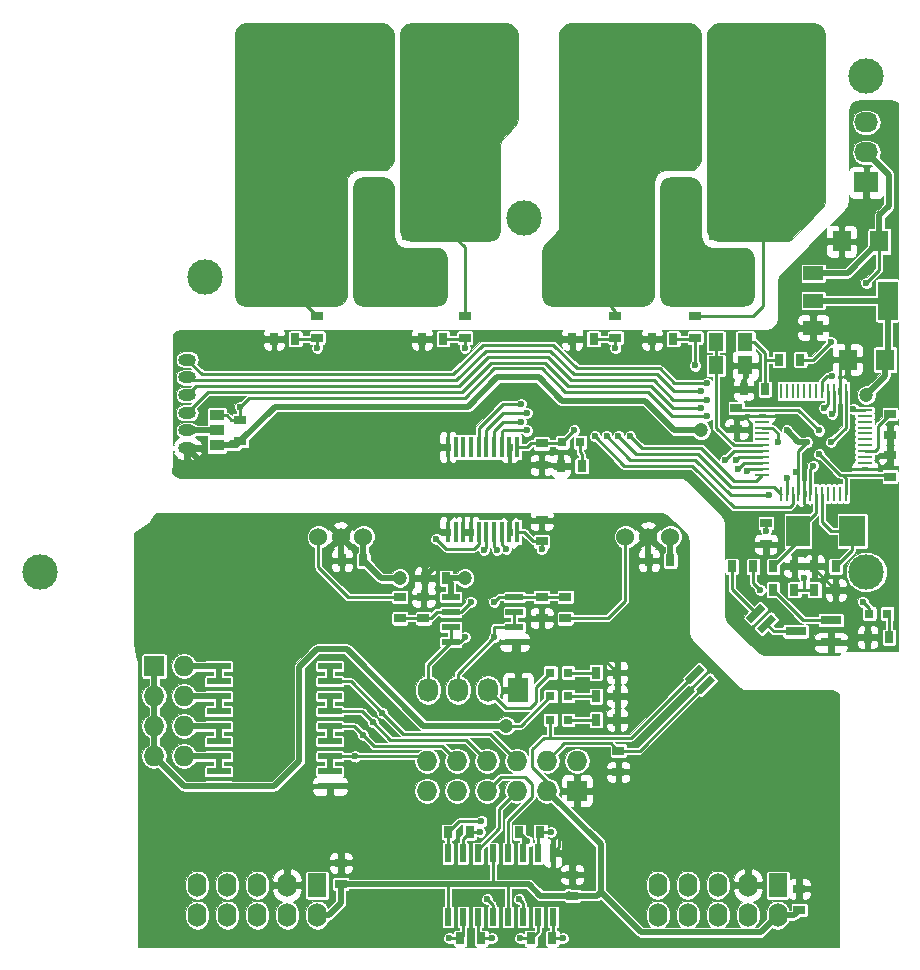
<source format=gbr>
G04 #@! TF.FileFunction,Copper,L2,Bot,Signal*
%FSLAX46Y46*%
G04 Gerber Fmt 4.6, Leading zero omitted, Abs format (unit mm)*
G04 Created by KiCad (PCBNEW 4.0.5) date 01/02/17 21:09:29*
%MOMM*%
%LPD*%
G01*
G04 APERTURE LIST*
%ADD10C,0.100000*%
%ADD11C,1.524000*%
%ADD12O,8.000000X3.500000*%
%ADD13R,0.800000X1.000000*%
%ADD14R,1.000000X0.800000*%
%ADD15R,1.600000X2.000000*%
%ADD16O,1.600000X2.000000*%
%ADD17R,1.727200X2.032000*%
%ADD18O,1.727200X2.032000*%
%ADD19C,2.500000*%
%ADD20C,5.000000*%
%ADD21R,1.550000X0.600000*%
%ADD22R,2.000000X0.600000*%
%ADD23R,1.727200X1.727200*%
%ADD24O,1.727200X1.727200*%
%ADD25O,1.524000X1.000000*%
%ADD26R,1.300000X1.500000*%
%ADD27R,1.700000X1.200000*%
%ADD28R,1.700000X3.300000*%
%ADD29R,2.200000X2.600000*%
%ADD30R,2.000000X2.600000*%
%ADD31R,1.270000X0.965200*%
%ADD32R,0.600000X1.500000*%
%ADD33R,1.800860X0.800100*%
%ADD34R,1.600000X1.800000*%
%ADD35R,0.250000X1.300000*%
%ADD36R,1.300000X0.250000*%
%ADD37R,0.797560X0.797560*%
%ADD38R,0.450000X1.750000*%
%ADD39R,3.000000X6.500000*%
%ADD40R,6.451600X3.000000*%
%ADD41R,2.032000X1.727200*%
%ADD42O,2.032000X1.727200*%
%ADD43C,3.000000*%
%ADD44C,1.200000*%
%ADD45C,0.600000*%
%ADD46C,0.250000*%
%ADD47C,0.500000*%
%ADD48C,0.026000*%
G04 APERTURE END LIST*
D10*
D11*
X30410000Y-50000000D03*
X28500000Y-50000000D03*
X26590000Y-50000000D03*
D12*
X23500000Y-28600000D03*
X33500000Y-28600000D03*
D11*
X56410000Y-50000000D03*
X54500000Y-50000000D03*
X52590000Y-50000000D03*
D12*
X49500000Y-28600000D03*
X59500000Y-28600000D03*
D13*
X37400000Y-53500000D03*
X35600000Y-53500000D03*
D14*
X67300000Y-81600000D03*
X67300000Y-79800000D03*
D13*
X30400000Y-52000000D03*
X28600000Y-52000000D03*
D14*
X48100000Y-80400000D03*
X48100000Y-78600000D03*
D13*
X56400000Y-52000000D03*
X54600000Y-52000000D03*
D14*
X28500000Y-79400000D03*
X28500000Y-77600000D03*
X35500000Y-56900000D03*
X35500000Y-55100000D03*
X45500000Y-55100000D03*
X45500000Y-56900000D03*
D15*
X65500000Y-79500000D03*
D16*
X65500000Y-82040000D03*
X62960000Y-79500000D03*
X62960000Y-82040000D03*
X60420000Y-79500000D03*
X60420000Y-82040000D03*
X57880000Y-79500000D03*
X57880000Y-82040000D03*
X55340000Y-79500000D03*
X55340000Y-82040000D03*
D17*
X43500000Y-63000000D03*
D18*
X40960000Y-63000000D03*
X38420000Y-63000000D03*
X35880000Y-63000000D03*
D19*
X31500000Y-17000000D03*
X36580000Y-17000000D03*
D20*
X27690000Y-9380000D03*
X40390000Y-9380000D03*
D19*
X57500000Y-17000000D03*
X62580000Y-17000000D03*
D20*
X53690000Y-9380000D03*
X66390000Y-9380000D03*
D13*
X37600000Y-75000000D03*
X39400000Y-75000000D03*
X43600000Y-75000000D03*
X45400000Y-75000000D03*
X40400000Y-84000000D03*
X38600000Y-84000000D03*
X46400000Y-84000000D03*
X44600000Y-84000000D03*
D14*
X33500000Y-55100000D03*
X33500000Y-56900000D03*
X47500000Y-56900000D03*
X47500000Y-55100000D03*
D21*
X37800000Y-58905000D03*
X37800000Y-57635000D03*
X37800000Y-56365000D03*
X37800000Y-55095000D03*
X43200000Y-55095000D03*
X43200000Y-56365000D03*
X43200000Y-57635000D03*
X43200000Y-58905000D03*
D22*
X27560000Y-60960000D03*
X27560000Y-62230000D03*
X27560000Y-63500000D03*
X27560000Y-64770000D03*
X27560000Y-66040000D03*
X27560000Y-67310000D03*
X27560000Y-68580000D03*
X27560000Y-69850000D03*
X27560000Y-71120000D03*
X18160000Y-71120000D03*
X18160000Y-69850000D03*
X18160000Y-68580000D03*
X18160000Y-67310000D03*
X18160000Y-66040000D03*
X18160000Y-64770000D03*
X18160000Y-63500000D03*
X18160000Y-62230000D03*
X18160000Y-60960000D03*
D23*
X48500000Y-71500000D03*
D24*
X48500000Y-68960000D03*
X45960000Y-71500000D03*
X45960000Y-68960000D03*
X43420000Y-71500000D03*
X43420000Y-68960000D03*
X40880000Y-71500000D03*
X40880000Y-68960000D03*
X38340000Y-71500000D03*
X38340000Y-68960000D03*
X35800000Y-71500000D03*
X35800000Y-68960000D03*
D23*
X12700000Y-60960000D03*
D24*
X15240000Y-60960000D03*
X12700000Y-63500000D03*
X15240000Y-63500000D03*
X12700000Y-66040000D03*
X15240000Y-66040000D03*
X12700000Y-68580000D03*
X15240000Y-68580000D03*
D13*
X68600000Y-52500000D03*
X70400000Y-52500000D03*
X66900000Y-52500000D03*
X65100000Y-52500000D03*
X64400000Y-37500000D03*
X62600000Y-37500000D03*
D14*
X62000000Y-39100000D03*
X62000000Y-40900000D03*
D25*
X15500000Y-42500000D03*
X15500000Y-41000000D03*
X15500000Y-39500000D03*
X15500000Y-38000000D03*
X15500000Y-36500000D03*
X15500000Y-35000000D03*
D14*
X75000000Y-39600000D03*
X75000000Y-41400000D03*
D26*
X62750000Y-33500000D03*
X60250000Y-33500000D03*
X60250000Y-35500000D03*
X62750000Y-35500000D03*
D14*
X20000000Y-41900000D03*
X20000000Y-40100000D03*
D27*
X68500000Y-32300000D03*
X68500000Y-30000000D03*
X68500000Y-27700000D03*
D28*
X74800000Y-30000000D03*
D29*
X71800000Y-49500000D03*
D30*
X67200000Y-49500000D03*
D31*
X18000000Y-39730000D03*
X18000000Y-41000000D03*
X18000000Y-42270000D03*
D32*
X37555000Y-76800000D03*
X38825000Y-76800000D03*
X40095000Y-76800000D03*
X41365000Y-76800000D03*
X42635000Y-76800000D03*
X43905000Y-76800000D03*
X45175000Y-76800000D03*
X46445000Y-76800000D03*
X46445000Y-82200000D03*
X45175000Y-82200000D03*
X43905000Y-82200000D03*
X42635000Y-82200000D03*
X41365000Y-82200000D03*
X40095000Y-82200000D03*
X38825000Y-82200000D03*
X37555000Y-82200000D03*
D33*
X70001140Y-57050000D03*
X70001140Y-58950000D03*
X66998860Y-58000000D03*
D14*
X52000000Y-68100000D03*
X52000000Y-69900000D03*
D13*
X63400000Y-52500000D03*
X61600000Y-52500000D03*
X66900000Y-54500000D03*
X65100000Y-54500000D03*
X70400000Y-54500000D03*
X68600000Y-54500000D03*
D10*
G36*
X64003158Y-55639197D02*
X64462777Y-56098816D01*
X63260696Y-57300897D01*
X62801077Y-56841278D01*
X64003158Y-55639197D01*
X64003158Y-55639197D01*
G37*
G36*
X64901184Y-56537223D02*
X65360803Y-56996842D01*
X64158722Y-58198923D01*
X63699103Y-57739304D01*
X64901184Y-56537223D01*
X64901184Y-56537223D01*
G37*
G36*
X59739304Y-61699103D02*
X60198923Y-62158722D01*
X58996842Y-63360803D01*
X58537223Y-62901184D01*
X59739304Y-61699103D01*
X59739304Y-61699103D01*
G37*
G36*
X58841278Y-60801077D02*
X59300897Y-61260696D01*
X58098816Y-62462777D01*
X57639197Y-62003158D01*
X58841278Y-60801077D01*
X58841278Y-60801077D01*
G37*
D34*
X74100000Y-25000000D03*
X70900000Y-25000000D03*
X74600000Y-35000000D03*
X71400000Y-35000000D03*
D14*
X75000000Y-44900000D03*
X75000000Y-43100000D03*
X64500000Y-48850000D03*
X64500000Y-50650000D03*
D35*
X71250000Y-46350000D03*
X70750000Y-46350000D03*
X70250000Y-46350000D03*
X69750000Y-46350000D03*
X69250000Y-46350000D03*
X68750000Y-46350000D03*
X68250000Y-46350000D03*
X67750000Y-46350000D03*
X67250000Y-46350000D03*
X66750000Y-46350000D03*
X66250000Y-46350000D03*
X65750000Y-46350000D03*
D36*
X64150000Y-44750000D03*
X64150000Y-44250000D03*
X64150000Y-43750000D03*
X64150000Y-43250000D03*
X64150000Y-42750000D03*
X64150000Y-42250000D03*
X64150000Y-41750000D03*
X64150000Y-41250000D03*
X64150000Y-40750000D03*
X64150000Y-40250000D03*
X64150000Y-39750000D03*
X64150000Y-39250000D03*
D35*
X65750000Y-37650000D03*
X66250000Y-37650000D03*
X66750000Y-37650000D03*
X67250000Y-37650000D03*
X67750000Y-37650000D03*
X68250000Y-37650000D03*
X68750000Y-37650000D03*
X69250000Y-37650000D03*
X69750000Y-37650000D03*
X70250000Y-37650000D03*
X70750000Y-37650000D03*
X71250000Y-37650000D03*
D36*
X72850000Y-39250000D03*
X72850000Y-39750000D03*
X72850000Y-40250000D03*
X72850000Y-40750000D03*
X72850000Y-41250000D03*
X72850000Y-41750000D03*
X72850000Y-42250000D03*
X72850000Y-42750000D03*
X72850000Y-43250000D03*
X72850000Y-43750000D03*
X72850000Y-44250000D03*
X72850000Y-44750000D03*
D15*
X26500000Y-79500000D03*
D16*
X26500000Y-82040000D03*
X23960000Y-79500000D03*
X23960000Y-82040000D03*
X21420000Y-79500000D03*
X21420000Y-82040000D03*
X18880000Y-79500000D03*
X18880000Y-82040000D03*
X16340000Y-79500000D03*
X16340000Y-82040000D03*
D37*
X47749300Y-65500000D03*
X46250700Y-65500000D03*
X47749300Y-63500000D03*
X46250700Y-63500000D03*
X47749300Y-61500000D03*
X46250700Y-61500000D03*
X48749300Y-42000000D03*
X47250700Y-42000000D03*
X74749300Y-56500000D03*
X73250700Y-56500000D03*
D13*
X50100000Y-65500000D03*
X51900000Y-65500000D03*
X50100000Y-63500000D03*
X51900000Y-63500000D03*
X50100000Y-61500000D03*
X51900000Y-61500000D03*
X48900000Y-44000000D03*
X47100000Y-44000000D03*
X74900000Y-58500000D03*
X73100000Y-58500000D03*
X67400000Y-35000000D03*
X65600000Y-35000000D03*
D14*
X45500000Y-50400000D03*
X45500000Y-48600000D03*
X45500000Y-42100000D03*
X45500000Y-43900000D03*
D38*
X43425000Y-49600000D03*
X42775000Y-49600000D03*
X42125000Y-49600000D03*
X41475000Y-49600000D03*
X40825000Y-49600000D03*
X40175000Y-49600000D03*
X39525000Y-49600000D03*
X38875000Y-49600000D03*
X38225000Y-49600000D03*
X37575000Y-49600000D03*
X37575000Y-42400000D03*
X38225000Y-42400000D03*
X38875000Y-42400000D03*
X39525000Y-42400000D03*
X40175000Y-42400000D03*
X40825000Y-42400000D03*
X41475000Y-42400000D03*
X42125000Y-42400000D03*
X42775000Y-42400000D03*
X43425000Y-42400000D03*
D39*
X31200000Y-23000000D03*
D40*
X36900000Y-23400000D03*
D39*
X57200000Y-23000000D03*
D40*
X62900000Y-23400000D03*
D41*
X73000000Y-20000000D03*
D42*
X73000000Y-17460000D03*
X73000000Y-14920000D03*
D14*
X39000000Y-33150000D03*
X39000000Y-31350000D03*
X26500000Y-33150000D03*
X26500000Y-31350000D03*
X51750000Y-33150000D03*
X51750000Y-31350000D03*
X58500000Y-33150000D03*
X58500000Y-31350000D03*
D13*
X35350000Y-33250000D03*
X37150000Y-33250000D03*
X22850000Y-33250000D03*
X24650000Y-33250000D03*
X48100000Y-33250000D03*
X49900000Y-33250000D03*
X54850000Y-33250000D03*
X56650000Y-33250000D03*
D43*
X44000000Y-23000000D03*
X17000000Y-28000000D03*
X3000000Y-53000000D03*
X73000000Y-53000000D03*
X73000000Y-11000000D03*
D44*
X39000000Y-53500000D03*
D45*
X45500000Y-51000000D03*
D44*
X33500000Y-53500000D03*
X49000000Y-55500000D03*
D45*
X46000000Y-73000000D03*
D44*
X39500000Y-73000000D03*
D45*
X39500000Y-55500000D03*
X41500000Y-55500000D03*
D44*
X42500000Y-66000000D03*
D45*
X44300000Y-75800000D03*
X46300000Y-75000000D03*
X40300000Y-75000000D03*
X40400000Y-74100000D03*
X41300000Y-84000000D03*
X37700000Y-84000000D03*
X43700000Y-84000000D03*
X47300000Y-84000000D03*
X41500000Y-58500000D03*
X39000000Y-58500000D03*
X41700000Y-51100000D03*
X32000000Y-64900000D03*
X40600000Y-51100000D03*
X31200000Y-65700000D03*
X43600000Y-80700000D03*
X42500000Y-51000000D03*
X30400000Y-66800000D03*
X40900000Y-80700000D03*
X29700000Y-68600000D03*
X36600000Y-50200000D03*
X56000000Y-35000000D03*
X44500000Y-37750000D03*
X37500000Y-35500000D03*
D44*
X66500000Y-33000000D03*
X54000000Y-39750000D03*
D45*
X65700000Y-51000000D03*
X68000000Y-47500000D03*
X67500000Y-51500000D03*
X72700000Y-55500000D03*
X73000000Y-28500000D03*
X64000000Y-54500000D03*
X67000000Y-44500000D03*
X64500000Y-49500000D03*
X66250000Y-41000000D03*
X48250000Y-41000000D03*
D44*
X59000000Y-41000000D03*
X73000000Y-38000000D03*
D45*
X68000000Y-42000000D03*
X69000000Y-43000000D03*
X70000000Y-42000000D03*
X69000000Y-41000000D03*
X70000000Y-33500000D03*
X59000000Y-39100000D03*
X71900000Y-39200000D03*
X59500000Y-38400000D03*
X70100000Y-39600000D03*
X59000000Y-37700000D03*
X69400000Y-39100000D03*
X70100000Y-36400000D03*
X59500000Y-37000000D03*
X68500000Y-44000000D03*
X59500000Y-39800000D03*
X20000000Y-39000000D03*
X65500000Y-42000000D03*
X67750000Y-53500000D03*
X43750000Y-38750000D03*
X62900000Y-44400000D03*
X44250000Y-41000000D03*
X62100000Y-44300000D03*
X62000000Y-43500000D03*
X44250000Y-39500000D03*
X61000000Y-43500000D03*
X43750000Y-40250000D03*
X64750000Y-46500000D03*
X66250000Y-45000000D03*
X51000000Y-41500000D03*
X39000000Y-34000000D03*
X50000000Y-41500000D03*
X26500000Y-34000000D03*
X52000000Y-41500000D03*
X51750000Y-34000000D03*
X53000000Y-41500000D03*
X58500000Y-35500000D03*
D46*
X46250700Y-61500000D02*
X45000000Y-62750700D01*
X42460000Y-64500000D02*
X40960000Y-63000000D01*
X44500000Y-64500000D02*
X42460000Y-64500000D01*
X45000000Y-64000000D02*
X44500000Y-64500000D01*
X45000000Y-62750700D02*
X45000000Y-64000000D01*
D47*
X39000000Y-53500000D02*
X37400000Y-53500000D01*
D46*
X45500000Y-50400000D02*
X45500000Y-51000000D01*
D47*
X30400000Y-52000000D02*
X31900000Y-53500000D01*
X31900000Y-53500000D02*
X33500000Y-53500000D01*
X37400000Y-53500000D02*
X37800000Y-53900000D01*
X37800000Y-53900000D02*
X37800000Y-55095000D01*
X56410000Y-50000000D02*
X56410000Y-51990000D01*
X56410000Y-51990000D02*
X56400000Y-52000000D01*
X30410000Y-50000000D02*
X30410000Y-51990000D01*
X30410000Y-51990000D02*
X30400000Y-52000000D01*
D46*
X45500000Y-50400000D02*
X44800000Y-50400000D01*
X44000000Y-49600000D02*
X43425000Y-49600000D01*
X44800000Y-50400000D02*
X44000000Y-49600000D01*
D47*
X30410000Y-51990000D02*
X30400000Y-52000000D01*
D46*
X56410000Y-51990000D02*
X56400000Y-52000000D01*
X30410000Y-50000000D02*
X30400000Y-50010000D01*
D47*
X47500000Y-52000000D02*
X49000000Y-53500000D01*
X49000000Y-53500000D02*
X49000000Y-55500000D01*
D46*
X51900000Y-61500000D02*
X49305000Y-58905000D01*
X49305000Y-58905000D02*
X45095000Y-58905000D01*
D47*
X43500000Y-63000000D02*
X43500000Y-59205000D01*
X43500000Y-59205000D02*
X43200000Y-58905000D01*
D46*
X51900000Y-63500000D02*
X51900000Y-65500000D01*
X51900000Y-61500000D02*
X51900000Y-63500000D01*
X45500000Y-48600000D02*
X47600000Y-48600000D01*
X47600000Y-48600000D02*
X49250000Y-50250000D01*
D47*
X37000000Y-52000000D02*
X35600000Y-53400000D01*
X35600000Y-53400000D02*
X35600000Y-53500000D01*
X28500000Y-50000000D02*
X30000000Y-48500000D01*
X53000000Y-48500000D02*
X54500000Y-50000000D01*
X49250000Y-50250000D02*
X51000000Y-48500000D01*
X51000000Y-48500000D02*
X53000000Y-48500000D01*
X47500000Y-52000000D02*
X49250000Y-50250000D01*
X37000000Y-52000000D02*
X47500000Y-52000000D01*
X33500000Y-48500000D02*
X37000000Y-52000000D01*
X30000000Y-48500000D02*
X33500000Y-48500000D01*
X45500000Y-56900000D02*
X45500000Y-58500000D01*
X45500000Y-58500000D02*
X45095000Y-58905000D01*
X45095000Y-58905000D02*
X43200000Y-58905000D01*
X35500000Y-55100000D02*
X35600000Y-55000000D01*
X35600000Y-55000000D02*
X35600000Y-53500000D01*
X54500000Y-50000000D02*
X54500000Y-51900000D01*
X54500000Y-51900000D02*
X54600000Y-52000000D01*
X28500000Y-50000000D02*
X28500000Y-51900000D01*
X28500000Y-51900000D02*
X28600000Y-52000000D01*
D46*
X45500000Y-48600000D02*
X44300000Y-48600000D01*
X43250000Y-48200000D02*
X42775000Y-48675000D01*
X43900000Y-48200000D02*
X43250000Y-48200000D01*
X44300000Y-48600000D02*
X43900000Y-48200000D01*
X39525000Y-49600000D02*
X39525000Y-48200000D01*
X39525000Y-48200000D02*
X39600000Y-48200000D01*
X38875000Y-49600000D02*
X38875000Y-48200000D01*
X38875000Y-48200000D02*
X39000000Y-48200000D01*
X39525000Y-49600000D02*
X38875000Y-49600000D01*
X37575000Y-49600000D02*
X37575000Y-48625000D01*
X37575000Y-48625000D02*
X38000000Y-48200000D01*
X38000000Y-48200000D02*
X39000000Y-48200000D01*
X42775000Y-48675000D02*
X42775000Y-49600000D01*
X42300000Y-48200000D02*
X42775000Y-48675000D01*
X39600000Y-48200000D02*
X42300000Y-48200000D01*
X39000000Y-48200000D02*
X39600000Y-48200000D01*
D47*
X23960000Y-79500000D02*
X23960000Y-78040000D01*
X24400000Y-77600000D02*
X25860000Y-77600000D01*
X23960000Y-78040000D02*
X24400000Y-77600000D01*
X67300000Y-79800000D02*
X67300000Y-78300000D01*
X66000000Y-77000000D02*
X62960000Y-77000000D01*
X67300000Y-78300000D02*
X66000000Y-77000000D01*
X62960000Y-79500000D02*
X62960000Y-77000000D01*
X62960000Y-77000000D02*
X62960000Y-75460000D01*
X54960000Y-71500000D02*
X52000000Y-71500000D01*
X62960000Y-75460000D02*
X59000000Y-71500000D01*
X59000000Y-71500000D02*
X54960000Y-71500000D01*
X28500000Y-77600000D02*
X30400000Y-77600000D01*
X30400000Y-77600000D02*
X35000000Y-73000000D01*
X28500000Y-77600000D02*
X25860000Y-77600000D01*
D46*
X46445000Y-76800000D02*
X47000000Y-76245000D01*
X47000000Y-74000000D02*
X46000000Y-73000000D01*
X47000000Y-76245000D02*
X47000000Y-74000000D01*
D47*
X33120000Y-71120000D02*
X27560000Y-71120000D01*
X35000000Y-73000000D02*
X33120000Y-71120000D01*
X39500000Y-73000000D02*
X35000000Y-73000000D01*
X28600000Y-52000000D02*
X28500000Y-51900000D01*
D46*
X54500000Y-51900000D02*
X54600000Y-52000000D01*
X52000000Y-69900000D02*
X52000000Y-71500000D01*
D47*
X52000000Y-71500000D02*
X48500000Y-71500000D01*
D46*
X48100000Y-78600000D02*
X47100000Y-78600000D01*
X46445000Y-77945000D02*
X46445000Y-76800000D01*
X47100000Y-78600000D02*
X46445000Y-77945000D01*
X46250700Y-65500000D02*
X46250700Y-67000000D01*
X46250700Y-67000000D02*
X46000000Y-67000000D01*
X44700000Y-68000000D02*
X45700000Y-67000000D01*
X53101974Y-67000000D02*
X58470047Y-61631927D01*
X45700000Y-67000000D02*
X46000000Y-67000000D01*
X46000000Y-67000000D02*
X53101974Y-67000000D01*
X42635000Y-82200000D02*
X42635000Y-79400000D01*
X42500000Y-79500000D02*
X42500000Y-79400000D01*
X42535000Y-79500000D02*
X42500000Y-79500000D01*
X42635000Y-79400000D02*
X42535000Y-79500000D01*
X41365000Y-76800000D02*
X41365000Y-79400000D01*
X41500000Y-79500000D02*
X41500000Y-79400000D01*
X41465000Y-79500000D02*
X41500000Y-79500000D01*
X41365000Y-79400000D02*
X41465000Y-79500000D01*
X37555000Y-82200000D02*
X37555000Y-79400000D01*
X38000000Y-79500000D02*
X38000000Y-79400000D01*
X37655000Y-79500000D02*
X38000000Y-79500000D01*
X37555000Y-79400000D02*
X37655000Y-79500000D01*
D47*
X28500000Y-79400000D02*
X38000000Y-79400000D01*
X38000000Y-79400000D02*
X41500000Y-79400000D01*
X41500000Y-79400000D02*
X42500000Y-79400000D01*
X42500000Y-79400000D02*
X44400000Y-79400000D01*
X45400000Y-80400000D02*
X48100000Y-80400000D01*
X44400000Y-79400000D02*
X45400000Y-80400000D01*
X26500000Y-82040000D02*
X27460000Y-82040000D01*
X28500000Y-81000000D02*
X28500000Y-79400000D01*
X27460000Y-82040000D02*
X28500000Y-81000000D01*
D46*
X45960000Y-71500000D02*
X45960000Y-70760000D01*
X45960000Y-70760000D02*
X44700000Y-69500000D01*
X44700000Y-69500000D02*
X44700000Y-68000000D01*
D47*
X48100000Y-80400000D02*
X50200000Y-80400000D01*
X50200000Y-80400000D02*
X50500000Y-80100000D01*
X45960000Y-71500000D02*
X50500000Y-76040000D01*
X50500000Y-76040000D02*
X50500000Y-80100000D01*
X50500000Y-80100000D02*
X53900000Y-83500000D01*
X64040000Y-83500000D02*
X53900000Y-83500000D01*
X65500000Y-82040000D02*
X64040000Y-83500000D01*
X65500000Y-82040000D02*
X66860000Y-82040000D01*
X66860000Y-82040000D02*
X67300000Y-81600000D01*
D46*
X48100000Y-80400000D02*
X47735000Y-80035000D01*
X37800000Y-56365000D02*
X38635000Y-56365000D01*
X38635000Y-56365000D02*
X39500000Y-55500000D01*
X35500000Y-56900000D02*
X36100000Y-56900000D01*
X36635000Y-56365000D02*
X37800000Y-56365000D01*
X36100000Y-56900000D02*
X36635000Y-56365000D01*
X33500000Y-56900000D02*
X35500000Y-56900000D01*
X41905000Y-55095000D02*
X43200000Y-55095000D01*
X41500000Y-55500000D02*
X41905000Y-55095000D01*
X45500000Y-55100000D02*
X43205000Y-55100000D01*
X43205000Y-55100000D02*
X43200000Y-55095000D01*
X47500000Y-55100000D02*
X45500000Y-55100000D01*
X42500000Y-66000000D02*
X43750700Y-66000000D01*
X43750700Y-66000000D02*
X46250700Y-63500000D01*
D47*
X22880000Y-71120000D02*
X18160000Y-71120000D01*
X25000000Y-69000000D02*
X22880000Y-71120000D01*
X25000000Y-61000000D02*
X25000000Y-69000000D01*
X26500000Y-59500000D02*
X25000000Y-61000000D01*
X29000000Y-59500000D02*
X26500000Y-59500000D01*
X35500000Y-66000000D02*
X29000000Y-59500000D01*
X42500000Y-66000000D02*
X35500000Y-66000000D01*
X18160000Y-71120000D02*
X15240000Y-71120000D01*
X15240000Y-71120000D02*
X12700000Y-68580000D01*
X12700000Y-63500000D02*
X12700000Y-60960000D01*
X12700000Y-66040000D02*
X12700000Y-63500000D01*
X12700000Y-68580000D02*
X12700000Y-66040000D01*
D46*
X44300000Y-75800000D02*
X44300000Y-75700000D01*
X44300000Y-75700000D02*
X43600000Y-75000000D01*
X43905000Y-76800000D02*
X43905000Y-75305000D01*
X43905000Y-75305000D02*
X43600000Y-75000000D01*
X45175000Y-76800000D02*
X45175000Y-75225000D01*
X45175000Y-75225000D02*
X45400000Y-75000000D01*
X45400000Y-75000000D02*
X46300000Y-75000000D01*
X39400000Y-75000000D02*
X40300000Y-75000000D01*
X38825000Y-76800000D02*
X38825000Y-75575000D01*
X38825000Y-75575000D02*
X39400000Y-75000000D01*
X37600000Y-75000000D02*
X38500000Y-74100000D01*
X38500000Y-74100000D02*
X40400000Y-74100000D01*
X37555000Y-76800000D02*
X37555000Y-75045000D01*
X37555000Y-75045000D02*
X37600000Y-75000000D01*
X40095000Y-82200000D02*
X40095000Y-83695000D01*
X40095000Y-83695000D02*
X40400000Y-84000000D01*
X40400000Y-84000000D02*
X41300000Y-84000000D01*
X38600000Y-84000000D02*
X38825000Y-83775000D01*
X38825000Y-83775000D02*
X38825000Y-82200000D01*
X38600000Y-84000000D02*
X37700000Y-84000000D01*
X45175000Y-82200000D02*
X45175000Y-83425000D01*
X45175000Y-83425000D02*
X44600000Y-84000000D01*
X44600000Y-84000000D02*
X43700000Y-84000000D01*
X46445000Y-82200000D02*
X46445000Y-83955000D01*
X46445000Y-83955000D02*
X46400000Y-84000000D01*
X46400000Y-84000000D02*
X47300000Y-84000000D01*
X41500000Y-58500000D02*
X38420000Y-61580000D01*
X38420000Y-61580000D02*
X38420000Y-63000000D01*
X41500000Y-57635000D02*
X41500000Y-58500000D01*
X43200000Y-57635000D02*
X41500000Y-57635000D01*
X43200000Y-56365000D02*
X43200000Y-57635000D01*
X38595000Y-58905000D02*
X37800000Y-58905000D01*
X39000000Y-58500000D02*
X38595000Y-58905000D01*
X37800000Y-58905000D02*
X35880000Y-60825000D01*
X35880000Y-60825000D02*
X35880000Y-63000000D01*
X37800000Y-57635000D02*
X37800000Y-58905000D01*
X43420000Y-71500000D02*
X41900000Y-73020000D01*
X41900000Y-73020000D02*
X41900000Y-74700000D01*
X40095000Y-76800000D02*
X40095000Y-76505000D01*
X40095000Y-76505000D02*
X41900000Y-74700000D01*
X41475000Y-50875000D02*
X41700000Y-51100000D01*
X41475000Y-49600000D02*
X41475000Y-50875000D01*
X27560000Y-62230000D02*
X29330000Y-62230000D01*
X29330000Y-62230000D02*
X32000000Y-64900000D01*
X32000000Y-64900000D02*
X33800000Y-66700000D01*
X41160000Y-66700000D02*
X33800000Y-66700000D01*
X43420000Y-68960000D02*
X41160000Y-66700000D01*
D47*
X27560000Y-60960000D02*
X27560000Y-62230000D01*
D46*
X42635000Y-76800000D02*
X42635000Y-74065000D01*
X42080000Y-70300000D02*
X40880000Y-71500000D01*
X44100000Y-70300000D02*
X42080000Y-70300000D01*
X44700000Y-70900000D02*
X44100000Y-70300000D01*
X44700000Y-72000000D02*
X44700000Y-70900000D01*
X42635000Y-74065000D02*
X44700000Y-72000000D01*
X40825000Y-50875000D02*
X40600000Y-51100000D01*
X40825000Y-49600000D02*
X40825000Y-50875000D01*
X27560000Y-64770000D02*
X30270000Y-64770000D01*
X30270000Y-64770000D02*
X31200000Y-65700000D01*
X39120000Y-67200000D02*
X40880000Y-68960000D01*
X31200000Y-65700000D02*
X32700000Y-67200000D01*
X32700000Y-67200000D02*
X39120000Y-67200000D01*
D47*
X27560000Y-63500000D02*
X27560000Y-64770000D01*
D46*
X43905000Y-81005000D02*
X43600000Y-80700000D01*
X43905000Y-81005000D02*
X43905000Y-82200000D01*
X42125000Y-49600000D02*
X42125000Y-50625000D01*
X42125000Y-50625000D02*
X42500000Y-51000000D01*
X30400000Y-66800000D02*
X30395000Y-66805000D01*
X30395000Y-66805000D02*
X30400000Y-66800000D01*
X30400000Y-66800000D02*
X30400000Y-66810000D01*
X31290000Y-67700000D02*
X30400000Y-66810000D01*
X30400000Y-66810000D02*
X29630000Y-66040000D01*
X29630000Y-66040000D02*
X27560000Y-66040000D01*
X38340000Y-68960000D02*
X37080000Y-67700000D01*
X37080000Y-67700000D02*
X31290000Y-67700000D01*
D47*
X27560000Y-66040000D02*
X27560000Y-67310000D01*
D46*
X41365000Y-81165000D02*
X40900000Y-80700000D01*
X41365000Y-82200000D02*
X41365000Y-81165000D01*
X37400000Y-51000000D02*
X36600000Y-50200000D01*
X37400000Y-51000000D02*
X39800000Y-51000000D01*
X40175000Y-49600000D02*
X40175000Y-50625000D01*
X40175000Y-50625000D02*
X39800000Y-51000000D01*
X29700000Y-68600000D02*
X29700000Y-68580000D01*
X29700000Y-68580000D02*
X29700000Y-68600000D01*
X29700000Y-68600000D02*
X29700000Y-68580000D01*
X40175000Y-50625000D02*
X39800000Y-51000000D01*
X40175000Y-50625000D02*
X39800000Y-51000000D01*
X35800000Y-68960000D02*
X35420000Y-68580000D01*
X35420000Y-68580000D02*
X29700000Y-68580000D01*
X29700000Y-68580000D02*
X27560000Y-68580000D01*
D47*
X27560000Y-68580000D02*
X27560000Y-69850000D01*
X18160000Y-60960000D02*
X15240000Y-60960000D01*
X18160000Y-60960000D02*
X18160000Y-62230000D01*
X15240000Y-63500000D02*
X18160000Y-63500000D01*
X18160000Y-63500000D02*
X18160000Y-64770000D01*
X15240000Y-66040000D02*
X18160000Y-66040000D01*
X18160000Y-66040000D02*
X18160000Y-67310000D01*
X15240000Y-68580000D02*
X18160000Y-68580000D01*
X18160000Y-68580000D02*
X18160000Y-69850000D01*
D46*
X33500000Y-55100000D02*
X29100000Y-55100000D01*
X26590000Y-52590000D02*
X26590000Y-50000000D01*
X29100000Y-55100000D02*
X26590000Y-52590000D01*
X47500000Y-56900000D02*
X51100000Y-56900000D01*
X52590000Y-55410000D02*
X52590000Y-50000000D01*
X51100000Y-56900000D02*
X52590000Y-55410000D01*
X52000000Y-68100000D02*
X51400000Y-67500000D01*
X51400000Y-67500000D02*
X47420000Y-67500000D01*
X59368073Y-62529953D02*
X53798026Y-68100000D01*
X53798026Y-68100000D02*
X52000000Y-68100000D01*
X47420000Y-67500000D02*
X45960000Y-68960000D01*
X54850000Y-34400000D02*
X55400000Y-34400000D01*
X55400000Y-34400000D02*
X56000000Y-35000000D01*
X48100000Y-33250000D02*
X48100000Y-34350000D01*
X54850000Y-34400000D02*
X54850000Y-33250000D01*
X54000000Y-35250000D02*
X54850000Y-34400000D01*
X49000000Y-35250000D02*
X54000000Y-35250000D01*
X48100000Y-34350000D02*
X49000000Y-35250000D01*
X35350000Y-34650000D02*
X36200000Y-35500000D01*
X36200000Y-35500000D02*
X37500000Y-35500000D01*
X22850000Y-33250000D02*
X22850000Y-34600000D01*
X35350000Y-34650000D02*
X35350000Y-33250000D01*
X34500000Y-35500000D02*
X35350000Y-34650000D01*
X23750000Y-35500000D02*
X34500000Y-35500000D01*
X22850000Y-34600000D02*
X23750000Y-35500000D01*
X37575000Y-42400000D02*
X37575000Y-39750000D01*
X37750000Y-40000000D02*
X37750000Y-39750000D01*
X37750000Y-39925000D02*
X37750000Y-40000000D01*
X37575000Y-39750000D02*
X37750000Y-39925000D01*
D47*
X68500000Y-32300000D02*
X67200000Y-32300000D01*
X67200000Y-32300000D02*
X66500000Y-33000000D01*
D46*
X67750000Y-46350000D02*
X67750000Y-43250000D01*
X67750000Y-43250000D02*
X68250000Y-42750000D01*
X64500000Y-50650000D02*
X65350000Y-50650000D01*
X65350000Y-50650000D02*
X65700000Y-51000000D01*
D47*
X54000000Y-39750000D02*
X46500000Y-39750000D01*
X46500000Y-39750000D02*
X44500000Y-37750000D01*
X42000000Y-37750000D02*
X40000000Y-39750000D01*
X44500000Y-37750000D02*
X42000000Y-37750000D01*
X40000000Y-39750000D02*
X37750000Y-39750000D01*
X15500000Y-42500000D02*
X17000000Y-44000000D01*
X23750000Y-39750000D02*
X19500000Y-44000000D01*
X37750000Y-39750000D02*
X23750000Y-39750000D01*
X19500000Y-44000000D02*
X17000000Y-44000000D01*
D46*
X63250000Y-39750000D02*
X62750000Y-39750000D01*
X62750000Y-39750000D02*
X62500000Y-40000000D01*
X62000000Y-40900000D02*
X62000000Y-40250000D01*
X62000000Y-40250000D02*
X62250000Y-40000000D01*
X62250000Y-40000000D02*
X62500000Y-40000000D01*
X73100000Y-58500000D02*
X72000000Y-58500000D01*
X47100000Y-44000000D02*
X47000000Y-43900000D01*
X47000000Y-43900000D02*
X45500000Y-43900000D01*
X42800000Y-43900000D02*
X42800000Y-42425000D01*
X42800000Y-42425000D02*
X42775000Y-42400000D01*
X45500000Y-43900000D02*
X42800000Y-43900000D01*
X42800000Y-43900000D02*
X37900000Y-43900000D01*
X37575000Y-43575000D02*
X37575000Y-42400000D01*
X37900000Y-43900000D02*
X37575000Y-43575000D01*
X66900000Y-52500000D02*
X66900000Y-51600000D01*
X67000000Y-51500000D02*
X67500000Y-51500000D01*
X66900000Y-51600000D02*
X67000000Y-51500000D01*
X70001140Y-58950000D02*
X71550000Y-58950000D01*
X71500000Y-54500000D02*
X70400000Y-54500000D01*
X72000000Y-55000000D02*
X71500000Y-54500000D01*
X72000000Y-58500000D02*
X72000000Y-55000000D01*
X71550000Y-58950000D02*
X72000000Y-58500000D01*
X62600000Y-37500000D02*
X61500000Y-37500000D01*
X61200000Y-40900000D02*
X62000000Y-40900000D01*
X60900000Y-40600000D02*
X61200000Y-40900000D01*
X60900000Y-38100000D02*
X60900000Y-40600000D01*
X61500000Y-37500000D02*
X60900000Y-38100000D01*
X62750000Y-35500000D02*
X62750000Y-37350000D01*
X62750000Y-37350000D02*
X62600000Y-37500000D01*
X70750000Y-37650000D02*
X70750000Y-40250000D01*
X70750000Y-40250000D02*
X68250000Y-42750000D01*
X70750000Y-37650000D02*
X70750000Y-35650000D01*
X70750000Y-35650000D02*
X71400000Y-35000000D01*
D47*
X71400000Y-35000000D02*
X71400000Y-32900000D01*
X70800000Y-32300000D02*
X68500000Y-32300000D01*
X71400000Y-32900000D02*
X70800000Y-32300000D01*
D46*
X64150000Y-39750000D02*
X63250000Y-39750000D01*
X72850000Y-44250000D02*
X71250000Y-44250000D01*
X66750000Y-39750000D02*
X64150000Y-39750000D01*
X71250000Y-44250000D02*
X66750000Y-39750000D01*
X70900000Y-35000000D02*
X70750000Y-35150000D01*
D47*
X70900000Y-25000000D02*
X70900000Y-23600000D01*
X70900000Y-23600000D02*
X73000000Y-21500000D01*
X68500000Y-32300000D02*
X67300000Y-32300000D01*
X66700000Y-31700000D02*
X66700000Y-30500000D01*
X67300000Y-32300000D02*
X66700000Y-31700000D01*
X70900000Y-34700000D02*
X70900000Y-35000000D01*
X69100000Y-25000000D02*
X66700000Y-27400000D01*
X70900000Y-25000000D02*
X69100000Y-25000000D01*
X66700000Y-30500000D02*
X66700000Y-27400000D01*
X68200000Y-32300000D02*
X68500000Y-32300000D01*
D46*
X67750000Y-46350000D02*
X67750000Y-47250000D01*
X67750000Y-47250000D02*
X68000000Y-47500000D01*
X68600000Y-52500000D02*
X67500000Y-52500000D01*
X67500000Y-52500000D02*
X66900000Y-52500000D01*
X70400000Y-54500000D02*
X68600000Y-52700000D01*
X68600000Y-52700000D02*
X68600000Y-52500000D01*
X75000000Y-43100000D02*
X75000000Y-43500000D01*
X75000000Y-43500000D02*
X74250000Y-44250000D01*
X74250000Y-44250000D02*
X72850000Y-44250000D01*
X75000000Y-41400000D02*
X75000000Y-43100000D01*
D47*
X73000000Y-21500000D02*
X73000000Y-20000000D01*
D46*
X69250000Y-46350000D02*
X69250000Y-48750000D01*
X70000000Y-49500000D02*
X71800000Y-49500000D01*
X69250000Y-48750000D02*
X70000000Y-49500000D01*
X70400000Y-52500000D02*
X71800000Y-51100000D01*
X71800000Y-51100000D02*
X71800000Y-49500000D01*
X67200000Y-49500000D02*
X68750000Y-47950000D01*
X68750000Y-47950000D02*
X68750000Y-46350000D01*
X67200000Y-49500000D02*
X67200000Y-50400000D01*
X67200000Y-50400000D02*
X65100000Y-52500000D01*
X65600000Y-35000000D02*
X64400000Y-35000000D01*
X64400000Y-35000000D02*
X64500000Y-35000000D01*
X64500000Y-35000000D02*
X64400000Y-35000000D01*
X62750000Y-33500000D02*
X63500000Y-33500000D01*
X64400000Y-34400000D02*
X64400000Y-35000000D01*
X64400000Y-35000000D02*
X64400000Y-37500000D01*
X63500000Y-33500000D02*
X64400000Y-34400000D01*
X62750000Y-33500000D02*
X63300000Y-33500000D01*
X73250700Y-56500000D02*
X73250700Y-56050700D01*
X73250700Y-56050700D02*
X72700000Y-55500000D01*
X63400000Y-52500000D02*
X63400000Y-53900000D01*
X74100000Y-27400000D02*
X73000000Y-28500000D01*
X74100000Y-27400000D02*
X74100000Y-25000000D01*
X63400000Y-53900000D02*
X64000000Y-54500000D01*
D47*
X74100000Y-25000000D02*
X71400000Y-27700000D01*
X71400000Y-27700000D02*
X68500000Y-27700000D01*
X73000000Y-17460000D02*
X74900000Y-19360000D01*
X74900000Y-19360000D02*
X74900000Y-22000000D01*
X74900000Y-22000000D02*
X74100000Y-22800000D01*
X74100000Y-22800000D02*
X74100000Y-25000000D01*
D46*
X64500000Y-48850000D02*
X64500000Y-49500000D01*
X67000000Y-44500000D02*
X67250000Y-44500000D01*
D47*
X67250000Y-42000000D02*
X68000000Y-42000000D01*
X66250000Y-41000000D02*
X67250000Y-42000000D01*
D46*
X64600000Y-48600000D02*
X64500000Y-48600000D01*
X48250350Y-41000350D02*
X48250700Y-41000000D01*
X48250000Y-41000000D02*
X48250350Y-41000350D01*
D47*
X59000000Y-41000000D02*
X56750000Y-41000000D01*
X54250000Y-38500000D02*
X47250000Y-38500000D01*
X47250000Y-38500000D02*
X45250000Y-36500000D01*
X41750000Y-36500000D02*
X39250000Y-39000000D01*
X22900000Y-39000000D02*
X20000000Y-41900000D01*
X39250000Y-39000000D02*
X22900000Y-39000000D01*
D46*
X47250700Y-42000000D02*
X48250700Y-41000000D01*
D47*
X45250000Y-36500000D02*
X41750000Y-36500000D01*
X56750000Y-41000000D02*
X54250000Y-38500000D01*
D46*
X45500000Y-42100000D02*
X47150700Y-42100000D01*
X47150700Y-42100000D02*
X47250700Y-42000000D01*
X45500000Y-42100000D02*
X44600000Y-42100000D01*
X44300000Y-42400000D02*
X43425000Y-42400000D01*
X44600000Y-42100000D02*
X44300000Y-42400000D01*
D47*
X18000000Y-42270000D02*
X19730000Y-42270000D01*
D46*
X20000000Y-41900000D02*
X19200000Y-41900000D01*
X18000000Y-42270000D02*
X18830000Y-42270000D01*
X19200000Y-41900000D02*
X18830000Y-42270000D01*
X19630000Y-42270000D02*
X20000000Y-41900000D01*
X71250000Y-40750000D02*
X70000000Y-42000000D01*
X71250000Y-37650000D02*
X71250000Y-40750000D01*
D47*
X74600000Y-35000000D02*
X74800000Y-34800000D01*
X74800000Y-34800000D02*
X74800000Y-30000000D01*
X73000000Y-38000000D02*
X74600000Y-36400000D01*
X74600000Y-36400000D02*
X74600000Y-35000000D01*
D46*
X64150000Y-39250000D02*
X62150000Y-39250000D01*
X62150000Y-39250000D02*
X62000000Y-39100000D01*
X71000000Y-44750000D02*
X71250000Y-45000000D01*
X71250000Y-45000000D02*
X71250000Y-46350000D01*
X67250000Y-42750000D02*
X68000000Y-42000000D01*
X67250000Y-42750000D02*
X67250000Y-44500000D01*
X67250000Y-44500000D02*
X67250000Y-46350000D01*
X70750000Y-44750000D02*
X71000000Y-44750000D01*
X70750000Y-44750000D02*
X69000000Y-43000000D01*
X71000000Y-44750000D02*
X72850000Y-44750000D01*
X67250000Y-39250000D02*
X69000000Y-41000000D01*
X67250000Y-39250000D02*
X64150000Y-39250000D01*
D47*
X68500000Y-30000000D02*
X74800000Y-30000000D01*
D46*
X72850000Y-44750000D02*
X74850000Y-44750000D01*
X74850000Y-44750000D02*
X75000000Y-44900000D01*
X67400000Y-35000000D02*
X68500000Y-35000000D01*
X68500000Y-35000000D02*
X70000000Y-33500000D01*
D47*
X18000000Y-41000000D02*
X15500000Y-41000000D01*
D46*
X41250000Y-35250000D02*
X38750000Y-37750000D01*
X17250000Y-37750000D02*
X15500000Y-39500000D01*
X38750000Y-37750000D02*
X17250000Y-37750000D01*
X54750000Y-37250000D02*
X47750000Y-37250000D01*
X47750000Y-37250000D02*
X45750000Y-35250000D01*
X41250000Y-35250000D02*
X45750000Y-35250000D01*
X71950000Y-39250000D02*
X72850000Y-39250000D01*
X71950000Y-39250000D02*
X71900000Y-39200000D01*
X56600000Y-39100000D02*
X59000000Y-39100000D01*
X54750000Y-37250000D02*
X56600000Y-39100000D01*
X15500000Y-38000000D02*
X16250000Y-37250000D01*
X38500000Y-37250000D02*
X41000000Y-34750000D01*
X16250000Y-37250000D02*
X38500000Y-37250000D01*
X46000000Y-34750000D02*
X48000000Y-36750000D01*
X46000000Y-34750000D02*
X41000000Y-34750000D01*
X70250000Y-37650000D02*
X70250000Y-39450000D01*
X70250000Y-39450000D02*
X70100000Y-39600000D01*
X56650000Y-38400000D02*
X55000000Y-36750000D01*
X59500000Y-38400000D02*
X56650000Y-38400000D01*
X48000000Y-36750000D02*
X55000000Y-36750000D01*
X15500000Y-36500000D02*
X15750000Y-36750000D01*
X15750000Y-36750000D02*
X16750000Y-36750000D01*
X40750000Y-34250000D02*
X38250000Y-36750000D01*
X38250000Y-36750000D02*
X16750000Y-36750000D01*
X55250000Y-36250000D02*
X48250000Y-36250000D01*
X48250000Y-36250000D02*
X46250000Y-34250000D01*
X59000000Y-37700000D02*
X56700000Y-37700000D01*
X56700000Y-37700000D02*
X55250000Y-36250000D01*
X40750000Y-34250000D02*
X46250000Y-34250000D01*
X69750000Y-38750000D02*
X69400000Y-39100000D01*
X69750000Y-38750000D02*
X69750000Y-37650000D01*
X15500000Y-35000000D02*
X16750000Y-36250000D01*
X38000000Y-36250000D02*
X40500000Y-33750000D01*
X16750000Y-36250000D02*
X38000000Y-36250000D01*
X46500000Y-33750000D02*
X48500000Y-35750000D01*
X46500000Y-33750000D02*
X40500000Y-33750000D01*
X56750000Y-37000000D02*
X55500000Y-35750000D01*
X69250000Y-36850000D02*
X69700000Y-36400000D01*
X69700000Y-36400000D02*
X70100000Y-36400000D01*
X69250000Y-37650000D02*
X69250000Y-36850000D01*
X59500000Y-37000000D02*
X56750000Y-37000000D01*
X48500000Y-35750000D02*
X55500000Y-35750000D01*
X72850000Y-42750000D02*
X73750000Y-42750000D01*
X74000000Y-40600000D02*
X75000000Y-39600000D01*
X74000000Y-42500000D02*
X74000000Y-40600000D01*
X73750000Y-42750000D02*
X74000000Y-42500000D01*
X64150000Y-42250000D02*
X61750000Y-42250000D01*
X61750000Y-42250000D02*
X60250000Y-40750000D01*
X60250000Y-33500000D02*
X60250000Y-35500000D01*
X60250000Y-40750000D02*
X60250000Y-35500000D01*
X68250000Y-46350000D02*
X68250000Y-44250000D01*
X68250000Y-44250000D02*
X68500000Y-44000000D01*
X45500000Y-35750000D02*
X41500000Y-35750000D01*
X56550000Y-39800000D02*
X54500000Y-37750000D01*
X59500000Y-39800000D02*
X56550000Y-39800000D01*
X47500000Y-37750000D02*
X45500000Y-35750000D01*
X54500000Y-37750000D02*
X47500000Y-37750000D01*
X39000000Y-38250000D02*
X20750000Y-38250000D01*
X20750000Y-38250000D02*
X20000000Y-39000000D01*
X41500000Y-35750000D02*
X39000000Y-38250000D01*
X20000000Y-39000000D02*
X20000000Y-40100000D01*
X18000000Y-39730000D02*
X18830000Y-39730000D01*
X19200000Y-40100000D02*
X20000000Y-40100000D01*
X18830000Y-39730000D02*
X19200000Y-40100000D01*
X65500000Y-41250000D02*
X65500000Y-42000000D01*
X64150000Y-40750000D02*
X65000000Y-40750000D01*
X67750000Y-53500000D02*
X67750000Y-54500000D01*
X65000000Y-40750000D02*
X65500000Y-41250000D01*
X66900000Y-54500000D02*
X67750000Y-54500000D01*
X67750000Y-54500000D02*
X68600000Y-54500000D01*
X63631927Y-56470047D02*
X61600000Y-54438120D01*
X61600000Y-54438120D02*
X61600000Y-52500000D01*
X64529953Y-57368073D02*
X65161880Y-58000000D01*
X65161880Y-58000000D02*
X66998860Y-58000000D01*
X65100000Y-54500000D02*
X67650000Y-57050000D01*
X67650000Y-57050000D02*
X70001140Y-57050000D01*
X50100000Y-65500000D02*
X47749300Y-65500000D01*
X47749300Y-63500000D02*
X50100000Y-63500000D01*
X50100000Y-61500000D02*
X47749300Y-61500000D01*
X48749300Y-42000000D02*
X48749300Y-42849300D01*
X48900000Y-43000000D02*
X48900000Y-44000000D01*
X48749300Y-42849300D02*
X48900000Y-43000000D01*
X74749300Y-56500000D02*
X74900000Y-56650700D01*
X74900000Y-56650700D02*
X74900000Y-58500000D01*
X40175000Y-40825000D02*
X40175000Y-42400000D01*
X42250000Y-38750000D02*
X40175000Y-40825000D01*
X43750000Y-38750000D02*
X42250000Y-38750000D01*
X63050000Y-44250000D02*
X62900000Y-44400000D01*
X64150000Y-44250000D02*
X63050000Y-44250000D01*
X42125000Y-41125000D02*
X42250000Y-41000000D01*
X42250000Y-41000000D02*
X44250000Y-41000000D01*
X42125000Y-41125000D02*
X42125000Y-42400000D01*
X64150000Y-43750000D02*
X62650000Y-43750000D01*
X62650000Y-43750000D02*
X62100000Y-44300000D01*
X64150000Y-43250000D02*
X62250000Y-43250000D01*
X62250000Y-43250000D02*
X62000000Y-43500000D01*
X40825000Y-40925000D02*
X42250000Y-39500000D01*
X42250000Y-39500000D02*
X44250000Y-39500000D01*
X40825000Y-42400000D02*
X40825000Y-40925000D01*
X64150000Y-42750000D02*
X61750000Y-42750000D01*
X61750000Y-42750000D02*
X61000000Y-43500000D01*
X41475000Y-41025000D02*
X41475000Y-42400000D01*
X42250000Y-40250000D02*
X41475000Y-41025000D01*
X43750000Y-40250000D02*
X42250000Y-40250000D01*
X26500000Y-31350000D02*
X23750000Y-28600000D01*
X23750000Y-28600000D02*
X23500000Y-28600000D01*
X39000000Y-31350000D02*
X39000000Y-25500000D01*
X39000000Y-25500000D02*
X36900000Y-23400000D01*
X51750000Y-31350000D02*
X51750000Y-30850000D01*
X51750000Y-30850000D02*
X49500000Y-28600000D01*
X58500000Y-31350000D02*
X63400000Y-31350000D01*
X64250000Y-30500000D02*
X64250000Y-24750000D01*
X63400000Y-31350000D02*
X64250000Y-30500000D01*
X64250000Y-24750000D02*
X62900000Y-23400000D01*
X61500000Y-46500000D02*
X58500000Y-43500000D01*
X58500000Y-43500000D02*
X56000000Y-43500000D01*
X66250000Y-46350000D02*
X66250000Y-45000000D01*
X64750000Y-46500000D02*
X61500000Y-46500000D01*
X53000000Y-43500000D02*
X51000000Y-41500000D01*
X56000000Y-43500000D02*
X53000000Y-43500000D01*
X39000000Y-34000000D02*
X39000000Y-33150000D01*
X37150000Y-33250000D02*
X38900000Y-33250000D01*
X38900000Y-33250000D02*
X39000000Y-33150000D01*
X66750000Y-47250000D02*
X66500000Y-47500000D01*
X66500000Y-47500000D02*
X61750000Y-47500000D01*
X61750000Y-47500000D02*
X58250000Y-44000000D01*
X58250000Y-44000000D02*
X55500000Y-44000000D01*
X66750000Y-46350000D02*
X66750000Y-47250000D01*
X52500000Y-44000000D02*
X50000000Y-41500000D01*
X55500000Y-44000000D02*
X52500000Y-44000000D01*
X26500000Y-34000000D02*
X26500000Y-33150000D01*
X24650000Y-33250000D02*
X26400000Y-33250000D01*
X26400000Y-33250000D02*
X26500000Y-33150000D01*
X65150000Y-45750000D02*
X61500000Y-45750000D01*
X65750000Y-46350000D02*
X65150000Y-45750000D01*
X58750000Y-43000000D02*
X61500000Y-45750000D01*
X56500000Y-43000000D02*
X58750000Y-43000000D01*
X53500000Y-43000000D02*
X52000000Y-41500000D01*
X56500000Y-43000000D02*
X53500000Y-43000000D01*
X51750000Y-34000000D02*
X51750000Y-33150000D01*
X49900000Y-33250000D02*
X51650000Y-33250000D01*
X51650000Y-33250000D02*
X51750000Y-33150000D01*
X58500000Y-33150000D02*
X58500000Y-35500000D01*
X63650000Y-45250000D02*
X61750000Y-45250000D01*
X63650000Y-45250000D02*
X64150000Y-44750000D01*
X59000000Y-42500000D02*
X61750000Y-45250000D01*
X57000000Y-42500000D02*
X59000000Y-42500000D01*
X54000000Y-42500000D02*
X53000000Y-41500000D01*
X57000000Y-42500000D02*
X54000000Y-42500000D01*
X56650000Y-33250000D02*
X58400000Y-33250000D01*
X58400000Y-33250000D02*
X58500000Y-33150000D01*
D48*
G36*
X44479000Y-48096367D02*
X44479000Y-48269750D01*
X44609250Y-48400000D01*
X45259000Y-48400000D01*
X45259000Y-48339000D01*
X45741000Y-48339000D01*
X45741000Y-48400000D01*
X46390750Y-48400000D01*
X46521000Y-48269750D01*
X46521000Y-48096367D01*
X46486468Y-48013000D01*
X55584507Y-48013000D01*
X55963398Y-48088366D01*
X56284607Y-48302991D01*
X57697009Y-49715393D01*
X57911634Y-50036602D01*
X57987000Y-50415493D01*
X57987000Y-58085786D01*
X57987250Y-58088322D01*
X58063370Y-58471006D01*
X58065311Y-58475692D01*
X58282084Y-58800115D01*
X58283701Y-58802085D01*
X62197915Y-62716299D01*
X62199885Y-62717916D01*
X62524308Y-62934689D01*
X62528994Y-62936630D01*
X62911678Y-63012750D01*
X62914214Y-63013000D01*
X69998721Y-63013000D01*
X70377611Y-63088366D01*
X70697735Y-63302265D01*
X70712000Y-63323614D01*
X70712000Y-84676386D01*
X70697735Y-84697735D01*
X70676386Y-84712000D01*
X46827487Y-84712000D01*
X46878933Y-84702320D01*
X46951428Y-84655671D01*
X47000062Y-84584492D01*
X47017172Y-84500000D01*
X47017172Y-84438027D01*
X47197510Y-84512910D01*
X47401594Y-84513089D01*
X47590211Y-84435154D01*
X47734646Y-84290970D01*
X47812910Y-84102490D01*
X47813089Y-83898406D01*
X47735154Y-83709789D01*
X47590970Y-83565354D01*
X47402490Y-83487090D01*
X47198406Y-83486911D01*
X47017172Y-83561795D01*
X47017172Y-83500000D01*
X47002320Y-83421067D01*
X46955671Y-83348572D01*
X46884492Y-83299938D01*
X46800000Y-83282828D01*
X46783000Y-83282828D01*
X46783000Y-83160022D01*
X46823933Y-83152320D01*
X46896428Y-83105671D01*
X46945062Y-83034492D01*
X46962172Y-82950000D01*
X46962172Y-81450000D01*
X46947320Y-81371067D01*
X46900671Y-81298572D01*
X46829492Y-81249938D01*
X46745000Y-81232828D01*
X46145000Y-81232828D01*
X46066067Y-81247680D01*
X45993572Y-81294329D01*
X45944938Y-81365508D01*
X45927828Y-81450000D01*
X45927828Y-82950000D01*
X45942680Y-83028933D01*
X45989329Y-83101428D01*
X46060508Y-83150062D01*
X46107000Y-83159477D01*
X46107000Y-83282828D01*
X46000000Y-83282828D01*
X45921067Y-83297680D01*
X45848572Y-83344329D01*
X45799938Y-83415508D01*
X45782828Y-83500000D01*
X45782828Y-84500000D01*
X45797680Y-84578933D01*
X45844329Y-84651428D01*
X45915508Y-84700062D01*
X45974460Y-84712000D01*
X45027487Y-84712000D01*
X45078933Y-84702320D01*
X45151428Y-84655671D01*
X45200062Y-84584492D01*
X45217172Y-84500000D01*
X45217172Y-83860832D01*
X45414002Y-83664002D01*
X45487271Y-83554347D01*
X45513000Y-83425000D01*
X45513000Y-83160022D01*
X45553933Y-83152320D01*
X45626428Y-83105671D01*
X45675062Y-83034492D01*
X45692172Y-82950000D01*
X45692172Y-81450000D01*
X45677320Y-81371067D01*
X45630671Y-81298572D01*
X45559492Y-81249938D01*
X45475000Y-81232828D01*
X44875000Y-81232828D01*
X44796067Y-81247680D01*
X44723572Y-81294329D01*
X44674938Y-81365508D01*
X44657828Y-81450000D01*
X44657828Y-82950000D01*
X44672680Y-83028933D01*
X44719329Y-83101428D01*
X44790508Y-83150062D01*
X44837000Y-83159477D01*
X44837000Y-83282828D01*
X44200000Y-83282828D01*
X44121067Y-83297680D01*
X44048572Y-83344329D01*
X43999938Y-83415508D01*
X43982828Y-83500000D01*
X43982828Y-83561973D01*
X43802490Y-83487090D01*
X43598406Y-83486911D01*
X43409789Y-83564846D01*
X43265354Y-83709030D01*
X43187090Y-83897510D01*
X43186911Y-84101594D01*
X43264846Y-84290211D01*
X43409030Y-84434646D01*
X43597510Y-84512910D01*
X43801594Y-84513089D01*
X43982828Y-84438205D01*
X43982828Y-84500000D01*
X43997680Y-84578933D01*
X44044329Y-84651428D01*
X44115508Y-84700062D01*
X44174460Y-84712000D01*
X40827487Y-84712000D01*
X40878933Y-84702320D01*
X40951428Y-84655671D01*
X41000062Y-84584492D01*
X41017172Y-84500000D01*
X41017172Y-84438027D01*
X41197510Y-84512910D01*
X41401594Y-84513089D01*
X41590211Y-84435154D01*
X41734646Y-84290970D01*
X41812910Y-84102490D01*
X41813089Y-83898406D01*
X41735154Y-83709789D01*
X41590970Y-83565354D01*
X41402490Y-83487090D01*
X41198406Y-83486911D01*
X41017172Y-83561795D01*
X41017172Y-83500000D01*
X41002320Y-83421067D01*
X40955671Y-83348572D01*
X40884492Y-83299938D01*
X40800000Y-83282828D01*
X40433000Y-83282828D01*
X40433000Y-83160022D01*
X40473933Y-83152320D01*
X40546428Y-83105671D01*
X40595062Y-83034492D01*
X40612172Y-82950000D01*
X40612172Y-81450000D01*
X40597320Y-81371067D01*
X40550671Y-81298572D01*
X40479492Y-81249938D01*
X40395000Y-81232828D01*
X39795000Y-81232828D01*
X39716067Y-81247680D01*
X39643572Y-81294329D01*
X39594938Y-81365508D01*
X39577828Y-81450000D01*
X39577828Y-82950000D01*
X39592680Y-83028933D01*
X39639329Y-83101428D01*
X39710508Y-83150062D01*
X39757000Y-83159477D01*
X39757000Y-83695000D01*
X39782729Y-83824347D01*
X39782828Y-83824495D01*
X39782828Y-84500000D01*
X39797680Y-84578933D01*
X39844329Y-84651428D01*
X39915508Y-84700062D01*
X39974460Y-84712000D01*
X39027487Y-84712000D01*
X39078933Y-84702320D01*
X39151428Y-84655671D01*
X39200062Y-84584492D01*
X39217172Y-84500000D01*
X39217172Y-83500000D01*
X39202320Y-83421067D01*
X39163000Y-83359962D01*
X39163000Y-83160022D01*
X39203933Y-83152320D01*
X39276428Y-83105671D01*
X39325062Y-83034492D01*
X39342172Y-82950000D01*
X39342172Y-81450000D01*
X39327320Y-81371067D01*
X39280671Y-81298572D01*
X39209492Y-81249938D01*
X39125000Y-81232828D01*
X38525000Y-81232828D01*
X38446067Y-81247680D01*
X38373572Y-81294329D01*
X38324938Y-81365508D01*
X38307828Y-81450000D01*
X38307828Y-82950000D01*
X38322680Y-83028933D01*
X38369329Y-83101428D01*
X38440508Y-83150062D01*
X38487000Y-83159477D01*
X38487000Y-83282828D01*
X38200000Y-83282828D01*
X38121067Y-83297680D01*
X38048572Y-83344329D01*
X37999938Y-83415508D01*
X37982828Y-83500000D01*
X37982828Y-83561973D01*
X37802490Y-83487090D01*
X37598406Y-83486911D01*
X37409789Y-83564846D01*
X37265354Y-83709030D01*
X37187090Y-83897510D01*
X37186911Y-84101594D01*
X37264846Y-84290211D01*
X37409030Y-84434646D01*
X37597510Y-84512910D01*
X37801594Y-84513089D01*
X37982828Y-84438205D01*
X37982828Y-84500000D01*
X37997680Y-84578933D01*
X38044329Y-84651428D01*
X38115508Y-84700062D01*
X38174460Y-84712000D01*
X11323614Y-84712000D01*
X11302265Y-84697735D01*
X11288000Y-84676386D01*
X11288000Y-81816236D01*
X15327000Y-81816236D01*
X15327000Y-82263764D01*
X15404110Y-82651422D01*
X15623701Y-82980063D01*
X15952342Y-83199654D01*
X16340000Y-83276764D01*
X16727658Y-83199654D01*
X17056299Y-82980063D01*
X17275890Y-82651422D01*
X17353000Y-82263764D01*
X17353000Y-81816236D01*
X17867000Y-81816236D01*
X17867000Y-82263764D01*
X17944110Y-82651422D01*
X18163701Y-82980063D01*
X18492342Y-83199654D01*
X18880000Y-83276764D01*
X19267658Y-83199654D01*
X19596299Y-82980063D01*
X19815890Y-82651422D01*
X19893000Y-82263764D01*
X19893000Y-81816236D01*
X20407000Y-81816236D01*
X20407000Y-82263764D01*
X20484110Y-82651422D01*
X20703701Y-82980063D01*
X21032342Y-83199654D01*
X21420000Y-83276764D01*
X21807658Y-83199654D01*
X22136299Y-82980063D01*
X22355890Y-82651422D01*
X22433000Y-82263764D01*
X22433000Y-81816236D01*
X22355890Y-81428578D01*
X22136299Y-81099937D01*
X21807658Y-80880346D01*
X21420000Y-80803236D01*
X21032342Y-80880346D01*
X20703701Y-81099937D01*
X20484110Y-81428578D01*
X20407000Y-81816236D01*
X19893000Y-81816236D01*
X19815890Y-81428578D01*
X19596299Y-81099937D01*
X19267658Y-80880346D01*
X18880000Y-80803236D01*
X18492342Y-80880346D01*
X18163701Y-81099937D01*
X17944110Y-81428578D01*
X17867000Y-81816236D01*
X17353000Y-81816236D01*
X17275890Y-81428578D01*
X17056299Y-81099937D01*
X16727658Y-80880346D01*
X16340000Y-80803236D01*
X15952342Y-80880346D01*
X15623701Y-81099937D01*
X15404110Y-81428578D01*
X15327000Y-81816236D01*
X11288000Y-81816236D01*
X11288000Y-79276236D01*
X15327000Y-79276236D01*
X15327000Y-79723764D01*
X15404110Y-80111422D01*
X15623701Y-80440063D01*
X15952342Y-80659654D01*
X16340000Y-80736764D01*
X16727658Y-80659654D01*
X17056299Y-80440063D01*
X17275890Y-80111422D01*
X17353000Y-79723764D01*
X17353000Y-79276236D01*
X17867000Y-79276236D01*
X17867000Y-79723764D01*
X17944110Y-80111422D01*
X18163701Y-80440063D01*
X18492342Y-80659654D01*
X18880000Y-80736764D01*
X19267658Y-80659654D01*
X19596299Y-80440063D01*
X19815890Y-80111422D01*
X19893000Y-79723764D01*
X19893000Y-79276236D01*
X20407000Y-79276236D01*
X20407000Y-79723764D01*
X20484110Y-80111422D01*
X20703701Y-80440063D01*
X21032342Y-80659654D01*
X21420000Y-80736764D01*
X21807658Y-80659654D01*
X22136299Y-80440063D01*
X22355890Y-80111422D01*
X22388683Y-79946560D01*
X22665373Y-79946560D01*
X22858275Y-80423224D01*
X23218905Y-80789784D01*
X23494332Y-80932471D01*
X23243701Y-81099937D01*
X23024110Y-81428578D01*
X22947000Y-81816236D01*
X22947000Y-82263764D01*
X23024110Y-82651422D01*
X23243701Y-82980063D01*
X23572342Y-83199654D01*
X23960000Y-83276764D01*
X24347658Y-83199654D01*
X24676299Y-82980063D01*
X24895890Y-82651422D01*
X24973000Y-82263764D01*
X24973000Y-81816236D01*
X24895890Y-81428578D01*
X24676299Y-81099937D01*
X24425668Y-80932471D01*
X24701095Y-80789784D01*
X25061725Y-80423224D01*
X25254627Y-79946560D01*
X25147008Y-79741000D01*
X24201000Y-79741000D01*
X24201000Y-79761000D01*
X23719000Y-79761000D01*
X23719000Y-79741000D01*
X22772992Y-79741000D01*
X22665373Y-79946560D01*
X22388683Y-79946560D01*
X22433000Y-79723764D01*
X22433000Y-79276236D01*
X22388684Y-79053440D01*
X22665373Y-79053440D01*
X22772992Y-79259000D01*
X23719000Y-79259000D01*
X23719000Y-78133893D01*
X24201000Y-78133893D01*
X24201000Y-79259000D01*
X25147008Y-79259000D01*
X25254627Y-79053440D01*
X25061725Y-78576776D01*
X24986192Y-78500000D01*
X25482828Y-78500000D01*
X25482828Y-80500000D01*
X25497680Y-80578933D01*
X25544329Y-80651428D01*
X25615508Y-80700062D01*
X25700000Y-80717172D01*
X27300000Y-80717172D01*
X27378933Y-80702320D01*
X27451428Y-80655671D01*
X27500062Y-80584492D01*
X27517172Y-80500000D01*
X27517172Y-78500000D01*
X27502320Y-78421067D01*
X27455671Y-78348572D01*
X27384492Y-78299938D01*
X27300000Y-78282828D01*
X25700000Y-78282828D01*
X25621067Y-78297680D01*
X25548572Y-78344329D01*
X25499938Y-78415508D01*
X25482828Y-78500000D01*
X24986192Y-78500000D01*
X24701095Y-78210216D01*
X24401215Y-78054861D01*
X24201000Y-78133893D01*
X23719000Y-78133893D01*
X23518785Y-78054861D01*
X23218905Y-78210216D01*
X22858275Y-78576776D01*
X22665373Y-79053440D01*
X22388684Y-79053440D01*
X22355890Y-78888578D01*
X22136299Y-78559937D01*
X21807658Y-78340346D01*
X21420000Y-78263236D01*
X21032342Y-78340346D01*
X20703701Y-78559937D01*
X20484110Y-78888578D01*
X20407000Y-79276236D01*
X19893000Y-79276236D01*
X19815890Y-78888578D01*
X19596299Y-78559937D01*
X19267658Y-78340346D01*
X18880000Y-78263236D01*
X18492342Y-78340346D01*
X18163701Y-78559937D01*
X17944110Y-78888578D01*
X17867000Y-79276236D01*
X17353000Y-79276236D01*
X17275890Y-78888578D01*
X17056299Y-78559937D01*
X16727658Y-78340346D01*
X16340000Y-78263236D01*
X15952342Y-78340346D01*
X15623701Y-78559937D01*
X15404110Y-78888578D01*
X15327000Y-79276236D01*
X11288000Y-79276236D01*
X11288000Y-77930250D01*
X27479000Y-77930250D01*
X27479000Y-78103633D01*
X27558317Y-78295122D01*
X27704877Y-78441682D01*
X27896366Y-78521000D01*
X28128750Y-78521000D01*
X28259000Y-78390750D01*
X28259000Y-77800000D01*
X28741000Y-77800000D01*
X28741000Y-78390750D01*
X28871250Y-78521000D01*
X29103634Y-78521000D01*
X29295123Y-78441682D01*
X29441683Y-78295122D01*
X29521000Y-78103633D01*
X29521000Y-77930250D01*
X29390750Y-77800000D01*
X28741000Y-77800000D01*
X28259000Y-77800000D01*
X27609250Y-77800000D01*
X27479000Y-77930250D01*
X11288000Y-77930250D01*
X11288000Y-77096367D01*
X27479000Y-77096367D01*
X27479000Y-77269750D01*
X27609250Y-77400000D01*
X28259000Y-77400000D01*
X28259000Y-76809250D01*
X28741000Y-76809250D01*
X28741000Y-77400000D01*
X29390750Y-77400000D01*
X29521000Y-77269750D01*
X29521000Y-77096367D01*
X29441683Y-76904878D01*
X29295123Y-76758318D01*
X29103634Y-76679000D01*
X28871250Y-76679000D01*
X28741000Y-76809250D01*
X28259000Y-76809250D01*
X28128750Y-76679000D01*
X27896366Y-76679000D01*
X27704877Y-76758318D01*
X27558317Y-76904878D01*
X27479000Y-77096367D01*
X11288000Y-77096367D01*
X11288000Y-74500000D01*
X36982828Y-74500000D01*
X36982828Y-75500000D01*
X36997680Y-75578933D01*
X37044329Y-75651428D01*
X37115508Y-75700062D01*
X37200000Y-75717172D01*
X37217000Y-75717172D01*
X37217000Y-75839978D01*
X37176067Y-75847680D01*
X37103572Y-75894329D01*
X37054938Y-75965508D01*
X37037828Y-76050000D01*
X37037828Y-77550000D01*
X37052680Y-77628933D01*
X37099329Y-77701428D01*
X37170508Y-77750062D01*
X37255000Y-77767172D01*
X37855000Y-77767172D01*
X37933933Y-77752320D01*
X38006428Y-77705671D01*
X38055062Y-77634492D01*
X38072172Y-77550000D01*
X38072172Y-76050000D01*
X38057320Y-75971067D01*
X38010671Y-75898572D01*
X37939492Y-75849938D01*
X37893000Y-75840523D01*
X37893000Y-75717172D01*
X38000000Y-75717172D01*
X38078933Y-75702320D01*
X38151428Y-75655671D01*
X38200062Y-75584492D01*
X38217172Y-75500000D01*
X38217172Y-74860832D01*
X38640004Y-74438000D01*
X38795383Y-74438000D01*
X38782828Y-74500000D01*
X38782828Y-75139168D01*
X38585998Y-75335998D01*
X38512729Y-75445653D01*
X38487000Y-75575000D01*
X38487000Y-75839978D01*
X38446067Y-75847680D01*
X38373572Y-75894329D01*
X38324938Y-75965508D01*
X38307828Y-76050000D01*
X38307828Y-77550000D01*
X38322680Y-77628933D01*
X38369329Y-77701428D01*
X38440508Y-77750062D01*
X38525000Y-77767172D01*
X39125000Y-77767172D01*
X39203933Y-77752320D01*
X39276428Y-77705671D01*
X39325062Y-77634492D01*
X39342172Y-77550000D01*
X39342172Y-76050000D01*
X39327320Y-75971067D01*
X39280671Y-75898572D01*
X39209492Y-75849938D01*
X39163000Y-75840523D01*
X39163000Y-75717172D01*
X39800000Y-75717172D01*
X39878933Y-75702320D01*
X39951428Y-75655671D01*
X40000062Y-75584492D01*
X40017172Y-75500000D01*
X40017172Y-75438027D01*
X40197510Y-75512910D01*
X40401594Y-75513089D01*
X40590211Y-75435154D01*
X40734646Y-75290970D01*
X40812910Y-75102490D01*
X40813089Y-74898406D01*
X40735154Y-74709789D01*
X40598607Y-74573004D01*
X40690211Y-74535154D01*
X40834646Y-74390970D01*
X40912910Y-74202490D01*
X40913089Y-73998406D01*
X40835154Y-73809789D01*
X40690970Y-73665354D01*
X40502490Y-73587090D01*
X40298406Y-73586911D01*
X40109789Y-73664846D01*
X40012466Y-73762000D01*
X38500000Y-73762000D01*
X38370653Y-73787729D01*
X38260998Y-73860998D01*
X37839168Y-74282828D01*
X37200000Y-74282828D01*
X37121067Y-74297680D01*
X37048572Y-74344329D01*
X36999938Y-74415508D01*
X36982828Y-74500000D01*
X11288000Y-74500000D01*
X11288000Y-63500000D01*
X11602308Y-63500000D01*
X11684259Y-63911997D01*
X11917637Y-64261271D01*
X12237000Y-64474663D01*
X12237000Y-65065337D01*
X11917637Y-65278729D01*
X11684259Y-65628003D01*
X11602308Y-66040000D01*
X11684259Y-66451997D01*
X11917637Y-66801271D01*
X12237000Y-67014663D01*
X12237000Y-67605337D01*
X11917637Y-67818729D01*
X11684259Y-68168003D01*
X11602308Y-68580000D01*
X11684259Y-68991997D01*
X11917637Y-69341271D01*
X12266911Y-69574649D01*
X12678908Y-69656600D01*
X12721092Y-69656600D01*
X13055335Y-69590115D01*
X14912609Y-71447390D01*
X14989749Y-71498933D01*
X15062818Y-71547756D01*
X15240000Y-71583000D01*
X17021265Y-71583000D01*
X17075508Y-71620062D01*
X17160000Y-71637172D01*
X19160000Y-71637172D01*
X19238933Y-71622320D01*
X19300038Y-71583000D01*
X22880000Y-71583000D01*
X23027786Y-71553603D01*
X23057183Y-71547756D01*
X23207390Y-71447390D01*
X23254530Y-71400250D01*
X26039000Y-71400250D01*
X26039000Y-71523634D01*
X26118318Y-71715123D01*
X26264878Y-71861683D01*
X26456367Y-71941000D01*
X27188750Y-71941000D01*
X27319000Y-71810750D01*
X27319000Y-71270000D01*
X27801000Y-71270000D01*
X27801000Y-71810750D01*
X27931250Y-71941000D01*
X28663633Y-71941000D01*
X28855122Y-71861683D01*
X29001682Y-71715123D01*
X29081000Y-71523634D01*
X29081000Y-71478908D01*
X34723400Y-71478908D01*
X34723400Y-71521092D01*
X34805351Y-71933089D01*
X35038729Y-72282363D01*
X35388003Y-72515741D01*
X35800000Y-72597692D01*
X36211997Y-72515741D01*
X36561271Y-72282363D01*
X36794649Y-71933089D01*
X36876600Y-71521092D01*
X36876600Y-71478908D01*
X37263400Y-71478908D01*
X37263400Y-71521092D01*
X37345351Y-71933089D01*
X37578729Y-72282363D01*
X37928003Y-72515741D01*
X38340000Y-72597692D01*
X38751997Y-72515741D01*
X39101271Y-72282363D01*
X39334649Y-71933089D01*
X39416600Y-71521092D01*
X39416600Y-71478908D01*
X39334649Y-71066911D01*
X39101271Y-70717637D01*
X38751997Y-70484259D01*
X38340000Y-70402308D01*
X37928003Y-70484259D01*
X37578729Y-70717637D01*
X37345351Y-71066911D01*
X37263400Y-71478908D01*
X36876600Y-71478908D01*
X36794649Y-71066911D01*
X36561271Y-70717637D01*
X36211997Y-70484259D01*
X35800000Y-70402308D01*
X35388003Y-70484259D01*
X35038729Y-70717637D01*
X34805351Y-71066911D01*
X34723400Y-71478908D01*
X29081000Y-71478908D01*
X29081000Y-71400250D01*
X28950750Y-71270000D01*
X27801000Y-71270000D01*
X27319000Y-71270000D01*
X26169250Y-71270000D01*
X26039000Y-71400250D01*
X23254530Y-71400250D01*
X25327391Y-69327390D01*
X25427756Y-69177182D01*
X25463000Y-69000000D01*
X25463000Y-61191780D01*
X26691781Y-59963000D01*
X28808220Y-59963000D01*
X35172609Y-66327390D01*
X35224406Y-66362000D01*
X33940004Y-66362000D01*
X32512969Y-64934965D01*
X32513089Y-64798406D01*
X32435154Y-64609789D01*
X32290970Y-64465354D01*
X32102490Y-64387090D01*
X31964973Y-64386969D01*
X29569002Y-61990998D01*
X29459347Y-61917729D01*
X29330000Y-61892000D01*
X28770022Y-61892000D01*
X28762320Y-61851067D01*
X28715671Y-61778572D01*
X28644492Y-61729938D01*
X28560000Y-61712828D01*
X28023000Y-61712828D01*
X28023000Y-61477172D01*
X28560000Y-61477172D01*
X28638933Y-61462320D01*
X28711428Y-61415671D01*
X28760062Y-61344492D01*
X28777172Y-61260000D01*
X28777172Y-60660000D01*
X28762320Y-60581067D01*
X28715671Y-60508572D01*
X28644492Y-60459938D01*
X28560000Y-60442828D01*
X26560000Y-60442828D01*
X26481067Y-60457680D01*
X26408572Y-60504329D01*
X26359938Y-60575508D01*
X26342828Y-60660000D01*
X26342828Y-61260000D01*
X26357680Y-61338933D01*
X26404329Y-61411428D01*
X26475508Y-61460062D01*
X26560000Y-61477172D01*
X27097000Y-61477172D01*
X27097000Y-61712828D01*
X26560000Y-61712828D01*
X26481067Y-61727680D01*
X26408572Y-61774329D01*
X26359938Y-61845508D01*
X26342828Y-61930000D01*
X26342828Y-62530000D01*
X26357680Y-62608933D01*
X26404329Y-62681428D01*
X26475508Y-62730062D01*
X26560000Y-62747172D01*
X28560000Y-62747172D01*
X28638933Y-62732320D01*
X28711428Y-62685671D01*
X28760062Y-62614492D01*
X28769477Y-62568000D01*
X29189996Y-62568000D01*
X31487031Y-64865035D01*
X31486911Y-65001594D01*
X31564846Y-65190211D01*
X31709030Y-65334646D01*
X31897510Y-65412910D01*
X32035027Y-65413031D01*
X33483996Y-66862000D01*
X32840004Y-66862000D01*
X31712969Y-65734965D01*
X31713089Y-65598406D01*
X31635154Y-65409789D01*
X31490970Y-65265354D01*
X31302490Y-65187090D01*
X31164973Y-65186969D01*
X30509002Y-64530998D01*
X30399347Y-64457729D01*
X30270000Y-64432000D01*
X28770022Y-64432000D01*
X28762320Y-64391067D01*
X28715671Y-64318572D01*
X28644492Y-64269938D01*
X28560000Y-64252828D01*
X28023000Y-64252828D01*
X28023000Y-64017172D01*
X28560000Y-64017172D01*
X28638933Y-64002320D01*
X28711428Y-63955671D01*
X28760062Y-63884492D01*
X28777172Y-63800000D01*
X28777172Y-63200000D01*
X28762320Y-63121067D01*
X28715671Y-63048572D01*
X28644492Y-62999938D01*
X28560000Y-62982828D01*
X26560000Y-62982828D01*
X26481067Y-62997680D01*
X26408572Y-63044329D01*
X26359938Y-63115508D01*
X26342828Y-63200000D01*
X26342828Y-63800000D01*
X26357680Y-63878933D01*
X26404329Y-63951428D01*
X26475508Y-64000062D01*
X26560000Y-64017172D01*
X27097000Y-64017172D01*
X27097000Y-64252828D01*
X26560000Y-64252828D01*
X26481067Y-64267680D01*
X26408572Y-64314329D01*
X26359938Y-64385508D01*
X26342828Y-64470000D01*
X26342828Y-65070000D01*
X26357680Y-65148933D01*
X26404329Y-65221428D01*
X26475508Y-65270062D01*
X26560000Y-65287172D01*
X28560000Y-65287172D01*
X28638933Y-65272320D01*
X28711428Y-65225671D01*
X28760062Y-65154492D01*
X28769477Y-65108000D01*
X30129996Y-65108000D01*
X30687031Y-65665035D01*
X30686911Y-65801594D01*
X30764846Y-65990211D01*
X30909030Y-66134646D01*
X31097510Y-66212910D01*
X31235027Y-66213031D01*
X32383996Y-67362000D01*
X31430004Y-67362000D01*
X30912960Y-66844956D01*
X30913089Y-66698406D01*
X30835154Y-66509789D01*
X30690970Y-66365354D01*
X30502490Y-66287090D01*
X30354965Y-66286961D01*
X29869002Y-65800998D01*
X29759347Y-65727729D01*
X29630000Y-65702000D01*
X28770022Y-65702000D01*
X28762320Y-65661067D01*
X28715671Y-65588572D01*
X28644492Y-65539938D01*
X28560000Y-65522828D01*
X26560000Y-65522828D01*
X26481067Y-65537680D01*
X26408572Y-65584329D01*
X26359938Y-65655508D01*
X26342828Y-65740000D01*
X26342828Y-66340000D01*
X26357680Y-66418933D01*
X26404329Y-66491428D01*
X26475508Y-66540062D01*
X26560000Y-66557172D01*
X27097000Y-66557172D01*
X27097000Y-66792828D01*
X26560000Y-66792828D01*
X26481067Y-66807680D01*
X26408572Y-66854329D01*
X26359938Y-66925508D01*
X26342828Y-67010000D01*
X26342828Y-67610000D01*
X26357680Y-67688933D01*
X26404329Y-67761428D01*
X26475508Y-67810062D01*
X26560000Y-67827172D01*
X28560000Y-67827172D01*
X28638933Y-67812320D01*
X28711428Y-67765671D01*
X28760062Y-67694492D01*
X28777172Y-67610000D01*
X28777172Y-67010000D01*
X28762320Y-66931067D01*
X28715671Y-66858572D01*
X28644492Y-66809938D01*
X28560000Y-66792828D01*
X28023000Y-66792828D01*
X28023000Y-66557172D01*
X28560000Y-66557172D01*
X28638933Y-66542320D01*
X28711428Y-66495671D01*
X28760062Y-66424492D01*
X28769477Y-66378000D01*
X29489996Y-66378000D01*
X29887022Y-66775026D01*
X29886911Y-66901594D01*
X29964846Y-67090211D01*
X30109030Y-67234646D01*
X30297510Y-67312910D01*
X30425018Y-67313022D01*
X31050998Y-67939002D01*
X31160653Y-68012271D01*
X31290000Y-68038000D01*
X35247710Y-68038000D01*
X35038729Y-68177637D01*
X34995723Y-68242000D01*
X30067483Y-68242000D01*
X29990970Y-68165354D01*
X29802490Y-68087090D01*
X29598406Y-68086911D01*
X29409789Y-68164846D01*
X29332501Y-68242000D01*
X28770022Y-68242000D01*
X28762320Y-68201067D01*
X28715671Y-68128572D01*
X28644492Y-68079938D01*
X28560000Y-68062828D01*
X26560000Y-68062828D01*
X26481067Y-68077680D01*
X26408572Y-68124329D01*
X26359938Y-68195508D01*
X26342828Y-68280000D01*
X26342828Y-68880000D01*
X26357680Y-68958933D01*
X26404329Y-69031428D01*
X26475508Y-69080062D01*
X26560000Y-69097172D01*
X27097000Y-69097172D01*
X27097000Y-69332828D01*
X26560000Y-69332828D01*
X26481067Y-69347680D01*
X26408572Y-69394329D01*
X26359938Y-69465508D01*
X26342828Y-69550000D01*
X26342828Y-70150000D01*
X26357680Y-70228933D01*
X26404329Y-70301428D01*
X26421757Y-70313336D01*
X26264878Y-70378317D01*
X26118318Y-70524877D01*
X26039000Y-70716366D01*
X26039000Y-70839750D01*
X26169250Y-70970000D01*
X27319000Y-70970000D01*
X27319000Y-70859000D01*
X27801000Y-70859000D01*
X27801000Y-70970000D01*
X28950750Y-70970000D01*
X29081000Y-70839750D01*
X29081000Y-70716366D01*
X29001682Y-70524877D01*
X28855122Y-70378317D01*
X28699018Y-70313657D01*
X28711428Y-70305671D01*
X28760062Y-70234492D01*
X28777172Y-70150000D01*
X28777172Y-69550000D01*
X28762320Y-69471067D01*
X28715671Y-69398572D01*
X28644492Y-69349938D01*
X28560000Y-69332828D01*
X28023000Y-69332828D01*
X28023000Y-69097172D01*
X28560000Y-69097172D01*
X28638933Y-69082320D01*
X28711428Y-69035671D01*
X28760062Y-68964492D01*
X28769477Y-68918000D01*
X29292587Y-68918000D01*
X29409030Y-69034646D01*
X29597510Y-69112910D01*
X29801594Y-69113089D01*
X29990211Y-69035154D01*
X30107569Y-68918000D01*
X34727559Y-68918000D01*
X34723400Y-68938908D01*
X34723400Y-68981092D01*
X34805351Y-69393089D01*
X35038729Y-69742363D01*
X35388003Y-69975741D01*
X35800000Y-70057692D01*
X36211997Y-69975741D01*
X36561271Y-69742363D01*
X36794649Y-69393089D01*
X36876600Y-68981092D01*
X36876600Y-68938908D01*
X36794649Y-68526911D01*
X36561271Y-68177637D01*
X36352290Y-68038000D01*
X36939996Y-68038000D01*
X37378819Y-68476823D01*
X37345351Y-68526911D01*
X37263400Y-68938908D01*
X37263400Y-68981092D01*
X37345351Y-69393089D01*
X37578729Y-69742363D01*
X37928003Y-69975741D01*
X38340000Y-70057692D01*
X38751997Y-69975741D01*
X39101271Y-69742363D01*
X39334649Y-69393089D01*
X39416600Y-68981092D01*
X39416600Y-68938908D01*
X39334649Y-68526911D01*
X39101271Y-68177637D01*
X38751997Y-67944259D01*
X38340000Y-67862308D01*
X37928003Y-67944259D01*
X37852627Y-67994623D01*
X37396004Y-67538000D01*
X38979996Y-67538000D01*
X39918819Y-68476823D01*
X39885351Y-68526911D01*
X39803400Y-68938908D01*
X39803400Y-68981092D01*
X39885351Y-69393089D01*
X40118729Y-69742363D01*
X40468003Y-69975741D01*
X40880000Y-70057692D01*
X41291997Y-69975741D01*
X41641271Y-69742363D01*
X41874649Y-69393089D01*
X41956600Y-68981092D01*
X41956600Y-68938908D01*
X41874649Y-68526911D01*
X41641271Y-68177637D01*
X41291997Y-67944259D01*
X40880000Y-67862308D01*
X40468003Y-67944259D01*
X40392627Y-67994623D01*
X39436004Y-67038000D01*
X41019996Y-67038000D01*
X42458819Y-68476823D01*
X42425351Y-68526911D01*
X42343400Y-68938908D01*
X42343400Y-68981092D01*
X42425351Y-69393089D01*
X42658729Y-69742363D01*
X42987438Y-69962000D01*
X42080000Y-69962000D01*
X41950653Y-69987729D01*
X41840998Y-70060998D01*
X41367373Y-70534623D01*
X41291997Y-70484259D01*
X40880000Y-70402308D01*
X40468003Y-70484259D01*
X40118729Y-70717637D01*
X39885351Y-71066911D01*
X39803400Y-71478908D01*
X39803400Y-71521092D01*
X39885351Y-71933089D01*
X40118729Y-72282363D01*
X40468003Y-72515741D01*
X40880000Y-72597692D01*
X41291997Y-72515741D01*
X41641271Y-72282363D01*
X41874649Y-71933089D01*
X41956600Y-71521092D01*
X41956600Y-71478908D01*
X41874649Y-71066911D01*
X41841181Y-71016823D01*
X42220004Y-70638000D01*
X42777914Y-70638000D01*
X42658729Y-70717637D01*
X42425351Y-71066911D01*
X42343400Y-71478908D01*
X42343400Y-71521092D01*
X42425351Y-71933089D01*
X42458819Y-71983177D01*
X41660998Y-72780998D01*
X41587729Y-72890653D01*
X41562000Y-73020000D01*
X41562000Y-74559996D01*
X40289168Y-75832828D01*
X39795000Y-75832828D01*
X39716067Y-75847680D01*
X39643572Y-75894329D01*
X39594938Y-75965508D01*
X39577828Y-76050000D01*
X39577828Y-77550000D01*
X39592680Y-77628933D01*
X39639329Y-77701428D01*
X39710508Y-77750062D01*
X39795000Y-77767172D01*
X40395000Y-77767172D01*
X40473933Y-77752320D01*
X40546428Y-77705671D01*
X40595062Y-77634492D01*
X40612172Y-77550000D01*
X40612172Y-76465832D01*
X40847828Y-76230176D01*
X40847828Y-77550000D01*
X40862680Y-77628933D01*
X40909329Y-77701428D01*
X40980508Y-77750062D01*
X41027000Y-77759477D01*
X41027000Y-78937000D01*
X29205318Y-78937000D01*
X29202320Y-78921067D01*
X29155671Y-78848572D01*
X29084492Y-78799938D01*
X29000000Y-78782828D01*
X28000000Y-78782828D01*
X27921067Y-78797680D01*
X27848572Y-78844329D01*
X27799938Y-78915508D01*
X27782828Y-79000000D01*
X27782828Y-79800000D01*
X27797680Y-79878933D01*
X27844329Y-79951428D01*
X27915508Y-80000062D01*
X28000000Y-80017172D01*
X28037000Y-80017172D01*
X28037000Y-80808219D01*
X27428180Y-81417039D01*
X27216299Y-81099937D01*
X26887658Y-80880346D01*
X26500000Y-80803236D01*
X26112342Y-80880346D01*
X25783701Y-81099937D01*
X25564110Y-81428578D01*
X25487000Y-81816236D01*
X25487000Y-82263764D01*
X25564110Y-82651422D01*
X25783701Y-82980063D01*
X26112342Y-83199654D01*
X26500000Y-83276764D01*
X26887658Y-83199654D01*
X27216299Y-82980063D01*
X27435890Y-82651422D01*
X27465636Y-82501879D01*
X27607786Y-82473603D01*
X27637183Y-82467756D01*
X27787390Y-82367390D01*
X28827390Y-81327391D01*
X28927756Y-81177183D01*
X28933603Y-81147786D01*
X28963000Y-81000000D01*
X28963000Y-80017172D01*
X29000000Y-80017172D01*
X29078933Y-80002320D01*
X29151428Y-79955671D01*
X29200062Y-79884492D01*
X29204414Y-79863000D01*
X37217000Y-79863000D01*
X37217000Y-81239978D01*
X37176067Y-81247680D01*
X37103572Y-81294329D01*
X37054938Y-81365508D01*
X37037828Y-81450000D01*
X37037828Y-82950000D01*
X37052680Y-83028933D01*
X37099329Y-83101428D01*
X37170508Y-83150062D01*
X37255000Y-83167172D01*
X37855000Y-83167172D01*
X37933933Y-83152320D01*
X38006428Y-83105671D01*
X38055062Y-83034492D01*
X38072172Y-82950000D01*
X38072172Y-81450000D01*
X38057320Y-81371067D01*
X38010671Y-81298572D01*
X37939492Y-81249938D01*
X37893000Y-81240523D01*
X37893000Y-80801594D01*
X40386911Y-80801594D01*
X40464846Y-80990211D01*
X40609030Y-81134646D01*
X40797510Y-81212910D01*
X40935027Y-81213031D01*
X40976094Y-81254098D01*
X40913572Y-81294329D01*
X40864938Y-81365508D01*
X40847828Y-81450000D01*
X40847828Y-82950000D01*
X40862680Y-83028933D01*
X40909329Y-83101428D01*
X40980508Y-83150062D01*
X41065000Y-83167172D01*
X41665000Y-83167172D01*
X41743933Y-83152320D01*
X41816428Y-83105671D01*
X41865062Y-83034492D01*
X41882172Y-82950000D01*
X41882172Y-81450000D01*
X41867320Y-81371067D01*
X41820671Y-81298572D01*
X41749492Y-81249938D01*
X41703000Y-81240523D01*
X41703000Y-81165000D01*
X41677271Y-81035653D01*
X41604002Y-80925998D01*
X41412969Y-80734965D01*
X41413089Y-80598406D01*
X41335154Y-80409789D01*
X41190970Y-80265354D01*
X41002490Y-80187090D01*
X40798406Y-80186911D01*
X40609789Y-80264846D01*
X40465354Y-80409030D01*
X40387090Y-80597510D01*
X40386911Y-80801594D01*
X37893000Y-80801594D01*
X37893000Y-79863000D01*
X42297000Y-79863000D01*
X42297000Y-81239978D01*
X42256067Y-81247680D01*
X42183572Y-81294329D01*
X42134938Y-81365508D01*
X42117828Y-81450000D01*
X42117828Y-82950000D01*
X42132680Y-83028933D01*
X42179329Y-83101428D01*
X42250508Y-83150062D01*
X42335000Y-83167172D01*
X42935000Y-83167172D01*
X43013933Y-83152320D01*
X43086428Y-83105671D01*
X43135062Y-83034492D01*
X43152172Y-82950000D01*
X43152172Y-81450000D01*
X43137320Y-81371067D01*
X43090671Y-81298572D01*
X43019492Y-81249938D01*
X42973000Y-81240523D01*
X42973000Y-80801594D01*
X43086911Y-80801594D01*
X43164846Y-80990211D01*
X43309030Y-81134646D01*
X43497510Y-81212910D01*
X43567000Y-81212971D01*
X43567000Y-81239978D01*
X43526067Y-81247680D01*
X43453572Y-81294329D01*
X43404938Y-81365508D01*
X43387828Y-81450000D01*
X43387828Y-82950000D01*
X43402680Y-83028933D01*
X43449329Y-83101428D01*
X43520508Y-83150062D01*
X43605000Y-83167172D01*
X44205000Y-83167172D01*
X44283933Y-83152320D01*
X44356428Y-83105671D01*
X44405062Y-83034492D01*
X44422172Y-82950000D01*
X44422172Y-81450000D01*
X44407320Y-81371067D01*
X44360671Y-81298572D01*
X44289492Y-81249938D01*
X44243000Y-81240523D01*
X44243000Y-81005000D01*
X44217271Y-80875653D01*
X44144002Y-80765998D01*
X44112969Y-80734965D01*
X44113089Y-80598406D01*
X44035154Y-80409789D01*
X43890970Y-80265354D01*
X43702490Y-80187090D01*
X43498406Y-80186911D01*
X43309789Y-80264846D01*
X43165354Y-80409030D01*
X43087090Y-80597510D01*
X43086911Y-80801594D01*
X42973000Y-80801594D01*
X42973000Y-79863000D01*
X44208220Y-79863000D01*
X45072610Y-80727391D01*
X45186121Y-80803236D01*
X45222818Y-80827756D01*
X45400000Y-80863000D01*
X47394682Y-80863000D01*
X47397680Y-80878933D01*
X47444329Y-80951428D01*
X47515508Y-81000062D01*
X47600000Y-81017172D01*
X48600000Y-81017172D01*
X48678933Y-81002320D01*
X48751428Y-80955671D01*
X48800062Y-80884492D01*
X48804414Y-80863000D01*
X50200000Y-80863000D01*
X50369184Y-80829347D01*
X50377183Y-80827756D01*
X50494552Y-80749332D01*
X53572609Y-83827390D01*
X53722817Y-83927756D01*
X53752214Y-83933603D01*
X53900000Y-83963000D01*
X64040000Y-83963000D01*
X64187786Y-83933603D01*
X64217183Y-83927756D01*
X64367390Y-83827390D01*
X65042076Y-83152704D01*
X65112342Y-83199654D01*
X65500000Y-83276764D01*
X65887658Y-83199654D01*
X66216299Y-82980063D01*
X66435890Y-82651422D01*
X66465413Y-82503000D01*
X66860000Y-82503000D01*
X67007786Y-82473603D01*
X67037183Y-82467756D01*
X67187390Y-82367390D01*
X67337608Y-82217172D01*
X67800000Y-82217172D01*
X67878933Y-82202320D01*
X67951428Y-82155671D01*
X68000062Y-82084492D01*
X68017172Y-82000000D01*
X68017172Y-81200000D01*
X68002320Y-81121067D01*
X67955671Y-81048572D01*
X67884492Y-80999938D01*
X67800000Y-80982828D01*
X66800000Y-80982828D01*
X66721067Y-80997680D01*
X66648572Y-81044329D01*
X66599938Y-81115508D01*
X66582828Y-81200000D01*
X66582828Y-81577000D01*
X66465413Y-81577000D01*
X66435890Y-81428578D01*
X66216299Y-81099937D01*
X65887658Y-80880346D01*
X65500000Y-80803236D01*
X65112342Y-80880346D01*
X64783701Y-81099937D01*
X64564110Y-81428578D01*
X64487000Y-81816236D01*
X64487000Y-82263764D01*
X64509308Y-82375912D01*
X63848220Y-83037000D01*
X63591087Y-83037000D01*
X63676299Y-82980063D01*
X63895890Y-82651422D01*
X63973000Y-82263764D01*
X63973000Y-81816236D01*
X63895890Y-81428578D01*
X63676299Y-81099937D01*
X63425668Y-80932471D01*
X63701095Y-80789784D01*
X64061725Y-80423224D01*
X64254627Y-79946560D01*
X64147008Y-79741000D01*
X63201000Y-79741000D01*
X63201000Y-79761000D01*
X62719000Y-79761000D01*
X62719000Y-79741000D01*
X61772992Y-79741000D01*
X61665373Y-79946560D01*
X61858275Y-80423224D01*
X62218905Y-80789784D01*
X62494332Y-80932471D01*
X62243701Y-81099937D01*
X62024110Y-81428578D01*
X61947000Y-81816236D01*
X61947000Y-82263764D01*
X62024110Y-82651422D01*
X62243701Y-82980063D01*
X62328913Y-83037000D01*
X61051087Y-83037000D01*
X61136299Y-82980063D01*
X61355890Y-82651422D01*
X61433000Y-82263764D01*
X61433000Y-81816236D01*
X61355890Y-81428578D01*
X61136299Y-81099937D01*
X60807658Y-80880346D01*
X60420000Y-80803236D01*
X60032342Y-80880346D01*
X59703701Y-81099937D01*
X59484110Y-81428578D01*
X59407000Y-81816236D01*
X59407000Y-82263764D01*
X59484110Y-82651422D01*
X59703701Y-82980063D01*
X59788913Y-83037000D01*
X58511087Y-83037000D01*
X58596299Y-82980063D01*
X58815890Y-82651422D01*
X58893000Y-82263764D01*
X58893000Y-81816236D01*
X58815890Y-81428578D01*
X58596299Y-81099937D01*
X58267658Y-80880346D01*
X57880000Y-80803236D01*
X57492342Y-80880346D01*
X57163701Y-81099937D01*
X56944110Y-81428578D01*
X56867000Y-81816236D01*
X56867000Y-82263764D01*
X56944110Y-82651422D01*
X57163701Y-82980063D01*
X57248913Y-83037000D01*
X55971087Y-83037000D01*
X56056299Y-82980063D01*
X56275890Y-82651422D01*
X56353000Y-82263764D01*
X56353000Y-81816236D01*
X56275890Y-81428578D01*
X56056299Y-81099937D01*
X55727658Y-80880346D01*
X55340000Y-80803236D01*
X54952342Y-80880346D01*
X54623701Y-81099937D01*
X54404110Y-81428578D01*
X54327000Y-81816236D01*
X54327000Y-82263764D01*
X54404110Y-82651422D01*
X54623701Y-82980063D01*
X54708913Y-83037000D01*
X54091781Y-83037000D01*
X50963000Y-79908220D01*
X50963000Y-79276236D01*
X54327000Y-79276236D01*
X54327000Y-79723764D01*
X54404110Y-80111422D01*
X54623701Y-80440063D01*
X54952342Y-80659654D01*
X55340000Y-80736764D01*
X55727658Y-80659654D01*
X56056299Y-80440063D01*
X56275890Y-80111422D01*
X56353000Y-79723764D01*
X56353000Y-79276236D01*
X56867000Y-79276236D01*
X56867000Y-79723764D01*
X56944110Y-80111422D01*
X57163701Y-80440063D01*
X57492342Y-80659654D01*
X57880000Y-80736764D01*
X58267658Y-80659654D01*
X58596299Y-80440063D01*
X58815890Y-80111422D01*
X58893000Y-79723764D01*
X58893000Y-79276236D01*
X59407000Y-79276236D01*
X59407000Y-79723764D01*
X59484110Y-80111422D01*
X59703701Y-80440063D01*
X60032342Y-80659654D01*
X60420000Y-80736764D01*
X60807658Y-80659654D01*
X61136299Y-80440063D01*
X61355890Y-80111422D01*
X61433000Y-79723764D01*
X61433000Y-79276236D01*
X61388684Y-79053440D01*
X61665373Y-79053440D01*
X61772992Y-79259000D01*
X62719000Y-79259000D01*
X62719000Y-78133893D01*
X63201000Y-78133893D01*
X63201000Y-79259000D01*
X64147008Y-79259000D01*
X64254627Y-79053440D01*
X64061725Y-78576776D01*
X63986192Y-78500000D01*
X64482828Y-78500000D01*
X64482828Y-80500000D01*
X64497680Y-80578933D01*
X64544329Y-80651428D01*
X64615508Y-80700062D01*
X64700000Y-80717172D01*
X66300000Y-80717172D01*
X66378933Y-80702320D01*
X66451428Y-80655671D01*
X66478802Y-80615607D01*
X66504877Y-80641682D01*
X66696366Y-80721000D01*
X66928750Y-80721000D01*
X67059000Y-80590750D01*
X67059000Y-80000000D01*
X67541000Y-80000000D01*
X67541000Y-80590750D01*
X67671250Y-80721000D01*
X67903634Y-80721000D01*
X68095123Y-80641682D01*
X68241683Y-80495122D01*
X68321000Y-80303633D01*
X68321000Y-80130250D01*
X68190750Y-80000000D01*
X67541000Y-80000000D01*
X67059000Y-80000000D01*
X67039000Y-80000000D01*
X67039000Y-79600000D01*
X67059000Y-79600000D01*
X67059000Y-79009250D01*
X67541000Y-79009250D01*
X67541000Y-79600000D01*
X68190750Y-79600000D01*
X68321000Y-79469750D01*
X68321000Y-79296367D01*
X68241683Y-79104878D01*
X68095123Y-78958318D01*
X67903634Y-78879000D01*
X67671250Y-78879000D01*
X67541000Y-79009250D01*
X67059000Y-79009250D01*
X66928750Y-78879000D01*
X66696366Y-78879000D01*
X66517172Y-78953225D01*
X66517172Y-78500000D01*
X66502320Y-78421067D01*
X66455671Y-78348572D01*
X66384492Y-78299938D01*
X66300000Y-78282828D01*
X64700000Y-78282828D01*
X64621067Y-78297680D01*
X64548572Y-78344329D01*
X64499938Y-78415508D01*
X64482828Y-78500000D01*
X63986192Y-78500000D01*
X63701095Y-78210216D01*
X63401215Y-78054861D01*
X63201000Y-78133893D01*
X62719000Y-78133893D01*
X62518785Y-78054861D01*
X62218905Y-78210216D01*
X61858275Y-78576776D01*
X61665373Y-79053440D01*
X61388684Y-79053440D01*
X61355890Y-78888578D01*
X61136299Y-78559937D01*
X60807658Y-78340346D01*
X60420000Y-78263236D01*
X60032342Y-78340346D01*
X59703701Y-78559937D01*
X59484110Y-78888578D01*
X59407000Y-79276236D01*
X58893000Y-79276236D01*
X58815890Y-78888578D01*
X58596299Y-78559937D01*
X58267658Y-78340346D01*
X57880000Y-78263236D01*
X57492342Y-78340346D01*
X57163701Y-78559937D01*
X56944110Y-78888578D01*
X56867000Y-79276236D01*
X56353000Y-79276236D01*
X56275890Y-78888578D01*
X56056299Y-78559937D01*
X55727658Y-78340346D01*
X55340000Y-78263236D01*
X54952342Y-78340346D01*
X54623701Y-78559937D01*
X54404110Y-78888578D01*
X54327000Y-79276236D01*
X50963000Y-79276236D01*
X50963000Y-76040000D01*
X50927756Y-75862818D01*
X50895138Y-75814002D01*
X50827391Y-75712610D01*
X47999380Y-72884600D01*
X48128750Y-72884600D01*
X48259000Y-72754350D01*
X48259000Y-71741000D01*
X48741000Y-71741000D01*
X48741000Y-72754350D01*
X48871250Y-72884600D01*
X49467234Y-72884600D01*
X49658723Y-72805282D01*
X49805283Y-72658722D01*
X49884600Y-72467233D01*
X49884600Y-71871250D01*
X49754350Y-71741000D01*
X48741000Y-71741000D01*
X48259000Y-71741000D01*
X47245650Y-71741000D01*
X47115400Y-71871250D01*
X47115400Y-72000620D01*
X46970115Y-71855335D01*
X47036600Y-71521092D01*
X47036600Y-71478908D01*
X46954649Y-71066911D01*
X46721271Y-70717637D01*
X46444595Y-70532767D01*
X47115400Y-70532767D01*
X47115400Y-71128750D01*
X47245650Y-71259000D01*
X48259000Y-71259000D01*
X48259000Y-70245650D01*
X48741000Y-70245650D01*
X48741000Y-71259000D01*
X49754350Y-71259000D01*
X49884600Y-71128750D01*
X49884600Y-70532767D01*
X49805283Y-70341278D01*
X49694255Y-70230250D01*
X50979000Y-70230250D01*
X50979000Y-70403633D01*
X51058317Y-70595122D01*
X51204877Y-70741682D01*
X51396366Y-70821000D01*
X51628750Y-70821000D01*
X51759000Y-70690750D01*
X51759000Y-70100000D01*
X52241000Y-70100000D01*
X52241000Y-70690750D01*
X52371250Y-70821000D01*
X52603634Y-70821000D01*
X52795123Y-70741682D01*
X52941683Y-70595122D01*
X53021000Y-70403633D01*
X53021000Y-70230250D01*
X52890750Y-70100000D01*
X52241000Y-70100000D01*
X51759000Y-70100000D01*
X51109250Y-70100000D01*
X50979000Y-70230250D01*
X49694255Y-70230250D01*
X49658723Y-70194718D01*
X49467234Y-70115400D01*
X48871250Y-70115400D01*
X48741000Y-70245650D01*
X48259000Y-70245650D01*
X48128750Y-70115400D01*
X47532766Y-70115400D01*
X47341277Y-70194718D01*
X47194717Y-70341278D01*
X47115400Y-70532767D01*
X46444595Y-70532767D01*
X46371997Y-70484259D01*
X46110186Y-70432182D01*
X45680001Y-70001997D01*
X45960000Y-70057692D01*
X46371997Y-69975741D01*
X46721271Y-69742363D01*
X46954649Y-69393089D01*
X47036600Y-68981092D01*
X47036600Y-68938908D01*
X47423400Y-68938908D01*
X47423400Y-68981092D01*
X47505351Y-69393089D01*
X47738729Y-69742363D01*
X48088003Y-69975741D01*
X48500000Y-70057692D01*
X48911997Y-69975741D01*
X49261271Y-69742363D01*
X49492458Y-69396367D01*
X50979000Y-69396367D01*
X50979000Y-69569750D01*
X51109250Y-69700000D01*
X51759000Y-69700000D01*
X51759000Y-69109250D01*
X52241000Y-69109250D01*
X52241000Y-69700000D01*
X52890750Y-69700000D01*
X53021000Y-69569750D01*
X53021000Y-69396367D01*
X52941683Y-69204878D01*
X52795123Y-69058318D01*
X52603634Y-68979000D01*
X52371250Y-68979000D01*
X52241000Y-69109250D01*
X51759000Y-69109250D01*
X51628750Y-68979000D01*
X51396366Y-68979000D01*
X51204877Y-69058318D01*
X51058317Y-69204878D01*
X50979000Y-69396367D01*
X49492458Y-69396367D01*
X49494649Y-69393089D01*
X49576600Y-68981092D01*
X49576600Y-68938908D01*
X49494649Y-68526911D01*
X49261271Y-68177637D01*
X48911997Y-67944259D01*
X48500000Y-67862308D01*
X48088003Y-67944259D01*
X47738729Y-68177637D01*
X47505351Y-68526911D01*
X47423400Y-68938908D01*
X47036600Y-68938908D01*
X46954649Y-68526911D01*
X46921181Y-68476823D01*
X47560004Y-67838000D01*
X51259996Y-67838000D01*
X51282828Y-67860832D01*
X51282828Y-68500000D01*
X51297680Y-68578933D01*
X51344329Y-68651428D01*
X51415508Y-68700062D01*
X51500000Y-68717172D01*
X52500000Y-68717172D01*
X52578933Y-68702320D01*
X52651428Y-68655671D01*
X52700062Y-68584492D01*
X52717172Y-68500000D01*
X52717172Y-68438000D01*
X53798026Y-68438000D01*
X53927373Y-68412271D01*
X54037028Y-68339002D01*
X58854200Y-63521830D01*
X58909594Y-63559679D01*
X58993842Y-63577954D01*
X59078562Y-63562013D01*
X59150406Y-63514367D01*
X60352487Y-62312286D01*
X60397799Y-62245970D01*
X60416074Y-62161722D01*
X60400133Y-62077002D01*
X60352487Y-62005158D01*
X59892868Y-61545539D01*
X59826552Y-61500227D01*
X59742304Y-61481952D01*
X59657584Y-61497893D01*
X59585740Y-61545539D01*
X58383659Y-62747620D01*
X58338347Y-62813936D01*
X58320072Y-62898184D01*
X58336013Y-62982904D01*
X58376328Y-63043694D01*
X53658022Y-67762000D01*
X52717172Y-67762000D01*
X52717172Y-67700000D01*
X52702320Y-67621067D01*
X52655671Y-67548572D01*
X52584492Y-67499938D01*
X52500000Y-67482828D01*
X51860832Y-67482828D01*
X51716004Y-67338000D01*
X53101974Y-67338000D01*
X53231321Y-67312271D01*
X53340976Y-67239002D01*
X57956174Y-62623804D01*
X58011568Y-62661653D01*
X58095816Y-62679928D01*
X58180536Y-62663987D01*
X58252380Y-62616341D01*
X59454461Y-61414260D01*
X59499773Y-61347944D01*
X59518048Y-61263696D01*
X59502107Y-61178976D01*
X59454461Y-61107132D01*
X58994842Y-60647513D01*
X58928526Y-60602201D01*
X58844278Y-60583926D01*
X58759558Y-60599867D01*
X58687714Y-60647513D01*
X57485633Y-61849594D01*
X57440321Y-61915910D01*
X57422046Y-62000158D01*
X57437987Y-62084878D01*
X57478302Y-62145668D01*
X52961970Y-66662000D01*
X46588700Y-66662000D01*
X46588700Y-66115952D01*
X46649480Y-66115952D01*
X46728413Y-66101100D01*
X46800908Y-66054451D01*
X46849542Y-65983272D01*
X46866652Y-65898780D01*
X46866652Y-65101220D01*
X47133348Y-65101220D01*
X47133348Y-65898780D01*
X47148200Y-65977713D01*
X47194849Y-66050208D01*
X47266028Y-66098842D01*
X47350520Y-66115952D01*
X48148080Y-66115952D01*
X48227013Y-66101100D01*
X48299508Y-66054451D01*
X48348142Y-65983272D01*
X48365252Y-65898780D01*
X48365252Y-65838000D01*
X49482828Y-65838000D01*
X49482828Y-66000000D01*
X49497680Y-66078933D01*
X49544329Y-66151428D01*
X49615508Y-66200062D01*
X49700000Y-66217172D01*
X50500000Y-66217172D01*
X50578933Y-66202320D01*
X50651428Y-66155671D01*
X50700062Y-66084492D01*
X50717172Y-66000000D01*
X50717172Y-65871250D01*
X50979000Y-65871250D01*
X50979000Y-66103634D01*
X51058318Y-66295123D01*
X51204878Y-66441683D01*
X51396367Y-66521000D01*
X51569750Y-66521000D01*
X51700000Y-66390750D01*
X51700000Y-65741000D01*
X52100000Y-65741000D01*
X52100000Y-66390750D01*
X52230250Y-66521000D01*
X52403633Y-66521000D01*
X52595122Y-66441683D01*
X52741682Y-66295123D01*
X52821000Y-66103634D01*
X52821000Y-65871250D01*
X52690750Y-65741000D01*
X52100000Y-65741000D01*
X51700000Y-65741000D01*
X51109250Y-65741000D01*
X50979000Y-65871250D01*
X50717172Y-65871250D01*
X50717172Y-65000000D01*
X50702320Y-64921067D01*
X50655671Y-64848572D01*
X50584492Y-64799938D01*
X50500000Y-64782828D01*
X49700000Y-64782828D01*
X49621067Y-64797680D01*
X49548572Y-64844329D01*
X49499938Y-64915508D01*
X49482828Y-65000000D01*
X49482828Y-65162000D01*
X48365252Y-65162000D01*
X48365252Y-65101220D01*
X48350400Y-65022287D01*
X48303751Y-64949792D01*
X48232572Y-64901158D01*
X48148080Y-64884048D01*
X47350520Y-64884048D01*
X47271587Y-64898900D01*
X47199092Y-64945549D01*
X47150458Y-65016728D01*
X47133348Y-65101220D01*
X46866652Y-65101220D01*
X46851800Y-65022287D01*
X46805151Y-64949792D01*
X46733972Y-64901158D01*
X46649480Y-64884048D01*
X45851920Y-64884048D01*
X45772987Y-64898900D01*
X45700492Y-64945549D01*
X45651858Y-65016728D01*
X45634748Y-65101220D01*
X45634748Y-65898780D01*
X45649600Y-65977713D01*
X45696249Y-66050208D01*
X45767428Y-66098842D01*
X45851920Y-66115952D01*
X45912700Y-66115952D01*
X45912700Y-66662000D01*
X45700000Y-66662000D01*
X45570653Y-66687729D01*
X45460998Y-66760998D01*
X44460998Y-67760998D01*
X44387729Y-67870653D01*
X44362000Y-68000000D01*
X44362000Y-68448116D01*
X44181271Y-68177637D01*
X43831997Y-67944259D01*
X43420000Y-67862308D01*
X43008003Y-67944259D01*
X42932627Y-67994623D01*
X41401004Y-66463000D01*
X41813439Y-66463000D01*
X42038871Y-66688826D01*
X42337575Y-66812859D01*
X42661006Y-66813141D01*
X42959926Y-66689630D01*
X43188826Y-66461129D01*
X43239954Y-66338000D01*
X43750700Y-66338000D01*
X43880047Y-66312271D01*
X43989702Y-66239002D01*
X46112752Y-64115952D01*
X46649480Y-64115952D01*
X46728413Y-64101100D01*
X46800908Y-64054451D01*
X46849542Y-63983272D01*
X46866652Y-63898780D01*
X46866652Y-63101220D01*
X47133348Y-63101220D01*
X47133348Y-63898780D01*
X47148200Y-63977713D01*
X47194849Y-64050208D01*
X47266028Y-64098842D01*
X47350520Y-64115952D01*
X48148080Y-64115952D01*
X48227013Y-64101100D01*
X48299508Y-64054451D01*
X48348142Y-63983272D01*
X48365252Y-63898780D01*
X48365252Y-63838000D01*
X49482828Y-63838000D01*
X49482828Y-64000000D01*
X49497680Y-64078933D01*
X49544329Y-64151428D01*
X49615508Y-64200062D01*
X49700000Y-64217172D01*
X50500000Y-64217172D01*
X50578933Y-64202320D01*
X50651428Y-64155671D01*
X50700062Y-64084492D01*
X50717172Y-64000000D01*
X50717172Y-63871250D01*
X50979000Y-63871250D01*
X50979000Y-64103634D01*
X51058318Y-64295123D01*
X51204878Y-64441683D01*
X51345668Y-64500000D01*
X51204878Y-64558317D01*
X51058318Y-64704877D01*
X50979000Y-64896366D01*
X50979000Y-65128750D01*
X51109250Y-65259000D01*
X51700000Y-65259000D01*
X51700000Y-64609250D01*
X51590750Y-64500000D01*
X51700000Y-64390750D01*
X51700000Y-63741000D01*
X52100000Y-63741000D01*
X52100000Y-64390750D01*
X52209250Y-64500000D01*
X52100000Y-64609250D01*
X52100000Y-65259000D01*
X52690750Y-65259000D01*
X52821000Y-65128750D01*
X52821000Y-64896366D01*
X52741682Y-64704877D01*
X52595122Y-64558317D01*
X52454332Y-64500000D01*
X52595122Y-64441683D01*
X52741682Y-64295123D01*
X52821000Y-64103634D01*
X52821000Y-63871250D01*
X52690750Y-63741000D01*
X52100000Y-63741000D01*
X51700000Y-63741000D01*
X51109250Y-63741000D01*
X50979000Y-63871250D01*
X50717172Y-63871250D01*
X50717172Y-63000000D01*
X50702320Y-62921067D01*
X50655671Y-62848572D01*
X50584492Y-62799938D01*
X50500000Y-62782828D01*
X49700000Y-62782828D01*
X49621067Y-62797680D01*
X49548572Y-62844329D01*
X49499938Y-62915508D01*
X49482828Y-63000000D01*
X49482828Y-63162000D01*
X48365252Y-63162000D01*
X48365252Y-63101220D01*
X48350400Y-63022287D01*
X48303751Y-62949792D01*
X48232572Y-62901158D01*
X48148080Y-62884048D01*
X47350520Y-62884048D01*
X47271587Y-62898900D01*
X47199092Y-62945549D01*
X47150458Y-63016728D01*
X47133348Y-63101220D01*
X46866652Y-63101220D01*
X46851800Y-63022287D01*
X46805151Y-62949792D01*
X46733972Y-62901158D01*
X46649480Y-62884048D01*
X45851920Y-62884048D01*
X45772987Y-62898900D01*
X45700492Y-62945549D01*
X45651858Y-63016728D01*
X45634748Y-63101220D01*
X45634748Y-63637948D01*
X45338000Y-63934696D01*
X45338000Y-62890704D01*
X46112752Y-62115952D01*
X46649480Y-62115952D01*
X46728413Y-62101100D01*
X46800908Y-62054451D01*
X46849542Y-61983272D01*
X46866652Y-61898780D01*
X46866652Y-61101220D01*
X47133348Y-61101220D01*
X47133348Y-61898780D01*
X47148200Y-61977713D01*
X47194849Y-62050208D01*
X47266028Y-62098842D01*
X47350520Y-62115952D01*
X48148080Y-62115952D01*
X48227013Y-62101100D01*
X48299508Y-62054451D01*
X48348142Y-61983272D01*
X48365252Y-61898780D01*
X48365252Y-61838000D01*
X49482828Y-61838000D01*
X49482828Y-62000000D01*
X49497680Y-62078933D01*
X49544329Y-62151428D01*
X49615508Y-62200062D01*
X49700000Y-62217172D01*
X50500000Y-62217172D01*
X50578933Y-62202320D01*
X50651428Y-62155671D01*
X50700062Y-62084492D01*
X50717172Y-62000000D01*
X50717172Y-61871250D01*
X50979000Y-61871250D01*
X50979000Y-62103634D01*
X51058318Y-62295123D01*
X51204878Y-62441683D01*
X51345668Y-62500000D01*
X51204878Y-62558317D01*
X51058318Y-62704877D01*
X50979000Y-62896366D01*
X50979000Y-63128750D01*
X51109250Y-63259000D01*
X51700000Y-63259000D01*
X51700000Y-62609250D01*
X51590750Y-62500000D01*
X51700000Y-62390750D01*
X51700000Y-61741000D01*
X52100000Y-61741000D01*
X52100000Y-62390750D01*
X52209250Y-62500000D01*
X52100000Y-62609250D01*
X52100000Y-63259000D01*
X52690750Y-63259000D01*
X52821000Y-63128750D01*
X52821000Y-62896366D01*
X52741682Y-62704877D01*
X52595122Y-62558317D01*
X52454332Y-62500000D01*
X52595122Y-62441683D01*
X52741682Y-62295123D01*
X52821000Y-62103634D01*
X52821000Y-61871250D01*
X52690750Y-61741000D01*
X52100000Y-61741000D01*
X51700000Y-61741000D01*
X51109250Y-61741000D01*
X50979000Y-61871250D01*
X50717172Y-61871250D01*
X50717172Y-61000000D01*
X50702320Y-60921067D01*
X50686426Y-60896366D01*
X50979000Y-60896366D01*
X50979000Y-61128750D01*
X51109250Y-61259000D01*
X51700000Y-61259000D01*
X51700000Y-60609250D01*
X52100000Y-60609250D01*
X52100000Y-61259000D01*
X52690750Y-61259000D01*
X52821000Y-61128750D01*
X52821000Y-60896366D01*
X52741682Y-60704877D01*
X52595122Y-60558317D01*
X52403633Y-60479000D01*
X52230250Y-60479000D01*
X52100000Y-60609250D01*
X51700000Y-60609250D01*
X51569750Y-60479000D01*
X51396367Y-60479000D01*
X51204878Y-60558317D01*
X51058318Y-60704877D01*
X50979000Y-60896366D01*
X50686426Y-60896366D01*
X50655671Y-60848572D01*
X50584492Y-60799938D01*
X50500000Y-60782828D01*
X49700000Y-60782828D01*
X49621067Y-60797680D01*
X49548572Y-60844329D01*
X49499938Y-60915508D01*
X49482828Y-61000000D01*
X49482828Y-61162000D01*
X48365252Y-61162000D01*
X48365252Y-61101220D01*
X48350400Y-61022287D01*
X48303751Y-60949792D01*
X48232572Y-60901158D01*
X48148080Y-60884048D01*
X47350520Y-60884048D01*
X47271587Y-60898900D01*
X47199092Y-60945549D01*
X47150458Y-61016728D01*
X47133348Y-61101220D01*
X46866652Y-61101220D01*
X46851800Y-61022287D01*
X46805151Y-60949792D01*
X46733972Y-60901158D01*
X46649480Y-60884048D01*
X45851920Y-60884048D01*
X45772987Y-60898900D01*
X45700492Y-60945549D01*
X45651858Y-61016728D01*
X45634748Y-61101220D01*
X45634748Y-61637948D01*
X44884600Y-62388096D01*
X44884600Y-61880367D01*
X44805283Y-61688878D01*
X44658723Y-61542318D01*
X44467234Y-61463000D01*
X43871250Y-61463000D01*
X43741000Y-61593250D01*
X43741000Y-62759000D01*
X43761000Y-62759000D01*
X43761000Y-63241000D01*
X43741000Y-63241000D01*
X43741000Y-63261000D01*
X43259000Y-63261000D01*
X43259000Y-63241000D01*
X42245650Y-63241000D01*
X42115400Y-63371250D01*
X42115400Y-63677396D01*
X41966566Y-63528562D01*
X42036600Y-63176478D01*
X42036600Y-62823522D01*
X41954649Y-62411525D01*
X41721271Y-62062251D01*
X41449064Y-61880367D01*
X42115400Y-61880367D01*
X42115400Y-62628750D01*
X42245650Y-62759000D01*
X43259000Y-62759000D01*
X43259000Y-61593250D01*
X43128750Y-61463000D01*
X42532766Y-61463000D01*
X42341277Y-61542318D01*
X42194717Y-61688878D01*
X42115400Y-61880367D01*
X41449064Y-61880367D01*
X41371997Y-61828873D01*
X40960000Y-61746922D01*
X40548003Y-61828873D01*
X40198729Y-62062251D01*
X39965351Y-62411525D01*
X39883400Y-62823522D01*
X39883400Y-63176478D01*
X39965351Y-63588475D01*
X40198729Y-63937749D01*
X40548003Y-64171127D01*
X40960000Y-64253078D01*
X41371997Y-64171127D01*
X41540520Y-64058524D01*
X42220998Y-64739002D01*
X42330653Y-64812271D01*
X42460000Y-64838000D01*
X44434696Y-64838000D01*
X43610696Y-65662000D01*
X43240009Y-65662000D01*
X43189630Y-65540074D01*
X42961129Y-65311174D01*
X42662425Y-65187141D01*
X42338994Y-65186859D01*
X42040074Y-65310370D01*
X41813048Y-65537000D01*
X35691781Y-65537000D01*
X32978303Y-62823522D01*
X34803400Y-62823522D01*
X34803400Y-63176478D01*
X34885351Y-63588475D01*
X35118729Y-63937749D01*
X35468003Y-64171127D01*
X35880000Y-64253078D01*
X36291997Y-64171127D01*
X36641271Y-63937749D01*
X36874649Y-63588475D01*
X36956600Y-63176478D01*
X36956600Y-62823522D01*
X37343400Y-62823522D01*
X37343400Y-63176478D01*
X37425351Y-63588475D01*
X37658729Y-63937749D01*
X38008003Y-64171127D01*
X38420000Y-64253078D01*
X38831997Y-64171127D01*
X39181271Y-63937749D01*
X39414649Y-63588475D01*
X39496600Y-63176478D01*
X39496600Y-62823522D01*
X39414649Y-62411525D01*
X39181271Y-62062251D01*
X38831997Y-61828873D01*
X38758000Y-61814154D01*
X38758000Y-61720004D01*
X41292754Y-59185250D01*
X41904000Y-59185250D01*
X41904000Y-59308634D01*
X41983318Y-59500123D01*
X42129878Y-59646683D01*
X42321367Y-59726000D01*
X42828750Y-59726000D01*
X42959000Y-59595750D01*
X42959000Y-59055000D01*
X43441000Y-59055000D01*
X43441000Y-59595750D01*
X43571250Y-59726000D01*
X44078633Y-59726000D01*
X44270122Y-59646683D01*
X44416682Y-59500123D01*
X44496000Y-59308634D01*
X44496000Y-59185250D01*
X44365750Y-59055000D01*
X43441000Y-59055000D01*
X42959000Y-59055000D01*
X42034250Y-59055000D01*
X41904000Y-59185250D01*
X41292754Y-59185250D01*
X41465035Y-59012969D01*
X41601594Y-59013089D01*
X41790211Y-58935154D01*
X41934646Y-58790970D01*
X41974424Y-58695174D01*
X42034250Y-58755000D01*
X42959000Y-58755000D01*
X42959000Y-58644000D01*
X43441000Y-58644000D01*
X43441000Y-58755000D01*
X44365750Y-58755000D01*
X44496000Y-58624750D01*
X44496000Y-58501366D01*
X44416682Y-58309877D01*
X44270122Y-58163317D01*
X44114018Y-58098657D01*
X44126428Y-58090671D01*
X44175062Y-58019492D01*
X44192172Y-57935000D01*
X44192172Y-57335000D01*
X44177320Y-57256067D01*
X44160708Y-57230250D01*
X44479000Y-57230250D01*
X44479000Y-57403633D01*
X44558317Y-57595122D01*
X44704877Y-57741682D01*
X44896366Y-57821000D01*
X45128750Y-57821000D01*
X45259000Y-57690750D01*
X45259000Y-57100000D01*
X45741000Y-57100000D01*
X45741000Y-57690750D01*
X45871250Y-57821000D01*
X46103634Y-57821000D01*
X46295123Y-57741682D01*
X46441683Y-57595122D01*
X46521000Y-57403633D01*
X46521000Y-57230250D01*
X46390750Y-57100000D01*
X45741000Y-57100000D01*
X45259000Y-57100000D01*
X44609250Y-57100000D01*
X44479000Y-57230250D01*
X44160708Y-57230250D01*
X44130671Y-57183572D01*
X44059492Y-57134938D01*
X43975000Y-57117828D01*
X43538000Y-57117828D01*
X43538000Y-56882172D01*
X43975000Y-56882172D01*
X44053933Y-56867320D01*
X44126428Y-56820671D01*
X44175062Y-56749492D01*
X44192172Y-56665000D01*
X44192172Y-56396367D01*
X44479000Y-56396367D01*
X44479000Y-56569750D01*
X44609250Y-56700000D01*
X45259000Y-56700000D01*
X45259000Y-56109250D01*
X45741000Y-56109250D01*
X45741000Y-56700000D01*
X46390750Y-56700000D01*
X46521000Y-56569750D01*
X46521000Y-56500000D01*
X46782828Y-56500000D01*
X46782828Y-57300000D01*
X46797680Y-57378933D01*
X46844329Y-57451428D01*
X46915508Y-57500062D01*
X47000000Y-57517172D01*
X48000000Y-57517172D01*
X48078933Y-57502320D01*
X48151428Y-57455671D01*
X48200062Y-57384492D01*
X48217172Y-57300000D01*
X48217172Y-57238000D01*
X51100000Y-57238000D01*
X51229347Y-57212271D01*
X51339002Y-57139002D01*
X52829002Y-55649002D01*
X52902271Y-55539347D01*
X52928000Y-55410000D01*
X52928000Y-52371250D01*
X53679000Y-52371250D01*
X53679000Y-52603634D01*
X53758318Y-52795123D01*
X53904878Y-52941683D01*
X54096367Y-53021000D01*
X54269750Y-53021000D01*
X54400000Y-52890750D01*
X54400000Y-52241000D01*
X54800000Y-52241000D01*
X54800000Y-52890750D01*
X54930250Y-53021000D01*
X55103633Y-53021000D01*
X55295122Y-52941683D01*
X55441682Y-52795123D01*
X55521000Y-52603634D01*
X55521000Y-52371250D01*
X55390750Y-52241000D01*
X54800000Y-52241000D01*
X54400000Y-52241000D01*
X53809250Y-52241000D01*
X53679000Y-52371250D01*
X52928000Y-52371250D01*
X52928000Y-51396366D01*
X53679000Y-51396366D01*
X53679000Y-51628750D01*
X53809250Y-51759000D01*
X54400000Y-51759000D01*
X54400000Y-51739000D01*
X54800000Y-51739000D01*
X54800000Y-51759000D01*
X55390750Y-51759000D01*
X55521000Y-51628750D01*
X55521000Y-51396366D01*
X55441682Y-51204877D01*
X55295122Y-51058317D01*
X55141075Y-50994509D01*
X55144858Y-50985684D01*
X54500000Y-50340825D01*
X53855142Y-50985684D01*
X53891859Y-51071336D01*
X53758318Y-51204877D01*
X53679000Y-51396366D01*
X52928000Y-51396366D01*
X52928000Y-50915292D01*
X53141571Y-50827046D01*
X53381229Y-50587806D01*
X53514316Y-50644858D01*
X54159175Y-50000000D01*
X54840825Y-50000000D01*
X55485684Y-50644858D01*
X55619020Y-50587700D01*
X55856986Y-50826082D01*
X55947000Y-50863459D01*
X55947000Y-51292800D01*
X55921067Y-51297680D01*
X55848572Y-51344329D01*
X55799938Y-51415508D01*
X55782828Y-51500000D01*
X55782828Y-52500000D01*
X55797680Y-52578933D01*
X55844329Y-52651428D01*
X55915508Y-52700062D01*
X56000000Y-52717172D01*
X56800000Y-52717172D01*
X56878933Y-52702320D01*
X56951428Y-52655671D01*
X57000062Y-52584492D01*
X57017172Y-52500000D01*
X57017172Y-51500000D01*
X57002320Y-51421067D01*
X56955671Y-51348572D01*
X56884492Y-51299938D01*
X56873000Y-51297611D01*
X56873000Y-50863643D01*
X56961571Y-50827046D01*
X57236082Y-50553014D01*
X57384830Y-50194790D01*
X57385169Y-49806911D01*
X57237046Y-49448429D01*
X56963014Y-49173918D01*
X56604790Y-49025170D01*
X56216911Y-49024831D01*
X55858429Y-49172954D01*
X55618771Y-49412194D01*
X55485684Y-49355142D01*
X54840825Y-50000000D01*
X54159175Y-50000000D01*
X53514316Y-49355142D01*
X53380980Y-49412300D01*
X53143014Y-49173918D01*
X52784790Y-49025170D01*
X52396911Y-49024831D01*
X52038429Y-49172954D01*
X51763918Y-49446986D01*
X51615170Y-49805210D01*
X51614831Y-50193089D01*
X51762954Y-50551571D01*
X52036986Y-50826082D01*
X52252000Y-50915364D01*
X52252000Y-55269996D01*
X50959996Y-56562000D01*
X48217172Y-56562000D01*
X48217172Y-56500000D01*
X48202320Y-56421067D01*
X48155671Y-56348572D01*
X48084492Y-56299938D01*
X48000000Y-56282828D01*
X47000000Y-56282828D01*
X46921067Y-56297680D01*
X46848572Y-56344329D01*
X46799938Y-56415508D01*
X46782828Y-56500000D01*
X46521000Y-56500000D01*
X46521000Y-56396367D01*
X46441683Y-56204878D01*
X46295123Y-56058318D01*
X46103634Y-55979000D01*
X45871250Y-55979000D01*
X45741000Y-56109250D01*
X45259000Y-56109250D01*
X45128750Y-55979000D01*
X44896366Y-55979000D01*
X44704877Y-56058318D01*
X44558317Y-56204878D01*
X44479000Y-56396367D01*
X44192172Y-56396367D01*
X44192172Y-56065000D01*
X44177320Y-55986067D01*
X44130671Y-55913572D01*
X44059492Y-55864938D01*
X43975000Y-55847828D01*
X42425000Y-55847828D01*
X42346067Y-55862680D01*
X42273572Y-55909329D01*
X42224938Y-55980508D01*
X42207828Y-56065000D01*
X42207828Y-56665000D01*
X42222680Y-56743933D01*
X42269329Y-56816428D01*
X42340508Y-56865062D01*
X42425000Y-56882172D01*
X42862000Y-56882172D01*
X42862000Y-57117828D01*
X42425000Y-57117828D01*
X42346067Y-57132680D01*
X42273572Y-57179329D01*
X42224938Y-57250508D01*
X42215523Y-57297000D01*
X41500000Y-57297000D01*
X41370653Y-57322729D01*
X41260998Y-57395998D01*
X41187729Y-57505653D01*
X41162000Y-57635000D01*
X41162000Y-58112552D01*
X41065354Y-58209030D01*
X40987090Y-58397510D01*
X40986969Y-58535027D01*
X38180998Y-61340998D01*
X38107729Y-61450653D01*
X38082000Y-61580000D01*
X38082000Y-61814154D01*
X38008003Y-61828873D01*
X37658729Y-62062251D01*
X37425351Y-62411525D01*
X37343400Y-62823522D01*
X36956600Y-62823522D01*
X36874649Y-62411525D01*
X36641271Y-62062251D01*
X36291997Y-61828873D01*
X36218000Y-61814154D01*
X36218000Y-60965004D01*
X37760832Y-59422172D01*
X38575000Y-59422172D01*
X38653933Y-59407320D01*
X38726428Y-59360671D01*
X38775062Y-59289492D01*
X38792172Y-59205000D01*
X38792172Y-59171952D01*
X38834002Y-59144002D01*
X38965035Y-59012969D01*
X39101594Y-59013089D01*
X39290211Y-58935154D01*
X39434646Y-58790970D01*
X39512910Y-58602490D01*
X39513089Y-58398406D01*
X39435154Y-58209789D01*
X39290970Y-58065354D01*
X39102490Y-57987090D01*
X38898406Y-57986911D01*
X38757560Y-58045107D01*
X38775062Y-58019492D01*
X38792172Y-57935000D01*
X38792172Y-57335000D01*
X38777320Y-57256067D01*
X38730671Y-57183572D01*
X38659492Y-57134938D01*
X38575000Y-57117828D01*
X37025000Y-57117828D01*
X36946067Y-57132680D01*
X36873572Y-57179329D01*
X36824938Y-57250508D01*
X36807828Y-57335000D01*
X36807828Y-57935000D01*
X36822680Y-58013933D01*
X36869329Y-58086428D01*
X36940508Y-58135062D01*
X37025000Y-58152172D01*
X37462000Y-58152172D01*
X37462000Y-58387828D01*
X37025000Y-58387828D01*
X36946067Y-58402680D01*
X36873572Y-58449329D01*
X36824938Y-58520508D01*
X36807828Y-58605000D01*
X36807828Y-59205000D01*
X36822680Y-59283933D01*
X36869329Y-59356428D01*
X36870065Y-59356931D01*
X35640998Y-60585998D01*
X35567729Y-60695653D01*
X35542000Y-60825000D01*
X35542000Y-61814154D01*
X35468003Y-61828873D01*
X35118729Y-62062251D01*
X34885351Y-62411525D01*
X34803400Y-62823522D01*
X32978303Y-62823522D01*
X29327390Y-59172610D01*
X29177183Y-59072244D01*
X29147786Y-59066397D01*
X29000000Y-59037000D01*
X26500000Y-59037000D01*
X26352214Y-59066397D01*
X26322817Y-59072244D01*
X26172609Y-59172610D01*
X24672610Y-60672610D01*
X24572244Y-60822817D01*
X24572244Y-60822818D01*
X24537000Y-61000000D01*
X24537000Y-68808219D01*
X22688220Y-70657000D01*
X19298735Y-70657000D01*
X19244492Y-70619938D01*
X19160000Y-70602828D01*
X17160000Y-70602828D01*
X17081067Y-70617680D01*
X17019962Y-70657000D01*
X15431781Y-70657000D01*
X13724208Y-68949428D01*
X13797692Y-68580000D01*
X14142308Y-68580000D01*
X14224259Y-68991997D01*
X14457637Y-69341271D01*
X14806911Y-69574649D01*
X15218908Y-69656600D01*
X15261092Y-69656600D01*
X15673089Y-69574649D01*
X16022363Y-69341271D01*
X16221662Y-69043000D01*
X17021265Y-69043000D01*
X17075508Y-69080062D01*
X17160000Y-69097172D01*
X17697000Y-69097172D01*
X17697000Y-69332828D01*
X17160000Y-69332828D01*
X17081067Y-69347680D01*
X17008572Y-69394329D01*
X16959938Y-69465508D01*
X16942828Y-69550000D01*
X16942828Y-70150000D01*
X16957680Y-70228933D01*
X17004329Y-70301428D01*
X17075508Y-70350062D01*
X17160000Y-70367172D01*
X19160000Y-70367172D01*
X19238933Y-70352320D01*
X19311428Y-70305671D01*
X19360062Y-70234492D01*
X19377172Y-70150000D01*
X19377172Y-69550000D01*
X19362320Y-69471067D01*
X19315671Y-69398572D01*
X19244492Y-69349938D01*
X19160000Y-69332828D01*
X18623000Y-69332828D01*
X18623000Y-69097172D01*
X19160000Y-69097172D01*
X19238933Y-69082320D01*
X19311428Y-69035671D01*
X19360062Y-68964492D01*
X19377172Y-68880000D01*
X19377172Y-68280000D01*
X19362320Y-68201067D01*
X19315671Y-68128572D01*
X19244492Y-68079938D01*
X19160000Y-68062828D01*
X17160000Y-68062828D01*
X17081067Y-68077680D01*
X17019962Y-68117000D01*
X16221662Y-68117000D01*
X16022363Y-67818729D01*
X15673089Y-67585351D01*
X15261092Y-67503400D01*
X15218908Y-67503400D01*
X14806911Y-67585351D01*
X14457637Y-67818729D01*
X14224259Y-68168003D01*
X14142308Y-68580000D01*
X13797692Y-68580000D01*
X13715741Y-68168003D01*
X13482363Y-67818729D01*
X13163000Y-67605337D01*
X13163000Y-67014663D01*
X13482363Y-66801271D01*
X13715741Y-66451997D01*
X13797692Y-66040000D01*
X14142308Y-66040000D01*
X14224259Y-66451997D01*
X14457637Y-66801271D01*
X14806911Y-67034649D01*
X15218908Y-67116600D01*
X15261092Y-67116600D01*
X15673089Y-67034649D01*
X16022363Y-66801271D01*
X16221662Y-66503000D01*
X17021265Y-66503000D01*
X17075508Y-66540062D01*
X17160000Y-66557172D01*
X17697000Y-66557172D01*
X17697000Y-66792828D01*
X17160000Y-66792828D01*
X17081067Y-66807680D01*
X17008572Y-66854329D01*
X16959938Y-66925508D01*
X16942828Y-67010000D01*
X16942828Y-67610000D01*
X16957680Y-67688933D01*
X17004329Y-67761428D01*
X17075508Y-67810062D01*
X17160000Y-67827172D01*
X19160000Y-67827172D01*
X19238933Y-67812320D01*
X19311428Y-67765671D01*
X19360062Y-67694492D01*
X19377172Y-67610000D01*
X19377172Y-67010000D01*
X19362320Y-66931067D01*
X19315671Y-66858572D01*
X19244492Y-66809938D01*
X19160000Y-66792828D01*
X18623000Y-66792828D01*
X18623000Y-66557172D01*
X19160000Y-66557172D01*
X19238933Y-66542320D01*
X19311428Y-66495671D01*
X19360062Y-66424492D01*
X19377172Y-66340000D01*
X19377172Y-65740000D01*
X19362320Y-65661067D01*
X19315671Y-65588572D01*
X19244492Y-65539938D01*
X19160000Y-65522828D01*
X17160000Y-65522828D01*
X17081067Y-65537680D01*
X17019962Y-65577000D01*
X16221662Y-65577000D01*
X16022363Y-65278729D01*
X15673089Y-65045351D01*
X15261092Y-64963400D01*
X15218908Y-64963400D01*
X14806911Y-65045351D01*
X14457637Y-65278729D01*
X14224259Y-65628003D01*
X14142308Y-66040000D01*
X13797692Y-66040000D01*
X13715741Y-65628003D01*
X13482363Y-65278729D01*
X13163000Y-65065337D01*
X13163000Y-64474663D01*
X13482363Y-64261271D01*
X13715741Y-63911997D01*
X13797692Y-63500000D01*
X14142308Y-63500000D01*
X14224259Y-63911997D01*
X14457637Y-64261271D01*
X14806911Y-64494649D01*
X15218908Y-64576600D01*
X15261092Y-64576600D01*
X15673089Y-64494649D01*
X16022363Y-64261271D01*
X16221662Y-63963000D01*
X17021265Y-63963000D01*
X17075508Y-64000062D01*
X17160000Y-64017172D01*
X17697000Y-64017172D01*
X17697000Y-64252828D01*
X17160000Y-64252828D01*
X17081067Y-64267680D01*
X17008572Y-64314329D01*
X16959938Y-64385508D01*
X16942828Y-64470000D01*
X16942828Y-65070000D01*
X16957680Y-65148933D01*
X17004329Y-65221428D01*
X17075508Y-65270062D01*
X17160000Y-65287172D01*
X19160000Y-65287172D01*
X19238933Y-65272320D01*
X19311428Y-65225671D01*
X19360062Y-65154492D01*
X19377172Y-65070000D01*
X19377172Y-64470000D01*
X19362320Y-64391067D01*
X19315671Y-64318572D01*
X19244492Y-64269938D01*
X19160000Y-64252828D01*
X18623000Y-64252828D01*
X18623000Y-64017172D01*
X19160000Y-64017172D01*
X19238933Y-64002320D01*
X19311428Y-63955671D01*
X19360062Y-63884492D01*
X19377172Y-63800000D01*
X19377172Y-63200000D01*
X19362320Y-63121067D01*
X19315671Y-63048572D01*
X19244492Y-62999938D01*
X19160000Y-62982828D01*
X17160000Y-62982828D01*
X17081067Y-62997680D01*
X17019962Y-63037000D01*
X16221662Y-63037000D01*
X16022363Y-62738729D01*
X15673089Y-62505351D01*
X15261092Y-62423400D01*
X15218908Y-62423400D01*
X14806911Y-62505351D01*
X14457637Y-62738729D01*
X14224259Y-63088003D01*
X14142308Y-63500000D01*
X13797692Y-63500000D01*
X13715741Y-63088003D01*
X13482363Y-62738729D01*
X13163000Y-62525337D01*
X13163000Y-62040772D01*
X13563600Y-62040772D01*
X13642533Y-62025920D01*
X13715028Y-61979271D01*
X13763662Y-61908092D01*
X13780772Y-61823600D01*
X13780772Y-60960000D01*
X14142308Y-60960000D01*
X14224259Y-61371997D01*
X14457637Y-61721271D01*
X14806911Y-61954649D01*
X15218908Y-62036600D01*
X15261092Y-62036600D01*
X15673089Y-61954649D01*
X16022363Y-61721271D01*
X16221662Y-61423000D01*
X17021265Y-61423000D01*
X17075508Y-61460062D01*
X17160000Y-61477172D01*
X17697000Y-61477172D01*
X17697000Y-61712828D01*
X17160000Y-61712828D01*
X17081067Y-61727680D01*
X17008572Y-61774329D01*
X16959938Y-61845508D01*
X16942828Y-61930000D01*
X16942828Y-62530000D01*
X16957680Y-62608933D01*
X17004329Y-62681428D01*
X17075508Y-62730062D01*
X17160000Y-62747172D01*
X19160000Y-62747172D01*
X19238933Y-62732320D01*
X19311428Y-62685671D01*
X19360062Y-62614492D01*
X19377172Y-62530000D01*
X19377172Y-61930000D01*
X19362320Y-61851067D01*
X19315671Y-61778572D01*
X19244492Y-61729938D01*
X19160000Y-61712828D01*
X18623000Y-61712828D01*
X18623000Y-61477172D01*
X19160000Y-61477172D01*
X19238933Y-61462320D01*
X19311428Y-61415671D01*
X19360062Y-61344492D01*
X19377172Y-61260000D01*
X19377172Y-60660000D01*
X19362320Y-60581067D01*
X19315671Y-60508572D01*
X19244492Y-60459938D01*
X19160000Y-60442828D01*
X17160000Y-60442828D01*
X17081067Y-60457680D01*
X17019962Y-60497000D01*
X16221662Y-60497000D01*
X16022363Y-60198729D01*
X15673089Y-59965351D01*
X15261092Y-59883400D01*
X15218908Y-59883400D01*
X14806911Y-59965351D01*
X14457637Y-60198729D01*
X14224259Y-60548003D01*
X14142308Y-60960000D01*
X13780772Y-60960000D01*
X13780772Y-60096400D01*
X13765920Y-60017467D01*
X13719271Y-59944972D01*
X13648092Y-59896338D01*
X13563600Y-59879228D01*
X11836400Y-59879228D01*
X11757467Y-59894080D01*
X11684972Y-59940729D01*
X11636338Y-60011908D01*
X11619228Y-60096400D01*
X11619228Y-61823600D01*
X11634080Y-61902533D01*
X11680729Y-61975028D01*
X11751908Y-62023662D01*
X11836400Y-62040772D01*
X12237000Y-62040772D01*
X12237000Y-62525337D01*
X11917637Y-62738729D01*
X11684259Y-63088003D01*
X11602308Y-63500000D01*
X11288000Y-63500000D01*
X11288000Y-60500000D01*
X11282466Y-60472179D01*
X11282466Y-60443814D01*
X11013000Y-59089116D01*
X11013000Y-56500000D01*
X32782828Y-56500000D01*
X32782828Y-57300000D01*
X32797680Y-57378933D01*
X32844329Y-57451428D01*
X32915508Y-57500062D01*
X33000000Y-57517172D01*
X34000000Y-57517172D01*
X34078933Y-57502320D01*
X34151428Y-57455671D01*
X34200062Y-57384492D01*
X34217172Y-57300000D01*
X34217172Y-57238000D01*
X34782828Y-57238000D01*
X34782828Y-57300000D01*
X34797680Y-57378933D01*
X34844329Y-57451428D01*
X34915508Y-57500062D01*
X35000000Y-57517172D01*
X36000000Y-57517172D01*
X36078933Y-57502320D01*
X36151428Y-57455671D01*
X36200062Y-57384492D01*
X36217172Y-57300000D01*
X36217172Y-57214693D01*
X36229347Y-57212271D01*
X36339002Y-57139002D01*
X36775004Y-56703000D01*
X36814978Y-56703000D01*
X36822680Y-56743933D01*
X36869329Y-56816428D01*
X36940508Y-56865062D01*
X37025000Y-56882172D01*
X38575000Y-56882172D01*
X38653933Y-56867320D01*
X38726428Y-56820671D01*
X38775062Y-56749492D01*
X38792172Y-56665000D01*
X38792172Y-56658679D01*
X38874002Y-56604002D01*
X39465035Y-56012969D01*
X39601594Y-56013089D01*
X39790211Y-55935154D01*
X39934646Y-55790970D01*
X40012910Y-55602490D01*
X40012910Y-55601594D01*
X40986911Y-55601594D01*
X41064846Y-55790211D01*
X41209030Y-55934646D01*
X41397510Y-56012910D01*
X41601594Y-56013089D01*
X41790211Y-55935154D01*
X41934646Y-55790970D01*
X42012910Y-55602490D01*
X42013031Y-55464973D01*
X42045004Y-55433000D01*
X42214978Y-55433000D01*
X42222680Y-55473933D01*
X42269329Y-55546428D01*
X42340508Y-55595062D01*
X42425000Y-55612172D01*
X43975000Y-55612172D01*
X44053933Y-55597320D01*
X44126428Y-55550671D01*
X44175062Y-55479492D01*
X44183464Y-55438000D01*
X44782828Y-55438000D01*
X44782828Y-55500000D01*
X44797680Y-55578933D01*
X44844329Y-55651428D01*
X44915508Y-55700062D01*
X45000000Y-55717172D01*
X46000000Y-55717172D01*
X46078933Y-55702320D01*
X46151428Y-55655671D01*
X46200062Y-55584492D01*
X46217172Y-55500000D01*
X46217172Y-55438000D01*
X46782828Y-55438000D01*
X46782828Y-55500000D01*
X46797680Y-55578933D01*
X46844329Y-55651428D01*
X46915508Y-55700062D01*
X47000000Y-55717172D01*
X48000000Y-55717172D01*
X48078933Y-55702320D01*
X48151428Y-55655671D01*
X48200062Y-55584492D01*
X48217172Y-55500000D01*
X48217172Y-54700000D01*
X48202320Y-54621067D01*
X48155671Y-54548572D01*
X48084492Y-54499938D01*
X48000000Y-54482828D01*
X47000000Y-54482828D01*
X46921067Y-54497680D01*
X46848572Y-54544329D01*
X46799938Y-54615508D01*
X46782828Y-54700000D01*
X46782828Y-54762000D01*
X46217172Y-54762000D01*
X46217172Y-54700000D01*
X46202320Y-54621067D01*
X46155671Y-54548572D01*
X46084492Y-54499938D01*
X46000000Y-54482828D01*
X45000000Y-54482828D01*
X44921067Y-54497680D01*
X44848572Y-54544329D01*
X44799938Y-54615508D01*
X44782828Y-54700000D01*
X44782828Y-54762000D01*
X44185963Y-54762000D01*
X44177320Y-54716067D01*
X44130671Y-54643572D01*
X44059492Y-54594938D01*
X43975000Y-54577828D01*
X42425000Y-54577828D01*
X42346067Y-54592680D01*
X42273572Y-54639329D01*
X42224938Y-54710508D01*
X42215523Y-54757000D01*
X41905000Y-54757000D01*
X41775653Y-54782729D01*
X41665998Y-54855998D01*
X41534965Y-54987031D01*
X41398406Y-54986911D01*
X41209789Y-55064846D01*
X41065354Y-55209030D01*
X40987090Y-55397510D01*
X40986911Y-55601594D01*
X40012910Y-55601594D01*
X40013089Y-55398406D01*
X39935154Y-55209789D01*
X39790970Y-55065354D01*
X39602490Y-54987090D01*
X39398406Y-54986911D01*
X39209789Y-55064846D01*
X39065354Y-55209030D01*
X38987090Y-55397510D01*
X38986969Y-55535027D01*
X38657468Y-55864528D01*
X38575000Y-55847828D01*
X37025000Y-55847828D01*
X36946067Y-55862680D01*
X36873572Y-55909329D01*
X36824938Y-55980508D01*
X36815523Y-56027000D01*
X36635000Y-56027000D01*
X36505653Y-56052729D01*
X36395998Y-56125998D01*
X36162622Y-56359374D01*
X36155671Y-56348572D01*
X36084492Y-56299938D01*
X36000000Y-56282828D01*
X35000000Y-56282828D01*
X34921067Y-56297680D01*
X34848572Y-56344329D01*
X34799938Y-56415508D01*
X34782828Y-56500000D01*
X34782828Y-56562000D01*
X34217172Y-56562000D01*
X34217172Y-56500000D01*
X34202320Y-56421067D01*
X34155671Y-56348572D01*
X34084492Y-56299938D01*
X34000000Y-56282828D01*
X33000000Y-56282828D01*
X32921067Y-56297680D01*
X32848572Y-56344329D01*
X32799938Y-56415508D01*
X32782828Y-56500000D01*
X11013000Y-56500000D01*
X11013000Y-50193089D01*
X25614831Y-50193089D01*
X25762954Y-50551571D01*
X26036986Y-50826082D01*
X26252000Y-50915364D01*
X26252000Y-52590000D01*
X26277729Y-52719347D01*
X26350998Y-52829002D01*
X28860998Y-55339002D01*
X28970653Y-55412271D01*
X29100000Y-55438000D01*
X32782828Y-55438000D01*
X32782828Y-55500000D01*
X32797680Y-55578933D01*
X32844329Y-55651428D01*
X32915508Y-55700062D01*
X33000000Y-55717172D01*
X34000000Y-55717172D01*
X34078933Y-55702320D01*
X34151428Y-55655671D01*
X34200062Y-55584492D01*
X34217172Y-55500000D01*
X34217172Y-55430250D01*
X34479000Y-55430250D01*
X34479000Y-55603633D01*
X34558317Y-55795122D01*
X34704877Y-55941682D01*
X34896366Y-56021000D01*
X35128750Y-56021000D01*
X35259000Y-55890750D01*
X35259000Y-55300000D01*
X35741000Y-55300000D01*
X35741000Y-55890750D01*
X35871250Y-56021000D01*
X36103634Y-56021000D01*
X36295123Y-55941682D01*
X36441683Y-55795122D01*
X36521000Y-55603633D01*
X36521000Y-55430250D01*
X36390750Y-55300000D01*
X35741000Y-55300000D01*
X35259000Y-55300000D01*
X34609250Y-55300000D01*
X34479000Y-55430250D01*
X34217172Y-55430250D01*
X34217172Y-54700000D01*
X34202320Y-54621067D01*
X34186427Y-54596367D01*
X34479000Y-54596367D01*
X34479000Y-54769750D01*
X34609250Y-54900000D01*
X35259000Y-54900000D01*
X35259000Y-54521000D01*
X35269750Y-54521000D01*
X35400000Y-54390750D01*
X35400000Y-54309250D01*
X35741000Y-54309250D01*
X35741000Y-54900000D01*
X36390750Y-54900000D01*
X36521000Y-54769750D01*
X36521000Y-54596367D01*
X36441683Y-54404878D01*
X36386805Y-54350000D01*
X36441682Y-54295123D01*
X36521000Y-54103634D01*
X36521000Y-53871250D01*
X36390750Y-53741000D01*
X35800000Y-53741000D01*
X35800000Y-54250250D01*
X35741000Y-54309250D01*
X35400000Y-54309250D01*
X35400000Y-53741000D01*
X34809250Y-53741000D01*
X34679000Y-53871250D01*
X34679000Y-54103634D01*
X34737479Y-54244814D01*
X34704877Y-54258318D01*
X34558317Y-54404878D01*
X34479000Y-54596367D01*
X34186427Y-54596367D01*
X34155671Y-54548572D01*
X34084492Y-54499938D01*
X34000000Y-54482828D01*
X33000000Y-54482828D01*
X32921067Y-54497680D01*
X32848572Y-54544329D01*
X32799938Y-54615508D01*
X32782828Y-54700000D01*
X32782828Y-54762000D01*
X29240004Y-54762000D01*
X26928000Y-52449996D01*
X26928000Y-52371250D01*
X27679000Y-52371250D01*
X27679000Y-52603634D01*
X27758318Y-52795123D01*
X27904878Y-52941683D01*
X28096367Y-53021000D01*
X28269750Y-53021000D01*
X28400000Y-52890750D01*
X28400000Y-52241000D01*
X28800000Y-52241000D01*
X28800000Y-52890750D01*
X28930250Y-53021000D01*
X29103633Y-53021000D01*
X29295122Y-52941683D01*
X29441682Y-52795123D01*
X29521000Y-52603634D01*
X29521000Y-52371250D01*
X29390750Y-52241000D01*
X28800000Y-52241000D01*
X28400000Y-52241000D01*
X27809250Y-52241000D01*
X27679000Y-52371250D01*
X26928000Y-52371250D01*
X26928000Y-51396366D01*
X27679000Y-51396366D01*
X27679000Y-51628750D01*
X27809250Y-51759000D01*
X28400000Y-51759000D01*
X28400000Y-51739000D01*
X28800000Y-51739000D01*
X28800000Y-51759000D01*
X29390750Y-51759000D01*
X29521000Y-51628750D01*
X29521000Y-51396366D01*
X29441682Y-51204877D01*
X29295122Y-51058317D01*
X29141075Y-50994509D01*
X29144858Y-50985684D01*
X28500000Y-50340825D01*
X27855142Y-50985684D01*
X27891859Y-51071336D01*
X27758318Y-51204877D01*
X27679000Y-51396366D01*
X26928000Y-51396366D01*
X26928000Y-50915292D01*
X27141571Y-50827046D01*
X27381229Y-50587806D01*
X27514316Y-50644858D01*
X28159175Y-50000000D01*
X28840825Y-50000000D01*
X29485684Y-50644858D01*
X29619020Y-50587700D01*
X29856986Y-50826082D01*
X29947000Y-50863459D01*
X29947000Y-51292800D01*
X29921067Y-51297680D01*
X29848572Y-51344329D01*
X29799938Y-51415508D01*
X29782828Y-51500000D01*
X29782828Y-52500000D01*
X29797680Y-52578933D01*
X29844329Y-52651428D01*
X29915508Y-52700062D01*
X30000000Y-52717172D01*
X30462392Y-52717172D01*
X31572609Y-53827390D01*
X31722817Y-53927756D01*
X31752214Y-53933603D01*
X31900000Y-53963000D01*
X32813439Y-53963000D01*
X33038871Y-54188826D01*
X33337575Y-54312859D01*
X33661006Y-54313141D01*
X33959926Y-54189630D01*
X34188826Y-53961129D01*
X34312859Y-53662425D01*
X34313141Y-53338994D01*
X34189630Y-53040074D01*
X34046173Y-52896366D01*
X34679000Y-52896366D01*
X34679000Y-53128750D01*
X34809250Y-53259000D01*
X35400000Y-53259000D01*
X35400000Y-52609250D01*
X35800000Y-52609250D01*
X35800000Y-53259000D01*
X36390750Y-53259000D01*
X36521000Y-53128750D01*
X36521000Y-53000000D01*
X36782828Y-53000000D01*
X36782828Y-54000000D01*
X36797680Y-54078933D01*
X36844329Y-54151428D01*
X36915508Y-54200062D01*
X37000000Y-54217172D01*
X37337000Y-54217172D01*
X37337000Y-54577828D01*
X37025000Y-54577828D01*
X36946067Y-54592680D01*
X36873572Y-54639329D01*
X36824938Y-54710508D01*
X36807828Y-54795000D01*
X36807828Y-55395000D01*
X36822680Y-55473933D01*
X36869329Y-55546428D01*
X36940508Y-55595062D01*
X37025000Y-55612172D01*
X38575000Y-55612172D01*
X38653933Y-55597320D01*
X38726428Y-55550671D01*
X38775062Y-55479492D01*
X38792172Y-55395000D01*
X38792172Y-54795000D01*
X38777320Y-54716067D01*
X38730671Y-54643572D01*
X38659492Y-54594938D01*
X38575000Y-54577828D01*
X38263000Y-54577828D01*
X38263000Y-53963000D01*
X38313439Y-53963000D01*
X38538871Y-54188826D01*
X38837575Y-54312859D01*
X39161006Y-54313141D01*
X39459926Y-54189630D01*
X39688826Y-53961129D01*
X39812859Y-53662425D01*
X39813141Y-53338994D01*
X39689630Y-53040074D01*
X39461129Y-52811174D01*
X39162425Y-52687141D01*
X38838994Y-52686859D01*
X38540074Y-52810370D01*
X38313048Y-53037000D01*
X38017172Y-53037000D01*
X38017172Y-53000000D01*
X38002320Y-52921067D01*
X37955671Y-52848572D01*
X37884492Y-52799938D01*
X37800000Y-52782828D01*
X37000000Y-52782828D01*
X36921067Y-52797680D01*
X36848572Y-52844329D01*
X36799938Y-52915508D01*
X36782828Y-53000000D01*
X36521000Y-53000000D01*
X36521000Y-52896366D01*
X36441682Y-52704877D01*
X36295122Y-52558317D01*
X36103633Y-52479000D01*
X35930250Y-52479000D01*
X35800000Y-52609250D01*
X35400000Y-52609250D01*
X35269750Y-52479000D01*
X35096367Y-52479000D01*
X34904878Y-52558317D01*
X34758318Y-52704877D01*
X34679000Y-52896366D01*
X34046173Y-52896366D01*
X33961129Y-52811174D01*
X33662425Y-52687141D01*
X33338994Y-52686859D01*
X33040074Y-52810370D01*
X32813048Y-53037000D01*
X32091781Y-53037000D01*
X31017172Y-51962392D01*
X31017172Y-51500000D01*
X31002320Y-51421067D01*
X30955671Y-51348572D01*
X30884492Y-51299938D01*
X30873000Y-51297611D01*
X30873000Y-50863643D01*
X30961571Y-50827046D01*
X31236082Y-50553014D01*
X31340480Y-50301594D01*
X36086911Y-50301594D01*
X36164846Y-50490211D01*
X36309030Y-50634646D01*
X36497510Y-50712910D01*
X36635027Y-50713031D01*
X37160998Y-51239002D01*
X37270653Y-51312271D01*
X37400000Y-51338000D01*
X39800000Y-51338000D01*
X39929347Y-51312271D01*
X40039002Y-51239002D01*
X40086920Y-51191084D01*
X40086911Y-51201594D01*
X40164846Y-51390211D01*
X40309030Y-51534646D01*
X40497510Y-51612910D01*
X40701594Y-51613089D01*
X40890211Y-51535154D01*
X41034646Y-51390970D01*
X41112910Y-51202490D01*
X41113052Y-51040593D01*
X41137271Y-51004347D01*
X41150000Y-50940355D01*
X41162729Y-51004347D01*
X41187052Y-51040749D01*
X41186911Y-51201594D01*
X41264846Y-51390211D01*
X41409030Y-51534646D01*
X41597510Y-51612910D01*
X41801594Y-51613089D01*
X41990211Y-51535154D01*
X42134646Y-51390970D01*
X42143689Y-51369192D01*
X42209030Y-51434646D01*
X42397510Y-51512910D01*
X42601594Y-51513089D01*
X42790211Y-51435154D01*
X42934646Y-51290970D01*
X43012910Y-51102490D01*
X43013004Y-50996000D01*
X43016002Y-50996000D01*
X43016002Y-50994252D01*
X43017750Y-50996000D01*
X43103634Y-50996000D01*
X43295123Y-50916682D01*
X43441683Y-50770122D01*
X43473971Y-50692172D01*
X43650000Y-50692172D01*
X43728933Y-50677320D01*
X43801428Y-50630671D01*
X43850062Y-50559492D01*
X43867172Y-50475000D01*
X43867172Y-49945176D01*
X44560998Y-50639002D01*
X44670653Y-50712271D01*
X44782828Y-50734584D01*
X44782828Y-50800000D01*
X44797680Y-50878933D01*
X44844329Y-50951428D01*
X44915508Y-51000062D01*
X44986987Y-51014537D01*
X44986911Y-51101594D01*
X45064846Y-51290211D01*
X45209030Y-51434646D01*
X45397510Y-51512910D01*
X45601594Y-51513089D01*
X45790211Y-51435154D01*
X45934646Y-51290970D01*
X46012910Y-51102490D01*
X46012987Y-51014728D01*
X46078933Y-51002320D01*
X46151428Y-50955671D01*
X46200062Y-50884492D01*
X46217172Y-50800000D01*
X46217172Y-50000000D01*
X46202320Y-49921067D01*
X46155671Y-49848572D01*
X46084492Y-49799938D01*
X46000000Y-49782828D01*
X45000000Y-49782828D01*
X44921067Y-49797680D01*
X44848572Y-49844329D01*
X44799938Y-49915508D01*
X44798856Y-49920852D01*
X44239002Y-49360998D01*
X44129347Y-49287729D01*
X44000000Y-49262000D01*
X43867172Y-49262000D01*
X43867172Y-48930250D01*
X44479000Y-48930250D01*
X44479000Y-49103633D01*
X44558317Y-49295122D01*
X44704877Y-49441682D01*
X44896366Y-49521000D01*
X45128750Y-49521000D01*
X45259000Y-49390750D01*
X45259000Y-48800000D01*
X45741000Y-48800000D01*
X45741000Y-49390750D01*
X45871250Y-49521000D01*
X46103634Y-49521000D01*
X46295123Y-49441682D01*
X46441683Y-49295122D01*
X46521000Y-49103633D01*
X46521000Y-49014316D01*
X53855142Y-49014316D01*
X54500000Y-49659175D01*
X55144858Y-49014316D01*
X55060768Y-48818156D01*
X54565810Y-48693522D01*
X54060833Y-48767787D01*
X53939232Y-48818156D01*
X53855142Y-49014316D01*
X46521000Y-49014316D01*
X46521000Y-48930250D01*
X46390750Y-48800000D01*
X45741000Y-48800000D01*
X45259000Y-48800000D01*
X44609250Y-48800000D01*
X44479000Y-48930250D01*
X43867172Y-48930250D01*
X43867172Y-48725000D01*
X43852320Y-48646067D01*
X43805671Y-48573572D01*
X43734492Y-48524938D01*
X43650000Y-48507828D01*
X43473971Y-48507828D01*
X43441683Y-48429878D01*
X43295123Y-48283318D01*
X43103634Y-48204000D01*
X43017750Y-48204000D01*
X42887500Y-48334250D01*
X42887500Y-49359000D01*
X42982828Y-49359000D01*
X42982828Y-49841000D01*
X42887500Y-49841000D01*
X42887500Y-49861000D01*
X42662500Y-49861000D01*
X42662500Y-49841000D01*
X42567172Y-49841000D01*
X42567172Y-49359000D01*
X42662500Y-49359000D01*
X42662500Y-48334250D01*
X42532250Y-48204000D01*
X42446366Y-48204000D01*
X42254877Y-48283318D01*
X42108317Y-48429878D01*
X42076029Y-48507828D01*
X41900000Y-48507828D01*
X41821067Y-48522680D01*
X41800529Y-48535896D01*
X41784492Y-48524938D01*
X41700000Y-48507828D01*
X41250000Y-48507828D01*
X41171067Y-48522680D01*
X41150529Y-48535896D01*
X41134492Y-48524938D01*
X41050000Y-48507828D01*
X40600000Y-48507828D01*
X40521067Y-48522680D01*
X40500529Y-48535896D01*
X40484492Y-48524938D01*
X40400000Y-48507828D01*
X40223971Y-48507828D01*
X40191683Y-48429878D01*
X40045123Y-48283318D01*
X39853634Y-48204000D01*
X39767750Y-48204000D01*
X39637500Y-48334250D01*
X39637500Y-49359000D01*
X39732828Y-49359000D01*
X39732828Y-49841000D01*
X39637500Y-49841000D01*
X39637500Y-49861000D01*
X39510750Y-49861000D01*
X39490750Y-49841000D01*
X38909250Y-49841000D01*
X38889250Y-49861000D01*
X38762500Y-49861000D01*
X38762500Y-49841000D01*
X38667172Y-49841000D01*
X38667172Y-49359000D01*
X38762500Y-49359000D01*
X38762500Y-48621367D01*
X38779000Y-48621367D01*
X38779000Y-49228750D01*
X38909250Y-49359000D01*
X39490750Y-49359000D01*
X39621000Y-49228750D01*
X39621000Y-48621367D01*
X39541683Y-48429878D01*
X39395123Y-48283318D01*
X39337841Y-48259591D01*
X39282250Y-48204000D01*
X39117750Y-48204000D01*
X39062159Y-48259591D01*
X39004877Y-48283318D01*
X38858317Y-48429878D01*
X38779000Y-48621367D01*
X38762500Y-48621367D01*
X38762500Y-48334250D01*
X38632250Y-48204000D01*
X38546366Y-48204000D01*
X38354877Y-48283318D01*
X38225000Y-48413195D01*
X38095123Y-48283318D01*
X37903634Y-48204000D01*
X37817750Y-48204000D01*
X37687500Y-48334250D01*
X37687500Y-49359000D01*
X37782828Y-49359000D01*
X37782828Y-49841000D01*
X37687500Y-49841000D01*
X37687500Y-49861000D01*
X37462500Y-49861000D01*
X37462500Y-49841000D01*
X36966485Y-49841000D01*
X36890970Y-49765354D01*
X36702490Y-49687090D01*
X36498406Y-49686911D01*
X36309789Y-49764846D01*
X36165354Y-49909030D01*
X36087090Y-50097510D01*
X36086911Y-50301594D01*
X31340480Y-50301594D01*
X31384830Y-50194790D01*
X31385169Y-49806911D01*
X31237046Y-49448429D01*
X30963014Y-49173918D01*
X30604790Y-49025170D01*
X30216911Y-49024831D01*
X29858429Y-49172954D01*
X29618771Y-49412194D01*
X29485684Y-49355142D01*
X28840825Y-50000000D01*
X28159175Y-50000000D01*
X27514316Y-49355142D01*
X27380980Y-49412300D01*
X27143014Y-49173918D01*
X26784790Y-49025170D01*
X26396911Y-49024831D01*
X26038429Y-49172954D01*
X25763918Y-49446986D01*
X25615170Y-49805210D01*
X25614831Y-50193089D01*
X11013000Y-50193089D01*
X11013000Y-49666335D01*
X11988815Y-49014316D01*
X27855142Y-49014316D01*
X28500000Y-49659175D01*
X29144858Y-49014316D01*
X29060768Y-48818156D01*
X28565810Y-48693522D01*
X28060833Y-48767787D01*
X27939232Y-48818156D01*
X27855142Y-49014316D01*
X11988815Y-49014316D01*
X12256198Y-48835657D01*
X12335657Y-48756198D01*
X12425748Y-48621367D01*
X36829000Y-48621367D01*
X36829000Y-49228750D01*
X36959250Y-49359000D01*
X37462500Y-49359000D01*
X37462500Y-48334250D01*
X37332250Y-48204000D01*
X37246366Y-48204000D01*
X37054877Y-48283318D01*
X36908317Y-48429878D01*
X36829000Y-48621367D01*
X12425748Y-48621367D01*
X12832246Y-48013000D01*
X44513532Y-48013000D01*
X44479000Y-48096367D01*
X44479000Y-48096367D01*
G37*
X44479000Y-48096367D02*
X44479000Y-48269750D01*
X44609250Y-48400000D01*
X45259000Y-48400000D01*
X45259000Y-48339000D01*
X45741000Y-48339000D01*
X45741000Y-48400000D01*
X46390750Y-48400000D01*
X46521000Y-48269750D01*
X46521000Y-48096367D01*
X46486468Y-48013000D01*
X55584507Y-48013000D01*
X55963398Y-48088366D01*
X56284607Y-48302991D01*
X57697009Y-49715393D01*
X57911634Y-50036602D01*
X57987000Y-50415493D01*
X57987000Y-58085786D01*
X57987250Y-58088322D01*
X58063370Y-58471006D01*
X58065311Y-58475692D01*
X58282084Y-58800115D01*
X58283701Y-58802085D01*
X62197915Y-62716299D01*
X62199885Y-62717916D01*
X62524308Y-62934689D01*
X62528994Y-62936630D01*
X62911678Y-63012750D01*
X62914214Y-63013000D01*
X69998721Y-63013000D01*
X70377611Y-63088366D01*
X70697735Y-63302265D01*
X70712000Y-63323614D01*
X70712000Y-84676386D01*
X70697735Y-84697735D01*
X70676386Y-84712000D01*
X46827487Y-84712000D01*
X46878933Y-84702320D01*
X46951428Y-84655671D01*
X47000062Y-84584492D01*
X47017172Y-84500000D01*
X47017172Y-84438027D01*
X47197510Y-84512910D01*
X47401594Y-84513089D01*
X47590211Y-84435154D01*
X47734646Y-84290970D01*
X47812910Y-84102490D01*
X47813089Y-83898406D01*
X47735154Y-83709789D01*
X47590970Y-83565354D01*
X47402490Y-83487090D01*
X47198406Y-83486911D01*
X47017172Y-83561795D01*
X47017172Y-83500000D01*
X47002320Y-83421067D01*
X46955671Y-83348572D01*
X46884492Y-83299938D01*
X46800000Y-83282828D01*
X46783000Y-83282828D01*
X46783000Y-83160022D01*
X46823933Y-83152320D01*
X46896428Y-83105671D01*
X46945062Y-83034492D01*
X46962172Y-82950000D01*
X46962172Y-81450000D01*
X46947320Y-81371067D01*
X46900671Y-81298572D01*
X46829492Y-81249938D01*
X46745000Y-81232828D01*
X46145000Y-81232828D01*
X46066067Y-81247680D01*
X45993572Y-81294329D01*
X45944938Y-81365508D01*
X45927828Y-81450000D01*
X45927828Y-82950000D01*
X45942680Y-83028933D01*
X45989329Y-83101428D01*
X46060508Y-83150062D01*
X46107000Y-83159477D01*
X46107000Y-83282828D01*
X46000000Y-83282828D01*
X45921067Y-83297680D01*
X45848572Y-83344329D01*
X45799938Y-83415508D01*
X45782828Y-83500000D01*
X45782828Y-84500000D01*
X45797680Y-84578933D01*
X45844329Y-84651428D01*
X45915508Y-84700062D01*
X45974460Y-84712000D01*
X45027487Y-84712000D01*
X45078933Y-84702320D01*
X45151428Y-84655671D01*
X45200062Y-84584492D01*
X45217172Y-84500000D01*
X45217172Y-83860832D01*
X45414002Y-83664002D01*
X45487271Y-83554347D01*
X45513000Y-83425000D01*
X45513000Y-83160022D01*
X45553933Y-83152320D01*
X45626428Y-83105671D01*
X45675062Y-83034492D01*
X45692172Y-82950000D01*
X45692172Y-81450000D01*
X45677320Y-81371067D01*
X45630671Y-81298572D01*
X45559492Y-81249938D01*
X45475000Y-81232828D01*
X44875000Y-81232828D01*
X44796067Y-81247680D01*
X44723572Y-81294329D01*
X44674938Y-81365508D01*
X44657828Y-81450000D01*
X44657828Y-82950000D01*
X44672680Y-83028933D01*
X44719329Y-83101428D01*
X44790508Y-83150062D01*
X44837000Y-83159477D01*
X44837000Y-83282828D01*
X44200000Y-83282828D01*
X44121067Y-83297680D01*
X44048572Y-83344329D01*
X43999938Y-83415508D01*
X43982828Y-83500000D01*
X43982828Y-83561973D01*
X43802490Y-83487090D01*
X43598406Y-83486911D01*
X43409789Y-83564846D01*
X43265354Y-83709030D01*
X43187090Y-83897510D01*
X43186911Y-84101594D01*
X43264846Y-84290211D01*
X43409030Y-84434646D01*
X43597510Y-84512910D01*
X43801594Y-84513089D01*
X43982828Y-84438205D01*
X43982828Y-84500000D01*
X43997680Y-84578933D01*
X44044329Y-84651428D01*
X44115508Y-84700062D01*
X44174460Y-84712000D01*
X40827487Y-84712000D01*
X40878933Y-84702320D01*
X40951428Y-84655671D01*
X41000062Y-84584492D01*
X41017172Y-84500000D01*
X41017172Y-84438027D01*
X41197510Y-84512910D01*
X41401594Y-84513089D01*
X41590211Y-84435154D01*
X41734646Y-84290970D01*
X41812910Y-84102490D01*
X41813089Y-83898406D01*
X41735154Y-83709789D01*
X41590970Y-83565354D01*
X41402490Y-83487090D01*
X41198406Y-83486911D01*
X41017172Y-83561795D01*
X41017172Y-83500000D01*
X41002320Y-83421067D01*
X40955671Y-83348572D01*
X40884492Y-83299938D01*
X40800000Y-83282828D01*
X40433000Y-83282828D01*
X40433000Y-83160022D01*
X40473933Y-83152320D01*
X40546428Y-83105671D01*
X40595062Y-83034492D01*
X40612172Y-82950000D01*
X40612172Y-81450000D01*
X40597320Y-81371067D01*
X40550671Y-81298572D01*
X40479492Y-81249938D01*
X40395000Y-81232828D01*
X39795000Y-81232828D01*
X39716067Y-81247680D01*
X39643572Y-81294329D01*
X39594938Y-81365508D01*
X39577828Y-81450000D01*
X39577828Y-82950000D01*
X39592680Y-83028933D01*
X39639329Y-83101428D01*
X39710508Y-83150062D01*
X39757000Y-83159477D01*
X39757000Y-83695000D01*
X39782729Y-83824347D01*
X39782828Y-83824495D01*
X39782828Y-84500000D01*
X39797680Y-84578933D01*
X39844329Y-84651428D01*
X39915508Y-84700062D01*
X39974460Y-84712000D01*
X39027487Y-84712000D01*
X39078933Y-84702320D01*
X39151428Y-84655671D01*
X39200062Y-84584492D01*
X39217172Y-84500000D01*
X39217172Y-83500000D01*
X39202320Y-83421067D01*
X39163000Y-83359962D01*
X39163000Y-83160022D01*
X39203933Y-83152320D01*
X39276428Y-83105671D01*
X39325062Y-83034492D01*
X39342172Y-82950000D01*
X39342172Y-81450000D01*
X39327320Y-81371067D01*
X39280671Y-81298572D01*
X39209492Y-81249938D01*
X39125000Y-81232828D01*
X38525000Y-81232828D01*
X38446067Y-81247680D01*
X38373572Y-81294329D01*
X38324938Y-81365508D01*
X38307828Y-81450000D01*
X38307828Y-82950000D01*
X38322680Y-83028933D01*
X38369329Y-83101428D01*
X38440508Y-83150062D01*
X38487000Y-83159477D01*
X38487000Y-83282828D01*
X38200000Y-83282828D01*
X38121067Y-83297680D01*
X38048572Y-83344329D01*
X37999938Y-83415508D01*
X37982828Y-83500000D01*
X37982828Y-83561973D01*
X37802490Y-83487090D01*
X37598406Y-83486911D01*
X37409789Y-83564846D01*
X37265354Y-83709030D01*
X37187090Y-83897510D01*
X37186911Y-84101594D01*
X37264846Y-84290211D01*
X37409030Y-84434646D01*
X37597510Y-84512910D01*
X37801594Y-84513089D01*
X37982828Y-84438205D01*
X37982828Y-84500000D01*
X37997680Y-84578933D01*
X38044329Y-84651428D01*
X38115508Y-84700062D01*
X38174460Y-84712000D01*
X11323614Y-84712000D01*
X11302265Y-84697735D01*
X11288000Y-84676386D01*
X11288000Y-81816236D01*
X15327000Y-81816236D01*
X15327000Y-82263764D01*
X15404110Y-82651422D01*
X15623701Y-82980063D01*
X15952342Y-83199654D01*
X16340000Y-83276764D01*
X16727658Y-83199654D01*
X17056299Y-82980063D01*
X17275890Y-82651422D01*
X17353000Y-82263764D01*
X17353000Y-81816236D01*
X17867000Y-81816236D01*
X17867000Y-82263764D01*
X17944110Y-82651422D01*
X18163701Y-82980063D01*
X18492342Y-83199654D01*
X18880000Y-83276764D01*
X19267658Y-83199654D01*
X19596299Y-82980063D01*
X19815890Y-82651422D01*
X19893000Y-82263764D01*
X19893000Y-81816236D01*
X20407000Y-81816236D01*
X20407000Y-82263764D01*
X20484110Y-82651422D01*
X20703701Y-82980063D01*
X21032342Y-83199654D01*
X21420000Y-83276764D01*
X21807658Y-83199654D01*
X22136299Y-82980063D01*
X22355890Y-82651422D01*
X22433000Y-82263764D01*
X22433000Y-81816236D01*
X22355890Y-81428578D01*
X22136299Y-81099937D01*
X21807658Y-80880346D01*
X21420000Y-80803236D01*
X21032342Y-80880346D01*
X20703701Y-81099937D01*
X20484110Y-81428578D01*
X20407000Y-81816236D01*
X19893000Y-81816236D01*
X19815890Y-81428578D01*
X19596299Y-81099937D01*
X19267658Y-80880346D01*
X18880000Y-80803236D01*
X18492342Y-80880346D01*
X18163701Y-81099937D01*
X17944110Y-81428578D01*
X17867000Y-81816236D01*
X17353000Y-81816236D01*
X17275890Y-81428578D01*
X17056299Y-81099937D01*
X16727658Y-80880346D01*
X16340000Y-80803236D01*
X15952342Y-80880346D01*
X15623701Y-81099937D01*
X15404110Y-81428578D01*
X15327000Y-81816236D01*
X11288000Y-81816236D01*
X11288000Y-79276236D01*
X15327000Y-79276236D01*
X15327000Y-79723764D01*
X15404110Y-80111422D01*
X15623701Y-80440063D01*
X15952342Y-80659654D01*
X16340000Y-80736764D01*
X16727658Y-80659654D01*
X17056299Y-80440063D01*
X17275890Y-80111422D01*
X17353000Y-79723764D01*
X17353000Y-79276236D01*
X17867000Y-79276236D01*
X17867000Y-79723764D01*
X17944110Y-80111422D01*
X18163701Y-80440063D01*
X18492342Y-80659654D01*
X18880000Y-80736764D01*
X19267658Y-80659654D01*
X19596299Y-80440063D01*
X19815890Y-80111422D01*
X19893000Y-79723764D01*
X19893000Y-79276236D01*
X20407000Y-79276236D01*
X20407000Y-79723764D01*
X20484110Y-80111422D01*
X20703701Y-80440063D01*
X21032342Y-80659654D01*
X21420000Y-80736764D01*
X21807658Y-80659654D01*
X22136299Y-80440063D01*
X22355890Y-80111422D01*
X22388683Y-79946560D01*
X22665373Y-79946560D01*
X22858275Y-80423224D01*
X23218905Y-80789784D01*
X23494332Y-80932471D01*
X23243701Y-81099937D01*
X23024110Y-81428578D01*
X22947000Y-81816236D01*
X22947000Y-82263764D01*
X23024110Y-82651422D01*
X23243701Y-82980063D01*
X23572342Y-83199654D01*
X23960000Y-83276764D01*
X24347658Y-83199654D01*
X24676299Y-82980063D01*
X24895890Y-82651422D01*
X24973000Y-82263764D01*
X24973000Y-81816236D01*
X24895890Y-81428578D01*
X24676299Y-81099937D01*
X24425668Y-80932471D01*
X24701095Y-80789784D01*
X25061725Y-80423224D01*
X25254627Y-79946560D01*
X25147008Y-79741000D01*
X24201000Y-79741000D01*
X24201000Y-79761000D01*
X23719000Y-79761000D01*
X23719000Y-79741000D01*
X22772992Y-79741000D01*
X22665373Y-79946560D01*
X22388683Y-79946560D01*
X22433000Y-79723764D01*
X22433000Y-79276236D01*
X22388684Y-79053440D01*
X22665373Y-79053440D01*
X22772992Y-79259000D01*
X23719000Y-79259000D01*
X23719000Y-78133893D01*
X24201000Y-78133893D01*
X24201000Y-79259000D01*
X25147008Y-79259000D01*
X25254627Y-79053440D01*
X25061725Y-78576776D01*
X24986192Y-78500000D01*
X25482828Y-78500000D01*
X25482828Y-80500000D01*
X25497680Y-80578933D01*
X25544329Y-80651428D01*
X25615508Y-80700062D01*
X25700000Y-80717172D01*
X27300000Y-80717172D01*
X27378933Y-80702320D01*
X27451428Y-80655671D01*
X27500062Y-80584492D01*
X27517172Y-80500000D01*
X27517172Y-78500000D01*
X27502320Y-78421067D01*
X27455671Y-78348572D01*
X27384492Y-78299938D01*
X27300000Y-78282828D01*
X25700000Y-78282828D01*
X25621067Y-78297680D01*
X25548572Y-78344329D01*
X25499938Y-78415508D01*
X25482828Y-78500000D01*
X24986192Y-78500000D01*
X24701095Y-78210216D01*
X24401215Y-78054861D01*
X24201000Y-78133893D01*
X23719000Y-78133893D01*
X23518785Y-78054861D01*
X23218905Y-78210216D01*
X22858275Y-78576776D01*
X22665373Y-79053440D01*
X22388684Y-79053440D01*
X22355890Y-78888578D01*
X22136299Y-78559937D01*
X21807658Y-78340346D01*
X21420000Y-78263236D01*
X21032342Y-78340346D01*
X20703701Y-78559937D01*
X20484110Y-78888578D01*
X20407000Y-79276236D01*
X19893000Y-79276236D01*
X19815890Y-78888578D01*
X19596299Y-78559937D01*
X19267658Y-78340346D01*
X18880000Y-78263236D01*
X18492342Y-78340346D01*
X18163701Y-78559937D01*
X17944110Y-78888578D01*
X17867000Y-79276236D01*
X17353000Y-79276236D01*
X17275890Y-78888578D01*
X17056299Y-78559937D01*
X16727658Y-78340346D01*
X16340000Y-78263236D01*
X15952342Y-78340346D01*
X15623701Y-78559937D01*
X15404110Y-78888578D01*
X15327000Y-79276236D01*
X11288000Y-79276236D01*
X11288000Y-77930250D01*
X27479000Y-77930250D01*
X27479000Y-78103633D01*
X27558317Y-78295122D01*
X27704877Y-78441682D01*
X27896366Y-78521000D01*
X28128750Y-78521000D01*
X28259000Y-78390750D01*
X28259000Y-77800000D01*
X28741000Y-77800000D01*
X28741000Y-78390750D01*
X28871250Y-78521000D01*
X29103634Y-78521000D01*
X29295123Y-78441682D01*
X29441683Y-78295122D01*
X29521000Y-78103633D01*
X29521000Y-77930250D01*
X29390750Y-77800000D01*
X28741000Y-77800000D01*
X28259000Y-77800000D01*
X27609250Y-77800000D01*
X27479000Y-77930250D01*
X11288000Y-77930250D01*
X11288000Y-77096367D01*
X27479000Y-77096367D01*
X27479000Y-77269750D01*
X27609250Y-77400000D01*
X28259000Y-77400000D01*
X28259000Y-76809250D01*
X28741000Y-76809250D01*
X28741000Y-77400000D01*
X29390750Y-77400000D01*
X29521000Y-77269750D01*
X29521000Y-77096367D01*
X29441683Y-76904878D01*
X29295123Y-76758318D01*
X29103634Y-76679000D01*
X28871250Y-76679000D01*
X28741000Y-76809250D01*
X28259000Y-76809250D01*
X28128750Y-76679000D01*
X27896366Y-76679000D01*
X27704877Y-76758318D01*
X27558317Y-76904878D01*
X27479000Y-77096367D01*
X11288000Y-77096367D01*
X11288000Y-74500000D01*
X36982828Y-74500000D01*
X36982828Y-75500000D01*
X36997680Y-75578933D01*
X37044329Y-75651428D01*
X37115508Y-75700062D01*
X37200000Y-75717172D01*
X37217000Y-75717172D01*
X37217000Y-75839978D01*
X37176067Y-75847680D01*
X37103572Y-75894329D01*
X37054938Y-75965508D01*
X37037828Y-76050000D01*
X37037828Y-77550000D01*
X37052680Y-77628933D01*
X37099329Y-77701428D01*
X37170508Y-77750062D01*
X37255000Y-77767172D01*
X37855000Y-77767172D01*
X37933933Y-77752320D01*
X38006428Y-77705671D01*
X38055062Y-77634492D01*
X38072172Y-77550000D01*
X38072172Y-76050000D01*
X38057320Y-75971067D01*
X38010671Y-75898572D01*
X37939492Y-75849938D01*
X37893000Y-75840523D01*
X37893000Y-75717172D01*
X38000000Y-75717172D01*
X38078933Y-75702320D01*
X38151428Y-75655671D01*
X38200062Y-75584492D01*
X38217172Y-75500000D01*
X38217172Y-74860832D01*
X38640004Y-74438000D01*
X38795383Y-74438000D01*
X38782828Y-74500000D01*
X38782828Y-75139168D01*
X38585998Y-75335998D01*
X38512729Y-75445653D01*
X38487000Y-75575000D01*
X38487000Y-75839978D01*
X38446067Y-75847680D01*
X38373572Y-75894329D01*
X38324938Y-75965508D01*
X38307828Y-76050000D01*
X38307828Y-77550000D01*
X38322680Y-77628933D01*
X38369329Y-77701428D01*
X38440508Y-77750062D01*
X38525000Y-77767172D01*
X39125000Y-77767172D01*
X39203933Y-77752320D01*
X39276428Y-77705671D01*
X39325062Y-77634492D01*
X39342172Y-77550000D01*
X39342172Y-76050000D01*
X39327320Y-75971067D01*
X39280671Y-75898572D01*
X39209492Y-75849938D01*
X39163000Y-75840523D01*
X39163000Y-75717172D01*
X39800000Y-75717172D01*
X39878933Y-75702320D01*
X39951428Y-75655671D01*
X40000062Y-75584492D01*
X40017172Y-75500000D01*
X40017172Y-75438027D01*
X40197510Y-75512910D01*
X40401594Y-75513089D01*
X40590211Y-75435154D01*
X40734646Y-75290970D01*
X40812910Y-75102490D01*
X40813089Y-74898406D01*
X40735154Y-74709789D01*
X40598607Y-74573004D01*
X40690211Y-74535154D01*
X40834646Y-74390970D01*
X40912910Y-74202490D01*
X40913089Y-73998406D01*
X40835154Y-73809789D01*
X40690970Y-73665354D01*
X40502490Y-73587090D01*
X40298406Y-73586911D01*
X40109789Y-73664846D01*
X40012466Y-73762000D01*
X38500000Y-73762000D01*
X38370653Y-73787729D01*
X38260998Y-73860998D01*
X37839168Y-74282828D01*
X37200000Y-74282828D01*
X37121067Y-74297680D01*
X37048572Y-74344329D01*
X36999938Y-74415508D01*
X36982828Y-74500000D01*
X11288000Y-74500000D01*
X11288000Y-63500000D01*
X11602308Y-63500000D01*
X11684259Y-63911997D01*
X11917637Y-64261271D01*
X12237000Y-64474663D01*
X12237000Y-65065337D01*
X11917637Y-65278729D01*
X11684259Y-65628003D01*
X11602308Y-66040000D01*
X11684259Y-66451997D01*
X11917637Y-66801271D01*
X12237000Y-67014663D01*
X12237000Y-67605337D01*
X11917637Y-67818729D01*
X11684259Y-68168003D01*
X11602308Y-68580000D01*
X11684259Y-68991997D01*
X11917637Y-69341271D01*
X12266911Y-69574649D01*
X12678908Y-69656600D01*
X12721092Y-69656600D01*
X13055335Y-69590115D01*
X14912609Y-71447390D01*
X14989749Y-71498933D01*
X15062818Y-71547756D01*
X15240000Y-71583000D01*
X17021265Y-71583000D01*
X17075508Y-71620062D01*
X17160000Y-71637172D01*
X19160000Y-71637172D01*
X19238933Y-71622320D01*
X19300038Y-71583000D01*
X22880000Y-71583000D01*
X23027786Y-71553603D01*
X23057183Y-71547756D01*
X23207390Y-71447390D01*
X23254530Y-71400250D01*
X26039000Y-71400250D01*
X26039000Y-71523634D01*
X26118318Y-71715123D01*
X26264878Y-71861683D01*
X26456367Y-71941000D01*
X27188750Y-71941000D01*
X27319000Y-71810750D01*
X27319000Y-71270000D01*
X27801000Y-71270000D01*
X27801000Y-71810750D01*
X27931250Y-71941000D01*
X28663633Y-71941000D01*
X28855122Y-71861683D01*
X29001682Y-71715123D01*
X29081000Y-71523634D01*
X29081000Y-71478908D01*
X34723400Y-71478908D01*
X34723400Y-71521092D01*
X34805351Y-71933089D01*
X35038729Y-72282363D01*
X35388003Y-72515741D01*
X35800000Y-72597692D01*
X36211997Y-72515741D01*
X36561271Y-72282363D01*
X36794649Y-71933089D01*
X36876600Y-71521092D01*
X36876600Y-71478908D01*
X37263400Y-71478908D01*
X37263400Y-71521092D01*
X37345351Y-71933089D01*
X37578729Y-72282363D01*
X37928003Y-72515741D01*
X38340000Y-72597692D01*
X38751997Y-72515741D01*
X39101271Y-72282363D01*
X39334649Y-71933089D01*
X39416600Y-71521092D01*
X39416600Y-71478908D01*
X39334649Y-71066911D01*
X39101271Y-70717637D01*
X38751997Y-70484259D01*
X38340000Y-70402308D01*
X37928003Y-70484259D01*
X37578729Y-70717637D01*
X37345351Y-71066911D01*
X37263400Y-71478908D01*
X36876600Y-71478908D01*
X36794649Y-71066911D01*
X36561271Y-70717637D01*
X36211997Y-70484259D01*
X35800000Y-70402308D01*
X35388003Y-70484259D01*
X35038729Y-70717637D01*
X34805351Y-71066911D01*
X34723400Y-71478908D01*
X29081000Y-71478908D01*
X29081000Y-71400250D01*
X28950750Y-71270000D01*
X27801000Y-71270000D01*
X27319000Y-71270000D01*
X26169250Y-71270000D01*
X26039000Y-71400250D01*
X23254530Y-71400250D01*
X25327391Y-69327390D01*
X25427756Y-69177182D01*
X25463000Y-69000000D01*
X25463000Y-61191780D01*
X26691781Y-59963000D01*
X28808220Y-59963000D01*
X35172609Y-66327390D01*
X35224406Y-66362000D01*
X33940004Y-66362000D01*
X32512969Y-64934965D01*
X32513089Y-64798406D01*
X32435154Y-64609789D01*
X32290970Y-64465354D01*
X32102490Y-64387090D01*
X31964973Y-64386969D01*
X29569002Y-61990998D01*
X29459347Y-61917729D01*
X29330000Y-61892000D01*
X28770022Y-61892000D01*
X28762320Y-61851067D01*
X28715671Y-61778572D01*
X28644492Y-61729938D01*
X28560000Y-61712828D01*
X28023000Y-61712828D01*
X28023000Y-61477172D01*
X28560000Y-61477172D01*
X28638933Y-61462320D01*
X28711428Y-61415671D01*
X28760062Y-61344492D01*
X28777172Y-61260000D01*
X28777172Y-60660000D01*
X28762320Y-60581067D01*
X28715671Y-60508572D01*
X28644492Y-60459938D01*
X28560000Y-60442828D01*
X26560000Y-60442828D01*
X26481067Y-60457680D01*
X26408572Y-60504329D01*
X26359938Y-60575508D01*
X26342828Y-60660000D01*
X26342828Y-61260000D01*
X26357680Y-61338933D01*
X26404329Y-61411428D01*
X26475508Y-61460062D01*
X26560000Y-61477172D01*
X27097000Y-61477172D01*
X27097000Y-61712828D01*
X26560000Y-61712828D01*
X26481067Y-61727680D01*
X26408572Y-61774329D01*
X26359938Y-61845508D01*
X26342828Y-61930000D01*
X26342828Y-62530000D01*
X26357680Y-62608933D01*
X26404329Y-62681428D01*
X26475508Y-62730062D01*
X26560000Y-62747172D01*
X28560000Y-62747172D01*
X28638933Y-62732320D01*
X28711428Y-62685671D01*
X28760062Y-62614492D01*
X28769477Y-62568000D01*
X29189996Y-62568000D01*
X31487031Y-64865035D01*
X31486911Y-65001594D01*
X31564846Y-65190211D01*
X31709030Y-65334646D01*
X31897510Y-65412910D01*
X32035027Y-65413031D01*
X33483996Y-66862000D01*
X32840004Y-66862000D01*
X31712969Y-65734965D01*
X31713089Y-65598406D01*
X31635154Y-65409789D01*
X31490970Y-65265354D01*
X31302490Y-65187090D01*
X31164973Y-65186969D01*
X30509002Y-64530998D01*
X30399347Y-64457729D01*
X30270000Y-64432000D01*
X28770022Y-64432000D01*
X28762320Y-64391067D01*
X28715671Y-64318572D01*
X28644492Y-64269938D01*
X28560000Y-64252828D01*
X28023000Y-64252828D01*
X28023000Y-64017172D01*
X28560000Y-64017172D01*
X28638933Y-64002320D01*
X28711428Y-63955671D01*
X28760062Y-63884492D01*
X28777172Y-63800000D01*
X28777172Y-63200000D01*
X28762320Y-63121067D01*
X28715671Y-63048572D01*
X28644492Y-62999938D01*
X28560000Y-62982828D01*
X26560000Y-62982828D01*
X26481067Y-62997680D01*
X26408572Y-63044329D01*
X26359938Y-63115508D01*
X26342828Y-63200000D01*
X26342828Y-63800000D01*
X26357680Y-63878933D01*
X26404329Y-63951428D01*
X26475508Y-64000062D01*
X26560000Y-64017172D01*
X27097000Y-64017172D01*
X27097000Y-64252828D01*
X26560000Y-64252828D01*
X26481067Y-64267680D01*
X26408572Y-64314329D01*
X26359938Y-64385508D01*
X26342828Y-64470000D01*
X26342828Y-65070000D01*
X26357680Y-65148933D01*
X26404329Y-65221428D01*
X26475508Y-65270062D01*
X26560000Y-65287172D01*
X28560000Y-65287172D01*
X28638933Y-65272320D01*
X28711428Y-65225671D01*
X28760062Y-65154492D01*
X28769477Y-65108000D01*
X30129996Y-65108000D01*
X30687031Y-65665035D01*
X30686911Y-65801594D01*
X30764846Y-65990211D01*
X30909030Y-66134646D01*
X31097510Y-66212910D01*
X31235027Y-66213031D01*
X32383996Y-67362000D01*
X31430004Y-67362000D01*
X30912960Y-66844956D01*
X30913089Y-66698406D01*
X30835154Y-66509789D01*
X30690970Y-66365354D01*
X30502490Y-66287090D01*
X30354965Y-66286961D01*
X29869002Y-65800998D01*
X29759347Y-65727729D01*
X29630000Y-65702000D01*
X28770022Y-65702000D01*
X28762320Y-65661067D01*
X28715671Y-65588572D01*
X28644492Y-65539938D01*
X28560000Y-65522828D01*
X26560000Y-65522828D01*
X26481067Y-65537680D01*
X26408572Y-65584329D01*
X26359938Y-65655508D01*
X26342828Y-65740000D01*
X26342828Y-66340000D01*
X26357680Y-66418933D01*
X26404329Y-66491428D01*
X26475508Y-66540062D01*
X26560000Y-66557172D01*
X27097000Y-66557172D01*
X27097000Y-66792828D01*
X26560000Y-66792828D01*
X26481067Y-66807680D01*
X26408572Y-66854329D01*
X26359938Y-66925508D01*
X26342828Y-67010000D01*
X26342828Y-67610000D01*
X26357680Y-67688933D01*
X26404329Y-67761428D01*
X26475508Y-67810062D01*
X26560000Y-67827172D01*
X28560000Y-67827172D01*
X28638933Y-67812320D01*
X28711428Y-67765671D01*
X28760062Y-67694492D01*
X28777172Y-67610000D01*
X28777172Y-67010000D01*
X28762320Y-66931067D01*
X28715671Y-66858572D01*
X28644492Y-66809938D01*
X28560000Y-66792828D01*
X28023000Y-66792828D01*
X28023000Y-66557172D01*
X28560000Y-66557172D01*
X28638933Y-66542320D01*
X28711428Y-66495671D01*
X28760062Y-66424492D01*
X28769477Y-66378000D01*
X29489996Y-66378000D01*
X29887022Y-66775026D01*
X29886911Y-66901594D01*
X29964846Y-67090211D01*
X30109030Y-67234646D01*
X30297510Y-67312910D01*
X30425018Y-67313022D01*
X31050998Y-67939002D01*
X31160653Y-68012271D01*
X31290000Y-68038000D01*
X35247710Y-68038000D01*
X35038729Y-68177637D01*
X34995723Y-68242000D01*
X30067483Y-68242000D01*
X29990970Y-68165354D01*
X29802490Y-68087090D01*
X29598406Y-68086911D01*
X29409789Y-68164846D01*
X29332501Y-68242000D01*
X28770022Y-68242000D01*
X28762320Y-68201067D01*
X28715671Y-68128572D01*
X28644492Y-68079938D01*
X28560000Y-68062828D01*
X26560000Y-68062828D01*
X26481067Y-68077680D01*
X26408572Y-68124329D01*
X26359938Y-68195508D01*
X26342828Y-68280000D01*
X26342828Y-68880000D01*
X26357680Y-68958933D01*
X26404329Y-69031428D01*
X26475508Y-69080062D01*
X26560000Y-69097172D01*
X27097000Y-69097172D01*
X27097000Y-69332828D01*
X26560000Y-69332828D01*
X26481067Y-69347680D01*
X26408572Y-69394329D01*
X26359938Y-69465508D01*
X26342828Y-69550000D01*
X26342828Y-70150000D01*
X26357680Y-70228933D01*
X26404329Y-70301428D01*
X26421757Y-70313336D01*
X26264878Y-70378317D01*
X26118318Y-70524877D01*
X26039000Y-70716366D01*
X26039000Y-70839750D01*
X26169250Y-70970000D01*
X27319000Y-70970000D01*
X27319000Y-70859000D01*
X27801000Y-70859000D01*
X27801000Y-70970000D01*
X28950750Y-70970000D01*
X29081000Y-70839750D01*
X29081000Y-70716366D01*
X29001682Y-70524877D01*
X28855122Y-70378317D01*
X28699018Y-70313657D01*
X28711428Y-70305671D01*
X28760062Y-70234492D01*
X28777172Y-70150000D01*
X28777172Y-69550000D01*
X28762320Y-69471067D01*
X28715671Y-69398572D01*
X28644492Y-69349938D01*
X28560000Y-69332828D01*
X28023000Y-69332828D01*
X28023000Y-69097172D01*
X28560000Y-69097172D01*
X28638933Y-69082320D01*
X28711428Y-69035671D01*
X28760062Y-68964492D01*
X28769477Y-68918000D01*
X29292587Y-68918000D01*
X29409030Y-69034646D01*
X29597510Y-69112910D01*
X29801594Y-69113089D01*
X29990211Y-69035154D01*
X30107569Y-68918000D01*
X34727559Y-68918000D01*
X34723400Y-68938908D01*
X34723400Y-68981092D01*
X34805351Y-69393089D01*
X35038729Y-69742363D01*
X35388003Y-69975741D01*
X35800000Y-70057692D01*
X36211997Y-69975741D01*
X36561271Y-69742363D01*
X36794649Y-69393089D01*
X36876600Y-68981092D01*
X36876600Y-68938908D01*
X36794649Y-68526911D01*
X36561271Y-68177637D01*
X36352290Y-68038000D01*
X36939996Y-68038000D01*
X37378819Y-68476823D01*
X37345351Y-68526911D01*
X37263400Y-68938908D01*
X37263400Y-68981092D01*
X37345351Y-69393089D01*
X37578729Y-69742363D01*
X37928003Y-69975741D01*
X38340000Y-70057692D01*
X38751997Y-69975741D01*
X39101271Y-69742363D01*
X39334649Y-69393089D01*
X39416600Y-68981092D01*
X39416600Y-68938908D01*
X39334649Y-68526911D01*
X39101271Y-68177637D01*
X38751997Y-67944259D01*
X38340000Y-67862308D01*
X37928003Y-67944259D01*
X37852627Y-67994623D01*
X37396004Y-67538000D01*
X38979996Y-67538000D01*
X39918819Y-68476823D01*
X39885351Y-68526911D01*
X39803400Y-68938908D01*
X39803400Y-68981092D01*
X39885351Y-69393089D01*
X40118729Y-69742363D01*
X40468003Y-69975741D01*
X40880000Y-70057692D01*
X41291997Y-69975741D01*
X41641271Y-69742363D01*
X41874649Y-69393089D01*
X41956600Y-68981092D01*
X41956600Y-68938908D01*
X41874649Y-68526911D01*
X41641271Y-68177637D01*
X41291997Y-67944259D01*
X40880000Y-67862308D01*
X40468003Y-67944259D01*
X40392627Y-67994623D01*
X39436004Y-67038000D01*
X41019996Y-67038000D01*
X42458819Y-68476823D01*
X42425351Y-68526911D01*
X42343400Y-68938908D01*
X42343400Y-68981092D01*
X42425351Y-69393089D01*
X42658729Y-69742363D01*
X42987438Y-69962000D01*
X42080000Y-69962000D01*
X41950653Y-69987729D01*
X41840998Y-70060998D01*
X41367373Y-70534623D01*
X41291997Y-70484259D01*
X40880000Y-70402308D01*
X40468003Y-70484259D01*
X40118729Y-70717637D01*
X39885351Y-71066911D01*
X39803400Y-71478908D01*
X39803400Y-71521092D01*
X39885351Y-71933089D01*
X40118729Y-72282363D01*
X40468003Y-72515741D01*
X40880000Y-72597692D01*
X41291997Y-72515741D01*
X41641271Y-72282363D01*
X41874649Y-71933089D01*
X41956600Y-71521092D01*
X41956600Y-71478908D01*
X41874649Y-71066911D01*
X41841181Y-71016823D01*
X42220004Y-70638000D01*
X42777914Y-70638000D01*
X42658729Y-70717637D01*
X42425351Y-71066911D01*
X42343400Y-71478908D01*
X42343400Y-71521092D01*
X42425351Y-71933089D01*
X42458819Y-71983177D01*
X41660998Y-72780998D01*
X41587729Y-72890653D01*
X41562000Y-73020000D01*
X41562000Y-74559996D01*
X40289168Y-75832828D01*
X39795000Y-75832828D01*
X39716067Y-75847680D01*
X39643572Y-75894329D01*
X39594938Y-75965508D01*
X39577828Y-76050000D01*
X39577828Y-77550000D01*
X39592680Y-77628933D01*
X39639329Y-77701428D01*
X39710508Y-77750062D01*
X39795000Y-77767172D01*
X40395000Y-77767172D01*
X40473933Y-77752320D01*
X40546428Y-77705671D01*
X40595062Y-77634492D01*
X40612172Y-77550000D01*
X40612172Y-76465832D01*
X40847828Y-76230176D01*
X40847828Y-77550000D01*
X40862680Y-77628933D01*
X40909329Y-77701428D01*
X40980508Y-77750062D01*
X41027000Y-77759477D01*
X41027000Y-78937000D01*
X29205318Y-78937000D01*
X29202320Y-78921067D01*
X29155671Y-78848572D01*
X29084492Y-78799938D01*
X29000000Y-78782828D01*
X28000000Y-78782828D01*
X27921067Y-78797680D01*
X27848572Y-78844329D01*
X27799938Y-78915508D01*
X27782828Y-79000000D01*
X27782828Y-79800000D01*
X27797680Y-79878933D01*
X27844329Y-79951428D01*
X27915508Y-80000062D01*
X28000000Y-80017172D01*
X28037000Y-80017172D01*
X28037000Y-80808219D01*
X27428180Y-81417039D01*
X27216299Y-81099937D01*
X26887658Y-80880346D01*
X26500000Y-80803236D01*
X26112342Y-80880346D01*
X25783701Y-81099937D01*
X25564110Y-81428578D01*
X25487000Y-81816236D01*
X25487000Y-82263764D01*
X25564110Y-82651422D01*
X25783701Y-82980063D01*
X26112342Y-83199654D01*
X26500000Y-83276764D01*
X26887658Y-83199654D01*
X27216299Y-82980063D01*
X27435890Y-82651422D01*
X27465636Y-82501879D01*
X27607786Y-82473603D01*
X27637183Y-82467756D01*
X27787390Y-82367390D01*
X28827390Y-81327391D01*
X28927756Y-81177183D01*
X28933603Y-81147786D01*
X28963000Y-81000000D01*
X28963000Y-80017172D01*
X29000000Y-80017172D01*
X29078933Y-80002320D01*
X29151428Y-79955671D01*
X29200062Y-79884492D01*
X29204414Y-79863000D01*
X37217000Y-79863000D01*
X37217000Y-81239978D01*
X37176067Y-81247680D01*
X37103572Y-81294329D01*
X37054938Y-81365508D01*
X37037828Y-81450000D01*
X37037828Y-82950000D01*
X37052680Y-83028933D01*
X37099329Y-83101428D01*
X37170508Y-83150062D01*
X37255000Y-83167172D01*
X37855000Y-83167172D01*
X37933933Y-83152320D01*
X38006428Y-83105671D01*
X38055062Y-83034492D01*
X38072172Y-82950000D01*
X38072172Y-81450000D01*
X38057320Y-81371067D01*
X38010671Y-81298572D01*
X37939492Y-81249938D01*
X37893000Y-81240523D01*
X37893000Y-80801594D01*
X40386911Y-80801594D01*
X40464846Y-80990211D01*
X40609030Y-81134646D01*
X40797510Y-81212910D01*
X40935027Y-81213031D01*
X40976094Y-81254098D01*
X40913572Y-81294329D01*
X40864938Y-81365508D01*
X40847828Y-81450000D01*
X40847828Y-82950000D01*
X40862680Y-83028933D01*
X40909329Y-83101428D01*
X40980508Y-83150062D01*
X41065000Y-83167172D01*
X41665000Y-83167172D01*
X41743933Y-83152320D01*
X41816428Y-83105671D01*
X41865062Y-83034492D01*
X41882172Y-82950000D01*
X41882172Y-81450000D01*
X41867320Y-81371067D01*
X41820671Y-81298572D01*
X41749492Y-81249938D01*
X41703000Y-81240523D01*
X41703000Y-81165000D01*
X41677271Y-81035653D01*
X41604002Y-80925998D01*
X41412969Y-80734965D01*
X41413089Y-80598406D01*
X41335154Y-80409789D01*
X41190970Y-80265354D01*
X41002490Y-80187090D01*
X40798406Y-80186911D01*
X40609789Y-80264846D01*
X40465354Y-80409030D01*
X40387090Y-80597510D01*
X40386911Y-80801594D01*
X37893000Y-80801594D01*
X37893000Y-79863000D01*
X42297000Y-79863000D01*
X42297000Y-81239978D01*
X42256067Y-81247680D01*
X42183572Y-81294329D01*
X42134938Y-81365508D01*
X42117828Y-81450000D01*
X42117828Y-82950000D01*
X42132680Y-83028933D01*
X42179329Y-83101428D01*
X42250508Y-83150062D01*
X42335000Y-83167172D01*
X42935000Y-83167172D01*
X43013933Y-83152320D01*
X43086428Y-83105671D01*
X43135062Y-83034492D01*
X43152172Y-82950000D01*
X43152172Y-81450000D01*
X43137320Y-81371067D01*
X43090671Y-81298572D01*
X43019492Y-81249938D01*
X42973000Y-81240523D01*
X42973000Y-80801594D01*
X43086911Y-80801594D01*
X43164846Y-80990211D01*
X43309030Y-81134646D01*
X43497510Y-81212910D01*
X43567000Y-81212971D01*
X43567000Y-81239978D01*
X43526067Y-81247680D01*
X43453572Y-81294329D01*
X43404938Y-81365508D01*
X43387828Y-81450000D01*
X43387828Y-82950000D01*
X43402680Y-83028933D01*
X43449329Y-83101428D01*
X43520508Y-83150062D01*
X43605000Y-83167172D01*
X44205000Y-83167172D01*
X44283933Y-83152320D01*
X44356428Y-83105671D01*
X44405062Y-83034492D01*
X44422172Y-82950000D01*
X44422172Y-81450000D01*
X44407320Y-81371067D01*
X44360671Y-81298572D01*
X44289492Y-81249938D01*
X44243000Y-81240523D01*
X44243000Y-81005000D01*
X44217271Y-80875653D01*
X44144002Y-80765998D01*
X44112969Y-80734965D01*
X44113089Y-80598406D01*
X44035154Y-80409789D01*
X43890970Y-80265354D01*
X43702490Y-80187090D01*
X43498406Y-80186911D01*
X43309789Y-80264846D01*
X43165354Y-80409030D01*
X43087090Y-80597510D01*
X43086911Y-80801594D01*
X42973000Y-80801594D01*
X42973000Y-79863000D01*
X44208220Y-79863000D01*
X45072610Y-80727391D01*
X45186121Y-80803236D01*
X45222818Y-80827756D01*
X45400000Y-80863000D01*
X47394682Y-80863000D01*
X47397680Y-80878933D01*
X47444329Y-80951428D01*
X47515508Y-81000062D01*
X47600000Y-81017172D01*
X48600000Y-81017172D01*
X48678933Y-81002320D01*
X48751428Y-80955671D01*
X48800062Y-80884492D01*
X48804414Y-80863000D01*
X50200000Y-80863000D01*
X50369184Y-80829347D01*
X50377183Y-80827756D01*
X50494552Y-80749332D01*
X53572609Y-83827390D01*
X53722817Y-83927756D01*
X53752214Y-83933603D01*
X53900000Y-83963000D01*
X64040000Y-83963000D01*
X64187786Y-83933603D01*
X64217183Y-83927756D01*
X64367390Y-83827390D01*
X65042076Y-83152704D01*
X65112342Y-83199654D01*
X65500000Y-83276764D01*
X65887658Y-83199654D01*
X66216299Y-82980063D01*
X66435890Y-82651422D01*
X66465413Y-82503000D01*
X66860000Y-82503000D01*
X67007786Y-82473603D01*
X67037183Y-82467756D01*
X67187390Y-82367390D01*
X67337608Y-82217172D01*
X67800000Y-82217172D01*
X67878933Y-82202320D01*
X67951428Y-82155671D01*
X68000062Y-82084492D01*
X68017172Y-82000000D01*
X68017172Y-81200000D01*
X68002320Y-81121067D01*
X67955671Y-81048572D01*
X67884492Y-80999938D01*
X67800000Y-80982828D01*
X66800000Y-80982828D01*
X66721067Y-80997680D01*
X66648572Y-81044329D01*
X66599938Y-81115508D01*
X66582828Y-81200000D01*
X66582828Y-81577000D01*
X66465413Y-81577000D01*
X66435890Y-81428578D01*
X66216299Y-81099937D01*
X65887658Y-80880346D01*
X65500000Y-80803236D01*
X65112342Y-80880346D01*
X64783701Y-81099937D01*
X64564110Y-81428578D01*
X64487000Y-81816236D01*
X64487000Y-82263764D01*
X64509308Y-82375912D01*
X63848220Y-83037000D01*
X63591087Y-83037000D01*
X63676299Y-82980063D01*
X63895890Y-82651422D01*
X63973000Y-82263764D01*
X63973000Y-81816236D01*
X63895890Y-81428578D01*
X63676299Y-81099937D01*
X63425668Y-80932471D01*
X63701095Y-80789784D01*
X64061725Y-80423224D01*
X64254627Y-79946560D01*
X64147008Y-79741000D01*
X63201000Y-79741000D01*
X63201000Y-79761000D01*
X62719000Y-79761000D01*
X62719000Y-79741000D01*
X61772992Y-79741000D01*
X61665373Y-79946560D01*
X61858275Y-80423224D01*
X62218905Y-80789784D01*
X62494332Y-80932471D01*
X62243701Y-81099937D01*
X62024110Y-81428578D01*
X61947000Y-81816236D01*
X61947000Y-82263764D01*
X62024110Y-82651422D01*
X62243701Y-82980063D01*
X62328913Y-83037000D01*
X61051087Y-83037000D01*
X61136299Y-82980063D01*
X61355890Y-82651422D01*
X61433000Y-82263764D01*
X61433000Y-81816236D01*
X61355890Y-81428578D01*
X61136299Y-81099937D01*
X60807658Y-80880346D01*
X60420000Y-80803236D01*
X60032342Y-80880346D01*
X59703701Y-81099937D01*
X59484110Y-81428578D01*
X59407000Y-81816236D01*
X59407000Y-82263764D01*
X59484110Y-82651422D01*
X59703701Y-82980063D01*
X59788913Y-83037000D01*
X58511087Y-83037000D01*
X58596299Y-82980063D01*
X58815890Y-82651422D01*
X58893000Y-82263764D01*
X58893000Y-81816236D01*
X58815890Y-81428578D01*
X58596299Y-81099937D01*
X58267658Y-80880346D01*
X57880000Y-80803236D01*
X57492342Y-80880346D01*
X57163701Y-81099937D01*
X56944110Y-81428578D01*
X56867000Y-81816236D01*
X56867000Y-82263764D01*
X56944110Y-82651422D01*
X57163701Y-82980063D01*
X57248913Y-83037000D01*
X55971087Y-83037000D01*
X56056299Y-82980063D01*
X56275890Y-82651422D01*
X56353000Y-82263764D01*
X56353000Y-81816236D01*
X56275890Y-81428578D01*
X56056299Y-81099937D01*
X55727658Y-80880346D01*
X55340000Y-80803236D01*
X54952342Y-80880346D01*
X54623701Y-81099937D01*
X54404110Y-81428578D01*
X54327000Y-81816236D01*
X54327000Y-82263764D01*
X54404110Y-82651422D01*
X54623701Y-82980063D01*
X54708913Y-83037000D01*
X54091781Y-83037000D01*
X50963000Y-79908220D01*
X50963000Y-79276236D01*
X54327000Y-79276236D01*
X54327000Y-79723764D01*
X54404110Y-80111422D01*
X54623701Y-80440063D01*
X54952342Y-80659654D01*
X55340000Y-80736764D01*
X55727658Y-80659654D01*
X56056299Y-80440063D01*
X56275890Y-80111422D01*
X56353000Y-79723764D01*
X56353000Y-79276236D01*
X56867000Y-79276236D01*
X56867000Y-79723764D01*
X56944110Y-80111422D01*
X57163701Y-80440063D01*
X57492342Y-80659654D01*
X57880000Y-80736764D01*
X58267658Y-80659654D01*
X58596299Y-80440063D01*
X58815890Y-80111422D01*
X58893000Y-79723764D01*
X58893000Y-79276236D01*
X59407000Y-79276236D01*
X59407000Y-79723764D01*
X59484110Y-80111422D01*
X59703701Y-80440063D01*
X60032342Y-80659654D01*
X60420000Y-80736764D01*
X60807658Y-80659654D01*
X61136299Y-80440063D01*
X61355890Y-80111422D01*
X61433000Y-79723764D01*
X61433000Y-79276236D01*
X61388684Y-79053440D01*
X61665373Y-79053440D01*
X61772992Y-79259000D01*
X62719000Y-79259000D01*
X62719000Y-78133893D01*
X63201000Y-78133893D01*
X63201000Y-79259000D01*
X64147008Y-79259000D01*
X64254627Y-79053440D01*
X64061725Y-78576776D01*
X63986192Y-78500000D01*
X64482828Y-78500000D01*
X64482828Y-80500000D01*
X64497680Y-80578933D01*
X64544329Y-80651428D01*
X64615508Y-80700062D01*
X64700000Y-80717172D01*
X66300000Y-80717172D01*
X66378933Y-80702320D01*
X66451428Y-80655671D01*
X66478802Y-80615607D01*
X66504877Y-80641682D01*
X66696366Y-80721000D01*
X66928750Y-80721000D01*
X67059000Y-80590750D01*
X67059000Y-80000000D01*
X67541000Y-80000000D01*
X67541000Y-80590750D01*
X67671250Y-80721000D01*
X67903634Y-80721000D01*
X68095123Y-80641682D01*
X68241683Y-80495122D01*
X68321000Y-80303633D01*
X68321000Y-80130250D01*
X68190750Y-80000000D01*
X67541000Y-80000000D01*
X67059000Y-80000000D01*
X67039000Y-80000000D01*
X67039000Y-79600000D01*
X67059000Y-79600000D01*
X67059000Y-79009250D01*
X67541000Y-79009250D01*
X67541000Y-79600000D01*
X68190750Y-79600000D01*
X68321000Y-79469750D01*
X68321000Y-79296367D01*
X68241683Y-79104878D01*
X68095123Y-78958318D01*
X67903634Y-78879000D01*
X67671250Y-78879000D01*
X67541000Y-79009250D01*
X67059000Y-79009250D01*
X66928750Y-78879000D01*
X66696366Y-78879000D01*
X66517172Y-78953225D01*
X66517172Y-78500000D01*
X66502320Y-78421067D01*
X66455671Y-78348572D01*
X66384492Y-78299938D01*
X66300000Y-78282828D01*
X64700000Y-78282828D01*
X64621067Y-78297680D01*
X64548572Y-78344329D01*
X64499938Y-78415508D01*
X64482828Y-78500000D01*
X63986192Y-78500000D01*
X63701095Y-78210216D01*
X63401215Y-78054861D01*
X63201000Y-78133893D01*
X62719000Y-78133893D01*
X62518785Y-78054861D01*
X62218905Y-78210216D01*
X61858275Y-78576776D01*
X61665373Y-79053440D01*
X61388684Y-79053440D01*
X61355890Y-78888578D01*
X61136299Y-78559937D01*
X60807658Y-78340346D01*
X60420000Y-78263236D01*
X60032342Y-78340346D01*
X59703701Y-78559937D01*
X59484110Y-78888578D01*
X59407000Y-79276236D01*
X58893000Y-79276236D01*
X58815890Y-78888578D01*
X58596299Y-78559937D01*
X58267658Y-78340346D01*
X57880000Y-78263236D01*
X57492342Y-78340346D01*
X57163701Y-78559937D01*
X56944110Y-78888578D01*
X56867000Y-79276236D01*
X56353000Y-79276236D01*
X56275890Y-78888578D01*
X56056299Y-78559937D01*
X55727658Y-78340346D01*
X55340000Y-78263236D01*
X54952342Y-78340346D01*
X54623701Y-78559937D01*
X54404110Y-78888578D01*
X54327000Y-79276236D01*
X50963000Y-79276236D01*
X50963000Y-76040000D01*
X50927756Y-75862818D01*
X50895138Y-75814002D01*
X50827391Y-75712610D01*
X47999380Y-72884600D01*
X48128750Y-72884600D01*
X48259000Y-72754350D01*
X48259000Y-71741000D01*
X48741000Y-71741000D01*
X48741000Y-72754350D01*
X48871250Y-72884600D01*
X49467234Y-72884600D01*
X49658723Y-72805282D01*
X49805283Y-72658722D01*
X49884600Y-72467233D01*
X49884600Y-71871250D01*
X49754350Y-71741000D01*
X48741000Y-71741000D01*
X48259000Y-71741000D01*
X47245650Y-71741000D01*
X47115400Y-71871250D01*
X47115400Y-72000620D01*
X46970115Y-71855335D01*
X47036600Y-71521092D01*
X47036600Y-71478908D01*
X46954649Y-71066911D01*
X46721271Y-70717637D01*
X46444595Y-70532767D01*
X47115400Y-70532767D01*
X47115400Y-71128750D01*
X47245650Y-71259000D01*
X48259000Y-71259000D01*
X48259000Y-70245650D01*
X48741000Y-70245650D01*
X48741000Y-71259000D01*
X49754350Y-71259000D01*
X49884600Y-71128750D01*
X49884600Y-70532767D01*
X49805283Y-70341278D01*
X49694255Y-70230250D01*
X50979000Y-70230250D01*
X50979000Y-70403633D01*
X51058317Y-70595122D01*
X51204877Y-70741682D01*
X51396366Y-70821000D01*
X51628750Y-70821000D01*
X51759000Y-70690750D01*
X51759000Y-70100000D01*
X52241000Y-70100000D01*
X52241000Y-70690750D01*
X52371250Y-70821000D01*
X52603634Y-70821000D01*
X52795123Y-70741682D01*
X52941683Y-70595122D01*
X53021000Y-70403633D01*
X53021000Y-70230250D01*
X52890750Y-70100000D01*
X52241000Y-70100000D01*
X51759000Y-70100000D01*
X51109250Y-70100000D01*
X50979000Y-70230250D01*
X49694255Y-70230250D01*
X49658723Y-70194718D01*
X49467234Y-70115400D01*
X48871250Y-70115400D01*
X48741000Y-70245650D01*
X48259000Y-70245650D01*
X48128750Y-70115400D01*
X47532766Y-70115400D01*
X47341277Y-70194718D01*
X47194717Y-70341278D01*
X47115400Y-70532767D01*
X46444595Y-70532767D01*
X46371997Y-70484259D01*
X46110186Y-70432182D01*
X45680001Y-70001997D01*
X45960000Y-70057692D01*
X46371997Y-69975741D01*
X46721271Y-69742363D01*
X46954649Y-69393089D01*
X47036600Y-68981092D01*
X47036600Y-68938908D01*
X47423400Y-68938908D01*
X47423400Y-68981092D01*
X47505351Y-69393089D01*
X47738729Y-69742363D01*
X48088003Y-69975741D01*
X48500000Y-70057692D01*
X48911997Y-69975741D01*
X49261271Y-69742363D01*
X49492458Y-69396367D01*
X50979000Y-69396367D01*
X50979000Y-69569750D01*
X51109250Y-69700000D01*
X51759000Y-69700000D01*
X51759000Y-69109250D01*
X52241000Y-69109250D01*
X52241000Y-69700000D01*
X52890750Y-69700000D01*
X53021000Y-69569750D01*
X53021000Y-69396367D01*
X52941683Y-69204878D01*
X52795123Y-69058318D01*
X52603634Y-68979000D01*
X52371250Y-68979000D01*
X52241000Y-69109250D01*
X51759000Y-69109250D01*
X51628750Y-68979000D01*
X51396366Y-68979000D01*
X51204877Y-69058318D01*
X51058317Y-69204878D01*
X50979000Y-69396367D01*
X49492458Y-69396367D01*
X49494649Y-69393089D01*
X49576600Y-68981092D01*
X49576600Y-68938908D01*
X49494649Y-68526911D01*
X49261271Y-68177637D01*
X48911997Y-67944259D01*
X48500000Y-67862308D01*
X48088003Y-67944259D01*
X47738729Y-68177637D01*
X47505351Y-68526911D01*
X47423400Y-68938908D01*
X47036600Y-68938908D01*
X46954649Y-68526911D01*
X46921181Y-68476823D01*
X47560004Y-67838000D01*
X51259996Y-67838000D01*
X51282828Y-67860832D01*
X51282828Y-68500000D01*
X51297680Y-68578933D01*
X51344329Y-68651428D01*
X51415508Y-68700062D01*
X51500000Y-68717172D01*
X52500000Y-68717172D01*
X52578933Y-68702320D01*
X52651428Y-68655671D01*
X52700062Y-68584492D01*
X52717172Y-68500000D01*
X52717172Y-68438000D01*
X53798026Y-68438000D01*
X53927373Y-68412271D01*
X54037028Y-68339002D01*
X58854200Y-63521830D01*
X58909594Y-63559679D01*
X58993842Y-63577954D01*
X59078562Y-63562013D01*
X59150406Y-63514367D01*
X60352487Y-62312286D01*
X60397799Y-62245970D01*
X60416074Y-62161722D01*
X60400133Y-62077002D01*
X60352487Y-62005158D01*
X59892868Y-61545539D01*
X59826552Y-61500227D01*
X59742304Y-61481952D01*
X59657584Y-61497893D01*
X59585740Y-61545539D01*
X58383659Y-62747620D01*
X58338347Y-62813936D01*
X58320072Y-62898184D01*
X58336013Y-62982904D01*
X58376328Y-63043694D01*
X53658022Y-67762000D01*
X52717172Y-67762000D01*
X52717172Y-67700000D01*
X52702320Y-67621067D01*
X52655671Y-67548572D01*
X52584492Y-67499938D01*
X52500000Y-67482828D01*
X51860832Y-67482828D01*
X51716004Y-67338000D01*
X53101974Y-67338000D01*
X53231321Y-67312271D01*
X53340976Y-67239002D01*
X57956174Y-62623804D01*
X58011568Y-62661653D01*
X58095816Y-62679928D01*
X58180536Y-62663987D01*
X58252380Y-62616341D01*
X59454461Y-61414260D01*
X59499773Y-61347944D01*
X59518048Y-61263696D01*
X59502107Y-61178976D01*
X59454461Y-61107132D01*
X58994842Y-60647513D01*
X58928526Y-60602201D01*
X58844278Y-60583926D01*
X58759558Y-60599867D01*
X58687714Y-60647513D01*
X57485633Y-61849594D01*
X57440321Y-61915910D01*
X57422046Y-62000158D01*
X57437987Y-62084878D01*
X57478302Y-62145668D01*
X52961970Y-66662000D01*
X46588700Y-66662000D01*
X46588700Y-66115952D01*
X46649480Y-66115952D01*
X46728413Y-66101100D01*
X46800908Y-66054451D01*
X46849542Y-65983272D01*
X46866652Y-65898780D01*
X46866652Y-65101220D01*
X47133348Y-65101220D01*
X47133348Y-65898780D01*
X47148200Y-65977713D01*
X47194849Y-66050208D01*
X47266028Y-66098842D01*
X47350520Y-66115952D01*
X48148080Y-66115952D01*
X48227013Y-66101100D01*
X48299508Y-66054451D01*
X48348142Y-65983272D01*
X48365252Y-65898780D01*
X48365252Y-65838000D01*
X49482828Y-65838000D01*
X49482828Y-66000000D01*
X49497680Y-66078933D01*
X49544329Y-66151428D01*
X49615508Y-66200062D01*
X49700000Y-66217172D01*
X50500000Y-66217172D01*
X50578933Y-66202320D01*
X50651428Y-66155671D01*
X50700062Y-66084492D01*
X50717172Y-66000000D01*
X50717172Y-65871250D01*
X50979000Y-65871250D01*
X50979000Y-66103634D01*
X51058318Y-66295123D01*
X51204878Y-66441683D01*
X51396367Y-66521000D01*
X51569750Y-66521000D01*
X51700000Y-66390750D01*
X51700000Y-65741000D01*
X52100000Y-65741000D01*
X52100000Y-66390750D01*
X52230250Y-66521000D01*
X52403633Y-66521000D01*
X52595122Y-66441683D01*
X52741682Y-66295123D01*
X52821000Y-66103634D01*
X52821000Y-65871250D01*
X52690750Y-65741000D01*
X52100000Y-65741000D01*
X51700000Y-65741000D01*
X51109250Y-65741000D01*
X50979000Y-65871250D01*
X50717172Y-65871250D01*
X50717172Y-65000000D01*
X50702320Y-64921067D01*
X50655671Y-64848572D01*
X50584492Y-64799938D01*
X50500000Y-64782828D01*
X49700000Y-64782828D01*
X49621067Y-64797680D01*
X49548572Y-64844329D01*
X49499938Y-64915508D01*
X49482828Y-65000000D01*
X49482828Y-65162000D01*
X48365252Y-65162000D01*
X48365252Y-65101220D01*
X48350400Y-65022287D01*
X48303751Y-64949792D01*
X48232572Y-64901158D01*
X48148080Y-64884048D01*
X47350520Y-64884048D01*
X47271587Y-64898900D01*
X47199092Y-64945549D01*
X47150458Y-65016728D01*
X47133348Y-65101220D01*
X46866652Y-65101220D01*
X46851800Y-65022287D01*
X46805151Y-64949792D01*
X46733972Y-64901158D01*
X46649480Y-64884048D01*
X45851920Y-64884048D01*
X45772987Y-64898900D01*
X45700492Y-64945549D01*
X45651858Y-65016728D01*
X45634748Y-65101220D01*
X45634748Y-65898780D01*
X45649600Y-65977713D01*
X45696249Y-66050208D01*
X45767428Y-66098842D01*
X45851920Y-66115952D01*
X45912700Y-66115952D01*
X45912700Y-66662000D01*
X45700000Y-66662000D01*
X45570653Y-66687729D01*
X45460998Y-66760998D01*
X44460998Y-67760998D01*
X44387729Y-67870653D01*
X44362000Y-68000000D01*
X44362000Y-68448116D01*
X44181271Y-68177637D01*
X43831997Y-67944259D01*
X43420000Y-67862308D01*
X43008003Y-67944259D01*
X42932627Y-67994623D01*
X41401004Y-66463000D01*
X41813439Y-66463000D01*
X42038871Y-66688826D01*
X42337575Y-66812859D01*
X42661006Y-66813141D01*
X42959926Y-66689630D01*
X43188826Y-66461129D01*
X43239954Y-66338000D01*
X43750700Y-66338000D01*
X43880047Y-66312271D01*
X43989702Y-66239002D01*
X46112752Y-64115952D01*
X46649480Y-64115952D01*
X46728413Y-64101100D01*
X46800908Y-64054451D01*
X46849542Y-63983272D01*
X46866652Y-63898780D01*
X46866652Y-63101220D01*
X47133348Y-63101220D01*
X47133348Y-63898780D01*
X47148200Y-63977713D01*
X47194849Y-64050208D01*
X47266028Y-64098842D01*
X47350520Y-64115952D01*
X48148080Y-64115952D01*
X48227013Y-64101100D01*
X48299508Y-64054451D01*
X48348142Y-63983272D01*
X48365252Y-63898780D01*
X48365252Y-63838000D01*
X49482828Y-63838000D01*
X49482828Y-64000000D01*
X49497680Y-64078933D01*
X49544329Y-64151428D01*
X49615508Y-64200062D01*
X49700000Y-64217172D01*
X50500000Y-64217172D01*
X50578933Y-64202320D01*
X50651428Y-64155671D01*
X50700062Y-64084492D01*
X50717172Y-64000000D01*
X50717172Y-63871250D01*
X50979000Y-63871250D01*
X50979000Y-64103634D01*
X51058318Y-64295123D01*
X51204878Y-64441683D01*
X51345668Y-64500000D01*
X51204878Y-64558317D01*
X51058318Y-64704877D01*
X50979000Y-64896366D01*
X50979000Y-65128750D01*
X51109250Y-65259000D01*
X51700000Y-65259000D01*
X51700000Y-64609250D01*
X51590750Y-64500000D01*
X51700000Y-64390750D01*
X51700000Y-63741000D01*
X52100000Y-63741000D01*
X52100000Y-64390750D01*
X52209250Y-64500000D01*
X52100000Y-64609250D01*
X52100000Y-65259000D01*
X52690750Y-65259000D01*
X52821000Y-65128750D01*
X52821000Y-64896366D01*
X52741682Y-64704877D01*
X52595122Y-64558317D01*
X52454332Y-64500000D01*
X52595122Y-64441683D01*
X52741682Y-64295123D01*
X52821000Y-64103634D01*
X52821000Y-63871250D01*
X52690750Y-63741000D01*
X52100000Y-63741000D01*
X51700000Y-63741000D01*
X51109250Y-63741000D01*
X50979000Y-63871250D01*
X50717172Y-63871250D01*
X50717172Y-63000000D01*
X50702320Y-62921067D01*
X50655671Y-62848572D01*
X50584492Y-62799938D01*
X50500000Y-62782828D01*
X49700000Y-62782828D01*
X49621067Y-62797680D01*
X49548572Y-62844329D01*
X49499938Y-62915508D01*
X49482828Y-63000000D01*
X49482828Y-63162000D01*
X48365252Y-63162000D01*
X48365252Y-63101220D01*
X48350400Y-63022287D01*
X48303751Y-62949792D01*
X48232572Y-62901158D01*
X48148080Y-62884048D01*
X47350520Y-62884048D01*
X47271587Y-62898900D01*
X47199092Y-62945549D01*
X47150458Y-63016728D01*
X47133348Y-63101220D01*
X46866652Y-63101220D01*
X46851800Y-63022287D01*
X46805151Y-62949792D01*
X46733972Y-62901158D01*
X46649480Y-62884048D01*
X45851920Y-62884048D01*
X45772987Y-62898900D01*
X45700492Y-62945549D01*
X45651858Y-63016728D01*
X45634748Y-63101220D01*
X45634748Y-63637948D01*
X45338000Y-63934696D01*
X45338000Y-62890704D01*
X46112752Y-62115952D01*
X46649480Y-62115952D01*
X46728413Y-62101100D01*
X46800908Y-62054451D01*
X46849542Y-61983272D01*
X46866652Y-61898780D01*
X46866652Y-61101220D01*
X47133348Y-61101220D01*
X47133348Y-61898780D01*
X47148200Y-61977713D01*
X47194849Y-62050208D01*
X47266028Y-62098842D01*
X47350520Y-62115952D01*
X48148080Y-62115952D01*
X48227013Y-62101100D01*
X48299508Y-62054451D01*
X48348142Y-61983272D01*
X48365252Y-61898780D01*
X48365252Y-61838000D01*
X49482828Y-61838000D01*
X49482828Y-62000000D01*
X49497680Y-62078933D01*
X49544329Y-62151428D01*
X49615508Y-62200062D01*
X49700000Y-62217172D01*
X50500000Y-62217172D01*
X50578933Y-62202320D01*
X50651428Y-62155671D01*
X50700062Y-62084492D01*
X50717172Y-62000000D01*
X50717172Y-61871250D01*
X50979000Y-61871250D01*
X50979000Y-62103634D01*
X51058318Y-62295123D01*
X51204878Y-62441683D01*
X51345668Y-62500000D01*
X51204878Y-62558317D01*
X51058318Y-62704877D01*
X50979000Y-62896366D01*
X50979000Y-63128750D01*
X51109250Y-63259000D01*
X51700000Y-63259000D01*
X51700000Y-62609250D01*
X51590750Y-62500000D01*
X51700000Y-62390750D01*
X51700000Y-61741000D01*
X52100000Y-61741000D01*
X52100000Y-62390750D01*
X52209250Y-62500000D01*
X52100000Y-62609250D01*
X52100000Y-63259000D01*
X52690750Y-63259000D01*
X52821000Y-63128750D01*
X52821000Y-62896366D01*
X52741682Y-62704877D01*
X52595122Y-62558317D01*
X52454332Y-62500000D01*
X52595122Y-62441683D01*
X52741682Y-62295123D01*
X52821000Y-62103634D01*
X52821000Y-61871250D01*
X52690750Y-61741000D01*
X52100000Y-61741000D01*
X51700000Y-61741000D01*
X51109250Y-61741000D01*
X50979000Y-61871250D01*
X50717172Y-61871250D01*
X50717172Y-61000000D01*
X50702320Y-60921067D01*
X50686426Y-60896366D01*
X50979000Y-60896366D01*
X50979000Y-61128750D01*
X51109250Y-61259000D01*
X51700000Y-61259000D01*
X51700000Y-60609250D01*
X52100000Y-60609250D01*
X52100000Y-61259000D01*
X52690750Y-61259000D01*
X52821000Y-61128750D01*
X52821000Y-60896366D01*
X52741682Y-60704877D01*
X52595122Y-60558317D01*
X52403633Y-60479000D01*
X52230250Y-60479000D01*
X52100000Y-60609250D01*
X51700000Y-60609250D01*
X51569750Y-60479000D01*
X51396367Y-60479000D01*
X51204878Y-60558317D01*
X51058318Y-60704877D01*
X50979000Y-60896366D01*
X50686426Y-60896366D01*
X50655671Y-60848572D01*
X50584492Y-60799938D01*
X50500000Y-60782828D01*
X49700000Y-60782828D01*
X49621067Y-60797680D01*
X49548572Y-60844329D01*
X49499938Y-60915508D01*
X49482828Y-61000000D01*
X49482828Y-61162000D01*
X48365252Y-61162000D01*
X48365252Y-61101220D01*
X48350400Y-61022287D01*
X48303751Y-60949792D01*
X48232572Y-60901158D01*
X48148080Y-60884048D01*
X47350520Y-60884048D01*
X47271587Y-60898900D01*
X47199092Y-60945549D01*
X47150458Y-61016728D01*
X47133348Y-61101220D01*
X46866652Y-61101220D01*
X46851800Y-61022287D01*
X46805151Y-60949792D01*
X46733972Y-60901158D01*
X46649480Y-60884048D01*
X45851920Y-60884048D01*
X45772987Y-60898900D01*
X45700492Y-60945549D01*
X45651858Y-61016728D01*
X45634748Y-61101220D01*
X45634748Y-61637948D01*
X44884600Y-62388096D01*
X44884600Y-61880367D01*
X44805283Y-61688878D01*
X44658723Y-61542318D01*
X44467234Y-61463000D01*
X43871250Y-61463000D01*
X43741000Y-61593250D01*
X43741000Y-62759000D01*
X43761000Y-62759000D01*
X43761000Y-63241000D01*
X43741000Y-63241000D01*
X43741000Y-63261000D01*
X43259000Y-63261000D01*
X43259000Y-63241000D01*
X42245650Y-63241000D01*
X42115400Y-63371250D01*
X42115400Y-63677396D01*
X41966566Y-63528562D01*
X42036600Y-63176478D01*
X42036600Y-62823522D01*
X41954649Y-62411525D01*
X41721271Y-62062251D01*
X41449064Y-61880367D01*
X42115400Y-61880367D01*
X42115400Y-62628750D01*
X42245650Y-62759000D01*
X43259000Y-62759000D01*
X43259000Y-61593250D01*
X43128750Y-61463000D01*
X42532766Y-61463000D01*
X42341277Y-61542318D01*
X42194717Y-61688878D01*
X42115400Y-61880367D01*
X41449064Y-61880367D01*
X41371997Y-61828873D01*
X40960000Y-61746922D01*
X40548003Y-61828873D01*
X40198729Y-62062251D01*
X39965351Y-62411525D01*
X39883400Y-62823522D01*
X39883400Y-63176478D01*
X39965351Y-63588475D01*
X40198729Y-63937749D01*
X40548003Y-64171127D01*
X40960000Y-64253078D01*
X41371997Y-64171127D01*
X41540520Y-64058524D01*
X42220998Y-64739002D01*
X42330653Y-64812271D01*
X42460000Y-64838000D01*
X44434696Y-64838000D01*
X43610696Y-65662000D01*
X43240009Y-65662000D01*
X43189630Y-65540074D01*
X42961129Y-65311174D01*
X42662425Y-65187141D01*
X42338994Y-65186859D01*
X42040074Y-65310370D01*
X41813048Y-65537000D01*
X35691781Y-65537000D01*
X32978303Y-62823522D01*
X34803400Y-62823522D01*
X34803400Y-63176478D01*
X34885351Y-63588475D01*
X35118729Y-63937749D01*
X35468003Y-64171127D01*
X35880000Y-64253078D01*
X36291997Y-64171127D01*
X36641271Y-63937749D01*
X36874649Y-63588475D01*
X36956600Y-63176478D01*
X36956600Y-62823522D01*
X37343400Y-62823522D01*
X37343400Y-63176478D01*
X37425351Y-63588475D01*
X37658729Y-63937749D01*
X38008003Y-64171127D01*
X38420000Y-64253078D01*
X38831997Y-64171127D01*
X39181271Y-63937749D01*
X39414649Y-63588475D01*
X39496600Y-63176478D01*
X39496600Y-62823522D01*
X39414649Y-62411525D01*
X39181271Y-62062251D01*
X38831997Y-61828873D01*
X38758000Y-61814154D01*
X38758000Y-61720004D01*
X41292754Y-59185250D01*
X41904000Y-59185250D01*
X41904000Y-59308634D01*
X41983318Y-59500123D01*
X42129878Y-59646683D01*
X42321367Y-59726000D01*
X42828750Y-59726000D01*
X42959000Y-59595750D01*
X42959000Y-59055000D01*
X43441000Y-59055000D01*
X43441000Y-59595750D01*
X43571250Y-59726000D01*
X44078633Y-59726000D01*
X44270122Y-59646683D01*
X44416682Y-59500123D01*
X44496000Y-59308634D01*
X44496000Y-59185250D01*
X44365750Y-59055000D01*
X43441000Y-59055000D01*
X42959000Y-59055000D01*
X42034250Y-59055000D01*
X41904000Y-59185250D01*
X41292754Y-59185250D01*
X41465035Y-59012969D01*
X41601594Y-59013089D01*
X41790211Y-58935154D01*
X41934646Y-58790970D01*
X41974424Y-58695174D01*
X42034250Y-58755000D01*
X42959000Y-58755000D01*
X42959000Y-58644000D01*
X43441000Y-58644000D01*
X43441000Y-58755000D01*
X44365750Y-58755000D01*
X44496000Y-58624750D01*
X44496000Y-58501366D01*
X44416682Y-58309877D01*
X44270122Y-58163317D01*
X44114018Y-58098657D01*
X44126428Y-58090671D01*
X44175062Y-58019492D01*
X44192172Y-57935000D01*
X44192172Y-57335000D01*
X44177320Y-57256067D01*
X44160708Y-57230250D01*
X44479000Y-57230250D01*
X44479000Y-57403633D01*
X44558317Y-57595122D01*
X44704877Y-57741682D01*
X44896366Y-57821000D01*
X45128750Y-57821000D01*
X45259000Y-57690750D01*
X45259000Y-57100000D01*
X45741000Y-57100000D01*
X45741000Y-57690750D01*
X45871250Y-57821000D01*
X46103634Y-57821000D01*
X46295123Y-57741682D01*
X46441683Y-57595122D01*
X46521000Y-57403633D01*
X46521000Y-57230250D01*
X46390750Y-57100000D01*
X45741000Y-57100000D01*
X45259000Y-57100000D01*
X44609250Y-57100000D01*
X44479000Y-57230250D01*
X44160708Y-57230250D01*
X44130671Y-57183572D01*
X44059492Y-57134938D01*
X43975000Y-57117828D01*
X43538000Y-57117828D01*
X43538000Y-56882172D01*
X43975000Y-56882172D01*
X44053933Y-56867320D01*
X44126428Y-56820671D01*
X44175062Y-56749492D01*
X44192172Y-56665000D01*
X44192172Y-56396367D01*
X44479000Y-56396367D01*
X44479000Y-56569750D01*
X44609250Y-56700000D01*
X45259000Y-56700000D01*
X45259000Y-56109250D01*
X45741000Y-56109250D01*
X45741000Y-56700000D01*
X46390750Y-56700000D01*
X46521000Y-56569750D01*
X46521000Y-56500000D01*
X46782828Y-56500000D01*
X46782828Y-57300000D01*
X46797680Y-57378933D01*
X46844329Y-57451428D01*
X46915508Y-57500062D01*
X47000000Y-57517172D01*
X48000000Y-57517172D01*
X48078933Y-57502320D01*
X48151428Y-57455671D01*
X48200062Y-57384492D01*
X48217172Y-57300000D01*
X48217172Y-57238000D01*
X51100000Y-57238000D01*
X51229347Y-57212271D01*
X51339002Y-57139002D01*
X52829002Y-55649002D01*
X52902271Y-55539347D01*
X52928000Y-55410000D01*
X52928000Y-52371250D01*
X53679000Y-52371250D01*
X53679000Y-52603634D01*
X53758318Y-52795123D01*
X53904878Y-52941683D01*
X54096367Y-53021000D01*
X54269750Y-53021000D01*
X54400000Y-52890750D01*
X54400000Y-52241000D01*
X54800000Y-52241000D01*
X54800000Y-52890750D01*
X54930250Y-53021000D01*
X55103633Y-53021000D01*
X55295122Y-52941683D01*
X55441682Y-52795123D01*
X55521000Y-52603634D01*
X55521000Y-52371250D01*
X55390750Y-52241000D01*
X54800000Y-52241000D01*
X54400000Y-52241000D01*
X53809250Y-52241000D01*
X53679000Y-52371250D01*
X52928000Y-52371250D01*
X52928000Y-51396366D01*
X53679000Y-51396366D01*
X53679000Y-51628750D01*
X53809250Y-51759000D01*
X54400000Y-51759000D01*
X54400000Y-51739000D01*
X54800000Y-51739000D01*
X54800000Y-51759000D01*
X55390750Y-51759000D01*
X55521000Y-51628750D01*
X55521000Y-51396366D01*
X55441682Y-51204877D01*
X55295122Y-51058317D01*
X55141075Y-50994509D01*
X55144858Y-50985684D01*
X54500000Y-50340825D01*
X53855142Y-50985684D01*
X53891859Y-51071336D01*
X53758318Y-51204877D01*
X53679000Y-51396366D01*
X52928000Y-51396366D01*
X52928000Y-50915292D01*
X53141571Y-50827046D01*
X53381229Y-50587806D01*
X53514316Y-50644858D01*
X54159175Y-50000000D01*
X54840825Y-50000000D01*
X55485684Y-50644858D01*
X55619020Y-50587700D01*
X55856986Y-50826082D01*
X55947000Y-50863459D01*
X55947000Y-51292800D01*
X55921067Y-51297680D01*
X55848572Y-51344329D01*
X55799938Y-51415508D01*
X55782828Y-51500000D01*
X55782828Y-52500000D01*
X55797680Y-52578933D01*
X55844329Y-52651428D01*
X55915508Y-52700062D01*
X56000000Y-52717172D01*
X56800000Y-52717172D01*
X56878933Y-52702320D01*
X56951428Y-52655671D01*
X57000062Y-52584492D01*
X57017172Y-52500000D01*
X57017172Y-51500000D01*
X57002320Y-51421067D01*
X56955671Y-51348572D01*
X56884492Y-51299938D01*
X56873000Y-51297611D01*
X56873000Y-50863643D01*
X56961571Y-50827046D01*
X57236082Y-50553014D01*
X57384830Y-50194790D01*
X57385169Y-49806911D01*
X57237046Y-49448429D01*
X56963014Y-49173918D01*
X56604790Y-49025170D01*
X56216911Y-49024831D01*
X55858429Y-49172954D01*
X55618771Y-49412194D01*
X55485684Y-49355142D01*
X54840825Y-50000000D01*
X54159175Y-50000000D01*
X53514316Y-49355142D01*
X53380980Y-49412300D01*
X53143014Y-49173918D01*
X52784790Y-49025170D01*
X52396911Y-49024831D01*
X52038429Y-49172954D01*
X51763918Y-49446986D01*
X51615170Y-49805210D01*
X51614831Y-50193089D01*
X51762954Y-50551571D01*
X52036986Y-50826082D01*
X52252000Y-50915364D01*
X52252000Y-55269996D01*
X50959996Y-56562000D01*
X48217172Y-56562000D01*
X48217172Y-56500000D01*
X48202320Y-56421067D01*
X48155671Y-56348572D01*
X48084492Y-56299938D01*
X48000000Y-56282828D01*
X47000000Y-56282828D01*
X46921067Y-56297680D01*
X46848572Y-56344329D01*
X46799938Y-56415508D01*
X46782828Y-56500000D01*
X46521000Y-56500000D01*
X46521000Y-56396367D01*
X46441683Y-56204878D01*
X46295123Y-56058318D01*
X46103634Y-55979000D01*
X45871250Y-55979000D01*
X45741000Y-56109250D01*
X45259000Y-56109250D01*
X45128750Y-55979000D01*
X44896366Y-55979000D01*
X44704877Y-56058318D01*
X44558317Y-56204878D01*
X44479000Y-56396367D01*
X44192172Y-56396367D01*
X44192172Y-56065000D01*
X44177320Y-55986067D01*
X44130671Y-55913572D01*
X44059492Y-55864938D01*
X43975000Y-55847828D01*
X42425000Y-55847828D01*
X42346067Y-55862680D01*
X42273572Y-55909329D01*
X42224938Y-55980508D01*
X42207828Y-56065000D01*
X42207828Y-56665000D01*
X42222680Y-56743933D01*
X42269329Y-56816428D01*
X42340508Y-56865062D01*
X42425000Y-56882172D01*
X42862000Y-56882172D01*
X42862000Y-57117828D01*
X42425000Y-57117828D01*
X42346067Y-57132680D01*
X42273572Y-57179329D01*
X42224938Y-57250508D01*
X42215523Y-57297000D01*
X41500000Y-57297000D01*
X41370653Y-57322729D01*
X41260998Y-57395998D01*
X41187729Y-57505653D01*
X41162000Y-57635000D01*
X41162000Y-58112552D01*
X41065354Y-58209030D01*
X40987090Y-58397510D01*
X40986969Y-58535027D01*
X38180998Y-61340998D01*
X38107729Y-61450653D01*
X38082000Y-61580000D01*
X38082000Y-61814154D01*
X38008003Y-61828873D01*
X37658729Y-62062251D01*
X37425351Y-62411525D01*
X37343400Y-62823522D01*
X36956600Y-62823522D01*
X36874649Y-62411525D01*
X36641271Y-62062251D01*
X36291997Y-61828873D01*
X36218000Y-61814154D01*
X36218000Y-60965004D01*
X37760832Y-59422172D01*
X38575000Y-59422172D01*
X38653933Y-59407320D01*
X38726428Y-59360671D01*
X38775062Y-59289492D01*
X38792172Y-59205000D01*
X38792172Y-59171952D01*
X38834002Y-59144002D01*
X38965035Y-59012969D01*
X39101594Y-59013089D01*
X39290211Y-58935154D01*
X39434646Y-58790970D01*
X39512910Y-58602490D01*
X39513089Y-58398406D01*
X39435154Y-58209789D01*
X39290970Y-58065354D01*
X39102490Y-57987090D01*
X38898406Y-57986911D01*
X38757560Y-58045107D01*
X38775062Y-58019492D01*
X38792172Y-57935000D01*
X38792172Y-57335000D01*
X38777320Y-57256067D01*
X38730671Y-57183572D01*
X38659492Y-57134938D01*
X38575000Y-57117828D01*
X37025000Y-57117828D01*
X36946067Y-57132680D01*
X36873572Y-57179329D01*
X36824938Y-57250508D01*
X36807828Y-57335000D01*
X36807828Y-57935000D01*
X36822680Y-58013933D01*
X36869329Y-58086428D01*
X36940508Y-58135062D01*
X37025000Y-58152172D01*
X37462000Y-58152172D01*
X37462000Y-58387828D01*
X37025000Y-58387828D01*
X36946067Y-58402680D01*
X36873572Y-58449329D01*
X36824938Y-58520508D01*
X36807828Y-58605000D01*
X36807828Y-59205000D01*
X36822680Y-59283933D01*
X36869329Y-59356428D01*
X36870065Y-59356931D01*
X35640998Y-60585998D01*
X35567729Y-60695653D01*
X35542000Y-60825000D01*
X35542000Y-61814154D01*
X35468003Y-61828873D01*
X35118729Y-62062251D01*
X34885351Y-62411525D01*
X34803400Y-62823522D01*
X32978303Y-62823522D01*
X29327390Y-59172610D01*
X29177183Y-59072244D01*
X29147786Y-59066397D01*
X29000000Y-59037000D01*
X26500000Y-59037000D01*
X26352214Y-59066397D01*
X26322817Y-59072244D01*
X26172609Y-59172610D01*
X24672610Y-60672610D01*
X24572244Y-60822817D01*
X24572244Y-60822818D01*
X24537000Y-61000000D01*
X24537000Y-68808219D01*
X22688220Y-70657000D01*
X19298735Y-70657000D01*
X19244492Y-70619938D01*
X19160000Y-70602828D01*
X17160000Y-70602828D01*
X17081067Y-70617680D01*
X17019962Y-70657000D01*
X15431781Y-70657000D01*
X13724208Y-68949428D01*
X13797692Y-68580000D01*
X14142308Y-68580000D01*
X14224259Y-68991997D01*
X14457637Y-69341271D01*
X14806911Y-69574649D01*
X15218908Y-69656600D01*
X15261092Y-69656600D01*
X15673089Y-69574649D01*
X16022363Y-69341271D01*
X16221662Y-69043000D01*
X17021265Y-69043000D01*
X17075508Y-69080062D01*
X17160000Y-69097172D01*
X17697000Y-69097172D01*
X17697000Y-69332828D01*
X17160000Y-69332828D01*
X17081067Y-69347680D01*
X17008572Y-69394329D01*
X16959938Y-69465508D01*
X16942828Y-69550000D01*
X16942828Y-70150000D01*
X16957680Y-70228933D01*
X17004329Y-70301428D01*
X17075508Y-70350062D01*
X17160000Y-70367172D01*
X19160000Y-70367172D01*
X19238933Y-70352320D01*
X19311428Y-70305671D01*
X19360062Y-70234492D01*
X19377172Y-70150000D01*
X19377172Y-69550000D01*
X19362320Y-69471067D01*
X19315671Y-69398572D01*
X19244492Y-69349938D01*
X19160000Y-69332828D01*
X18623000Y-69332828D01*
X18623000Y-69097172D01*
X19160000Y-69097172D01*
X19238933Y-69082320D01*
X19311428Y-69035671D01*
X19360062Y-68964492D01*
X19377172Y-68880000D01*
X19377172Y-68280000D01*
X19362320Y-68201067D01*
X19315671Y-68128572D01*
X19244492Y-68079938D01*
X19160000Y-68062828D01*
X17160000Y-68062828D01*
X17081067Y-68077680D01*
X17019962Y-68117000D01*
X16221662Y-68117000D01*
X16022363Y-67818729D01*
X15673089Y-67585351D01*
X15261092Y-67503400D01*
X15218908Y-67503400D01*
X14806911Y-67585351D01*
X14457637Y-67818729D01*
X14224259Y-68168003D01*
X14142308Y-68580000D01*
X13797692Y-68580000D01*
X13715741Y-68168003D01*
X13482363Y-67818729D01*
X13163000Y-67605337D01*
X13163000Y-67014663D01*
X13482363Y-66801271D01*
X13715741Y-66451997D01*
X13797692Y-66040000D01*
X14142308Y-66040000D01*
X14224259Y-66451997D01*
X14457637Y-66801271D01*
X14806911Y-67034649D01*
X15218908Y-67116600D01*
X15261092Y-67116600D01*
X15673089Y-67034649D01*
X16022363Y-66801271D01*
X16221662Y-66503000D01*
X17021265Y-66503000D01*
X17075508Y-66540062D01*
X17160000Y-66557172D01*
X17697000Y-66557172D01*
X17697000Y-66792828D01*
X17160000Y-66792828D01*
X17081067Y-66807680D01*
X17008572Y-66854329D01*
X16959938Y-66925508D01*
X16942828Y-67010000D01*
X16942828Y-67610000D01*
X16957680Y-67688933D01*
X17004329Y-67761428D01*
X17075508Y-67810062D01*
X17160000Y-67827172D01*
X19160000Y-67827172D01*
X19238933Y-67812320D01*
X19311428Y-67765671D01*
X19360062Y-67694492D01*
X19377172Y-67610000D01*
X19377172Y-67010000D01*
X19362320Y-66931067D01*
X19315671Y-66858572D01*
X19244492Y-66809938D01*
X19160000Y-66792828D01*
X18623000Y-66792828D01*
X18623000Y-66557172D01*
X19160000Y-66557172D01*
X19238933Y-66542320D01*
X19311428Y-66495671D01*
X19360062Y-66424492D01*
X19377172Y-66340000D01*
X19377172Y-65740000D01*
X19362320Y-65661067D01*
X19315671Y-65588572D01*
X19244492Y-65539938D01*
X19160000Y-65522828D01*
X17160000Y-65522828D01*
X17081067Y-65537680D01*
X17019962Y-65577000D01*
X16221662Y-65577000D01*
X16022363Y-65278729D01*
X15673089Y-65045351D01*
X15261092Y-64963400D01*
X15218908Y-64963400D01*
X14806911Y-65045351D01*
X14457637Y-65278729D01*
X14224259Y-65628003D01*
X14142308Y-66040000D01*
X13797692Y-66040000D01*
X13715741Y-65628003D01*
X13482363Y-65278729D01*
X13163000Y-65065337D01*
X13163000Y-64474663D01*
X13482363Y-64261271D01*
X13715741Y-63911997D01*
X13797692Y-63500000D01*
X14142308Y-63500000D01*
X14224259Y-63911997D01*
X14457637Y-64261271D01*
X14806911Y-64494649D01*
X15218908Y-64576600D01*
X15261092Y-64576600D01*
X15673089Y-64494649D01*
X16022363Y-64261271D01*
X16221662Y-63963000D01*
X17021265Y-63963000D01*
X17075508Y-64000062D01*
X17160000Y-64017172D01*
X17697000Y-64017172D01*
X17697000Y-64252828D01*
X17160000Y-64252828D01*
X17081067Y-64267680D01*
X17008572Y-64314329D01*
X16959938Y-64385508D01*
X16942828Y-64470000D01*
X16942828Y-65070000D01*
X16957680Y-65148933D01*
X17004329Y-65221428D01*
X17075508Y-65270062D01*
X17160000Y-65287172D01*
X19160000Y-65287172D01*
X19238933Y-65272320D01*
X19311428Y-65225671D01*
X19360062Y-65154492D01*
X19377172Y-65070000D01*
X19377172Y-64470000D01*
X19362320Y-64391067D01*
X19315671Y-64318572D01*
X19244492Y-64269938D01*
X19160000Y-64252828D01*
X18623000Y-64252828D01*
X18623000Y-64017172D01*
X19160000Y-64017172D01*
X19238933Y-64002320D01*
X19311428Y-63955671D01*
X19360062Y-63884492D01*
X19377172Y-63800000D01*
X19377172Y-63200000D01*
X19362320Y-63121067D01*
X19315671Y-63048572D01*
X19244492Y-62999938D01*
X19160000Y-62982828D01*
X17160000Y-62982828D01*
X17081067Y-62997680D01*
X17019962Y-63037000D01*
X16221662Y-63037000D01*
X16022363Y-62738729D01*
X15673089Y-62505351D01*
X15261092Y-62423400D01*
X15218908Y-62423400D01*
X14806911Y-62505351D01*
X14457637Y-62738729D01*
X14224259Y-63088003D01*
X14142308Y-63500000D01*
X13797692Y-63500000D01*
X13715741Y-63088003D01*
X13482363Y-62738729D01*
X13163000Y-62525337D01*
X13163000Y-62040772D01*
X13563600Y-62040772D01*
X13642533Y-62025920D01*
X13715028Y-61979271D01*
X13763662Y-61908092D01*
X13780772Y-61823600D01*
X13780772Y-60960000D01*
X14142308Y-60960000D01*
X14224259Y-61371997D01*
X14457637Y-61721271D01*
X14806911Y-61954649D01*
X15218908Y-62036600D01*
X15261092Y-62036600D01*
X15673089Y-61954649D01*
X16022363Y-61721271D01*
X16221662Y-61423000D01*
X17021265Y-61423000D01*
X17075508Y-61460062D01*
X17160000Y-61477172D01*
X17697000Y-61477172D01*
X17697000Y-61712828D01*
X17160000Y-61712828D01*
X17081067Y-61727680D01*
X17008572Y-61774329D01*
X16959938Y-61845508D01*
X16942828Y-61930000D01*
X16942828Y-62530000D01*
X16957680Y-62608933D01*
X17004329Y-62681428D01*
X17075508Y-62730062D01*
X17160000Y-62747172D01*
X19160000Y-62747172D01*
X19238933Y-62732320D01*
X19311428Y-62685671D01*
X19360062Y-62614492D01*
X19377172Y-62530000D01*
X19377172Y-61930000D01*
X19362320Y-61851067D01*
X19315671Y-61778572D01*
X19244492Y-61729938D01*
X19160000Y-61712828D01*
X18623000Y-61712828D01*
X18623000Y-61477172D01*
X19160000Y-61477172D01*
X19238933Y-61462320D01*
X19311428Y-61415671D01*
X19360062Y-61344492D01*
X19377172Y-61260000D01*
X19377172Y-60660000D01*
X19362320Y-60581067D01*
X19315671Y-60508572D01*
X19244492Y-60459938D01*
X19160000Y-60442828D01*
X17160000Y-60442828D01*
X17081067Y-60457680D01*
X17019962Y-60497000D01*
X16221662Y-60497000D01*
X16022363Y-60198729D01*
X15673089Y-59965351D01*
X15261092Y-59883400D01*
X15218908Y-59883400D01*
X14806911Y-59965351D01*
X14457637Y-60198729D01*
X14224259Y-60548003D01*
X14142308Y-60960000D01*
X13780772Y-60960000D01*
X13780772Y-60096400D01*
X13765920Y-60017467D01*
X13719271Y-59944972D01*
X13648092Y-59896338D01*
X13563600Y-59879228D01*
X11836400Y-59879228D01*
X11757467Y-59894080D01*
X11684972Y-59940729D01*
X11636338Y-60011908D01*
X11619228Y-60096400D01*
X11619228Y-61823600D01*
X11634080Y-61902533D01*
X11680729Y-61975028D01*
X11751908Y-62023662D01*
X11836400Y-62040772D01*
X12237000Y-62040772D01*
X12237000Y-62525337D01*
X11917637Y-62738729D01*
X11684259Y-63088003D01*
X11602308Y-63500000D01*
X11288000Y-63500000D01*
X11288000Y-60500000D01*
X11282466Y-60472179D01*
X11282466Y-60443814D01*
X11013000Y-59089116D01*
X11013000Y-56500000D01*
X32782828Y-56500000D01*
X32782828Y-57300000D01*
X32797680Y-57378933D01*
X32844329Y-57451428D01*
X32915508Y-57500062D01*
X33000000Y-57517172D01*
X34000000Y-57517172D01*
X34078933Y-57502320D01*
X34151428Y-57455671D01*
X34200062Y-57384492D01*
X34217172Y-57300000D01*
X34217172Y-57238000D01*
X34782828Y-57238000D01*
X34782828Y-57300000D01*
X34797680Y-57378933D01*
X34844329Y-57451428D01*
X34915508Y-57500062D01*
X35000000Y-57517172D01*
X36000000Y-57517172D01*
X36078933Y-57502320D01*
X36151428Y-57455671D01*
X36200062Y-57384492D01*
X36217172Y-57300000D01*
X36217172Y-57214693D01*
X36229347Y-57212271D01*
X36339002Y-57139002D01*
X36775004Y-56703000D01*
X36814978Y-56703000D01*
X36822680Y-56743933D01*
X36869329Y-56816428D01*
X36940508Y-56865062D01*
X37025000Y-56882172D01*
X38575000Y-56882172D01*
X38653933Y-56867320D01*
X38726428Y-56820671D01*
X38775062Y-56749492D01*
X38792172Y-56665000D01*
X38792172Y-56658679D01*
X38874002Y-56604002D01*
X39465035Y-56012969D01*
X39601594Y-56013089D01*
X39790211Y-55935154D01*
X39934646Y-55790970D01*
X40012910Y-55602490D01*
X40012910Y-55601594D01*
X40986911Y-55601594D01*
X41064846Y-55790211D01*
X41209030Y-55934646D01*
X41397510Y-56012910D01*
X41601594Y-56013089D01*
X41790211Y-55935154D01*
X41934646Y-55790970D01*
X42012910Y-55602490D01*
X42013031Y-55464973D01*
X42045004Y-55433000D01*
X42214978Y-55433000D01*
X42222680Y-55473933D01*
X42269329Y-55546428D01*
X42340508Y-55595062D01*
X42425000Y-55612172D01*
X43975000Y-55612172D01*
X44053933Y-55597320D01*
X44126428Y-55550671D01*
X44175062Y-55479492D01*
X44183464Y-55438000D01*
X44782828Y-55438000D01*
X44782828Y-55500000D01*
X44797680Y-55578933D01*
X44844329Y-55651428D01*
X44915508Y-55700062D01*
X45000000Y-55717172D01*
X46000000Y-55717172D01*
X46078933Y-55702320D01*
X46151428Y-55655671D01*
X46200062Y-55584492D01*
X46217172Y-55500000D01*
X46217172Y-55438000D01*
X46782828Y-55438000D01*
X46782828Y-55500000D01*
X46797680Y-55578933D01*
X46844329Y-55651428D01*
X46915508Y-55700062D01*
X47000000Y-55717172D01*
X48000000Y-55717172D01*
X48078933Y-55702320D01*
X48151428Y-55655671D01*
X48200062Y-55584492D01*
X48217172Y-55500000D01*
X48217172Y-54700000D01*
X48202320Y-54621067D01*
X48155671Y-54548572D01*
X48084492Y-54499938D01*
X48000000Y-54482828D01*
X47000000Y-54482828D01*
X46921067Y-54497680D01*
X46848572Y-54544329D01*
X46799938Y-54615508D01*
X46782828Y-54700000D01*
X46782828Y-54762000D01*
X46217172Y-54762000D01*
X46217172Y-54700000D01*
X46202320Y-54621067D01*
X46155671Y-54548572D01*
X46084492Y-54499938D01*
X46000000Y-54482828D01*
X45000000Y-54482828D01*
X44921067Y-54497680D01*
X44848572Y-54544329D01*
X44799938Y-54615508D01*
X44782828Y-54700000D01*
X44782828Y-54762000D01*
X44185963Y-54762000D01*
X44177320Y-54716067D01*
X44130671Y-54643572D01*
X44059492Y-54594938D01*
X43975000Y-54577828D01*
X42425000Y-54577828D01*
X42346067Y-54592680D01*
X42273572Y-54639329D01*
X42224938Y-54710508D01*
X42215523Y-54757000D01*
X41905000Y-54757000D01*
X41775653Y-54782729D01*
X41665998Y-54855998D01*
X41534965Y-54987031D01*
X41398406Y-54986911D01*
X41209789Y-55064846D01*
X41065354Y-55209030D01*
X40987090Y-55397510D01*
X40986911Y-55601594D01*
X40012910Y-55601594D01*
X40013089Y-55398406D01*
X39935154Y-55209789D01*
X39790970Y-55065354D01*
X39602490Y-54987090D01*
X39398406Y-54986911D01*
X39209789Y-55064846D01*
X39065354Y-55209030D01*
X38987090Y-55397510D01*
X38986969Y-55535027D01*
X38657468Y-55864528D01*
X38575000Y-55847828D01*
X37025000Y-55847828D01*
X36946067Y-55862680D01*
X36873572Y-55909329D01*
X36824938Y-55980508D01*
X36815523Y-56027000D01*
X36635000Y-56027000D01*
X36505653Y-56052729D01*
X36395998Y-56125998D01*
X36162622Y-56359374D01*
X36155671Y-56348572D01*
X36084492Y-56299938D01*
X36000000Y-56282828D01*
X35000000Y-56282828D01*
X34921067Y-56297680D01*
X34848572Y-56344329D01*
X34799938Y-56415508D01*
X34782828Y-56500000D01*
X34782828Y-56562000D01*
X34217172Y-56562000D01*
X34217172Y-56500000D01*
X34202320Y-56421067D01*
X34155671Y-56348572D01*
X34084492Y-56299938D01*
X34000000Y-56282828D01*
X33000000Y-56282828D01*
X32921067Y-56297680D01*
X32848572Y-56344329D01*
X32799938Y-56415508D01*
X32782828Y-56500000D01*
X11013000Y-56500000D01*
X11013000Y-50193089D01*
X25614831Y-50193089D01*
X25762954Y-50551571D01*
X26036986Y-50826082D01*
X26252000Y-50915364D01*
X26252000Y-52590000D01*
X26277729Y-52719347D01*
X26350998Y-52829002D01*
X28860998Y-55339002D01*
X28970653Y-55412271D01*
X29100000Y-55438000D01*
X32782828Y-55438000D01*
X32782828Y-55500000D01*
X32797680Y-55578933D01*
X32844329Y-55651428D01*
X32915508Y-55700062D01*
X33000000Y-55717172D01*
X34000000Y-55717172D01*
X34078933Y-55702320D01*
X34151428Y-55655671D01*
X34200062Y-55584492D01*
X34217172Y-55500000D01*
X34217172Y-55430250D01*
X34479000Y-55430250D01*
X34479000Y-55603633D01*
X34558317Y-55795122D01*
X34704877Y-55941682D01*
X34896366Y-56021000D01*
X35128750Y-56021000D01*
X35259000Y-55890750D01*
X35259000Y-55300000D01*
X35741000Y-55300000D01*
X35741000Y-55890750D01*
X35871250Y-56021000D01*
X36103634Y-56021000D01*
X36295123Y-55941682D01*
X36441683Y-55795122D01*
X36521000Y-55603633D01*
X36521000Y-55430250D01*
X36390750Y-55300000D01*
X35741000Y-55300000D01*
X35259000Y-55300000D01*
X34609250Y-55300000D01*
X34479000Y-55430250D01*
X34217172Y-55430250D01*
X34217172Y-54700000D01*
X34202320Y-54621067D01*
X34186427Y-54596367D01*
X34479000Y-54596367D01*
X34479000Y-54769750D01*
X34609250Y-54900000D01*
X35259000Y-54900000D01*
X35259000Y-54521000D01*
X35269750Y-54521000D01*
X35400000Y-54390750D01*
X35400000Y-54309250D01*
X35741000Y-54309250D01*
X35741000Y-54900000D01*
X36390750Y-54900000D01*
X36521000Y-54769750D01*
X36521000Y-54596367D01*
X36441683Y-54404878D01*
X36386805Y-54350000D01*
X36441682Y-54295123D01*
X36521000Y-54103634D01*
X36521000Y-53871250D01*
X36390750Y-53741000D01*
X35800000Y-53741000D01*
X35800000Y-54250250D01*
X35741000Y-54309250D01*
X35400000Y-54309250D01*
X35400000Y-53741000D01*
X34809250Y-53741000D01*
X34679000Y-53871250D01*
X34679000Y-54103634D01*
X34737479Y-54244814D01*
X34704877Y-54258318D01*
X34558317Y-54404878D01*
X34479000Y-54596367D01*
X34186427Y-54596367D01*
X34155671Y-54548572D01*
X34084492Y-54499938D01*
X34000000Y-54482828D01*
X33000000Y-54482828D01*
X32921067Y-54497680D01*
X32848572Y-54544329D01*
X32799938Y-54615508D01*
X32782828Y-54700000D01*
X32782828Y-54762000D01*
X29240004Y-54762000D01*
X26928000Y-52449996D01*
X26928000Y-52371250D01*
X27679000Y-52371250D01*
X27679000Y-52603634D01*
X27758318Y-52795123D01*
X27904878Y-52941683D01*
X28096367Y-53021000D01*
X28269750Y-53021000D01*
X28400000Y-52890750D01*
X28400000Y-52241000D01*
X28800000Y-52241000D01*
X28800000Y-52890750D01*
X28930250Y-53021000D01*
X29103633Y-53021000D01*
X29295122Y-52941683D01*
X29441682Y-52795123D01*
X29521000Y-52603634D01*
X29521000Y-52371250D01*
X29390750Y-52241000D01*
X28800000Y-52241000D01*
X28400000Y-52241000D01*
X27809250Y-52241000D01*
X27679000Y-52371250D01*
X26928000Y-52371250D01*
X26928000Y-51396366D01*
X27679000Y-51396366D01*
X27679000Y-51628750D01*
X27809250Y-51759000D01*
X28400000Y-51759000D01*
X28400000Y-51739000D01*
X28800000Y-51739000D01*
X28800000Y-51759000D01*
X29390750Y-51759000D01*
X29521000Y-51628750D01*
X29521000Y-51396366D01*
X29441682Y-51204877D01*
X29295122Y-51058317D01*
X29141075Y-50994509D01*
X29144858Y-50985684D01*
X28500000Y-50340825D01*
X27855142Y-50985684D01*
X27891859Y-51071336D01*
X27758318Y-51204877D01*
X27679000Y-51396366D01*
X26928000Y-51396366D01*
X26928000Y-50915292D01*
X27141571Y-50827046D01*
X27381229Y-50587806D01*
X27514316Y-50644858D01*
X28159175Y-50000000D01*
X28840825Y-50000000D01*
X29485684Y-50644858D01*
X29619020Y-50587700D01*
X29856986Y-50826082D01*
X29947000Y-50863459D01*
X29947000Y-51292800D01*
X29921067Y-51297680D01*
X29848572Y-51344329D01*
X29799938Y-51415508D01*
X29782828Y-51500000D01*
X29782828Y-52500000D01*
X29797680Y-52578933D01*
X29844329Y-52651428D01*
X29915508Y-52700062D01*
X30000000Y-52717172D01*
X30462392Y-52717172D01*
X31572609Y-53827390D01*
X31722817Y-53927756D01*
X31752214Y-53933603D01*
X31900000Y-53963000D01*
X32813439Y-53963000D01*
X33038871Y-54188826D01*
X33337575Y-54312859D01*
X33661006Y-54313141D01*
X33959926Y-54189630D01*
X34188826Y-53961129D01*
X34312859Y-53662425D01*
X34313141Y-53338994D01*
X34189630Y-53040074D01*
X34046173Y-52896366D01*
X34679000Y-52896366D01*
X34679000Y-53128750D01*
X34809250Y-53259000D01*
X35400000Y-53259000D01*
X35400000Y-52609250D01*
X35
... [170054 chars truncated]
</source>
